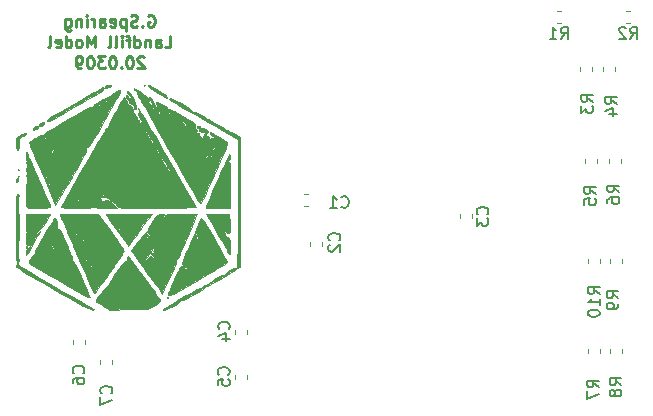
<source format=gbr>
G04 #@! TF.GenerationSoftware,KiCad,Pcbnew,5.1.5-52549c5~84~ubuntu18.04.1*
G04 #@! TF.CreationDate,2020-03-09T21:44:41-04:00*
G04 #@! TF.ProjectId,landfill_board_rev4,6c616e64-6669-46c6-9c5f-626f6172645f,rev?*
G04 #@! TF.SameCoordinates,Original*
G04 #@! TF.FileFunction,Legend,Bot*
G04 #@! TF.FilePolarity,Positive*
%FSLAX46Y46*%
G04 Gerber Fmt 4.6, Leading zero omitted, Abs format (unit mm)*
G04 Created by KiCad (PCBNEW 5.1.5-52549c5~84~ubuntu18.04.1) date 2020-03-09 21:44:41*
%MOMM*%
%LPD*%
G04 APERTURE LIST*
%ADD10C,0.250000*%
%ADD11C,0.010000*%
%ADD12C,0.120000*%
%ADD13C,0.150000*%
G04 APERTURE END LIST*
D10*
X110870595Y-43089000D02*
X110965833Y-43041380D01*
X111108690Y-43041380D01*
X111251547Y-43089000D01*
X111346785Y-43184238D01*
X111394404Y-43279476D01*
X111442023Y-43469952D01*
X111442023Y-43612809D01*
X111394404Y-43803285D01*
X111346785Y-43898523D01*
X111251547Y-43993761D01*
X111108690Y-44041380D01*
X111013452Y-44041380D01*
X110870595Y-43993761D01*
X110822976Y-43946142D01*
X110822976Y-43612809D01*
X111013452Y-43612809D01*
X110394404Y-43946142D02*
X110346785Y-43993761D01*
X110394404Y-44041380D01*
X110442023Y-43993761D01*
X110394404Y-43946142D01*
X110394404Y-44041380D01*
X109965833Y-43993761D02*
X109822976Y-44041380D01*
X109584880Y-44041380D01*
X109489642Y-43993761D01*
X109442023Y-43946142D01*
X109394404Y-43850904D01*
X109394404Y-43755666D01*
X109442023Y-43660428D01*
X109489642Y-43612809D01*
X109584880Y-43565190D01*
X109775357Y-43517571D01*
X109870595Y-43469952D01*
X109918214Y-43422333D01*
X109965833Y-43327095D01*
X109965833Y-43231857D01*
X109918214Y-43136619D01*
X109870595Y-43089000D01*
X109775357Y-43041380D01*
X109537261Y-43041380D01*
X109394404Y-43089000D01*
X108965833Y-43374714D02*
X108965833Y-44374714D01*
X108965833Y-43422333D02*
X108870595Y-43374714D01*
X108680119Y-43374714D01*
X108584880Y-43422333D01*
X108537261Y-43469952D01*
X108489642Y-43565190D01*
X108489642Y-43850904D01*
X108537261Y-43946142D01*
X108584880Y-43993761D01*
X108680119Y-44041380D01*
X108870595Y-44041380D01*
X108965833Y-43993761D01*
X107680119Y-43993761D02*
X107775357Y-44041380D01*
X107965833Y-44041380D01*
X108061071Y-43993761D01*
X108108690Y-43898523D01*
X108108690Y-43517571D01*
X108061071Y-43422333D01*
X107965833Y-43374714D01*
X107775357Y-43374714D01*
X107680119Y-43422333D01*
X107632500Y-43517571D01*
X107632500Y-43612809D01*
X108108690Y-43708047D01*
X106775357Y-44041380D02*
X106775357Y-43517571D01*
X106822976Y-43422333D01*
X106918214Y-43374714D01*
X107108690Y-43374714D01*
X107203928Y-43422333D01*
X106775357Y-43993761D02*
X106870595Y-44041380D01*
X107108690Y-44041380D01*
X107203928Y-43993761D01*
X107251547Y-43898523D01*
X107251547Y-43803285D01*
X107203928Y-43708047D01*
X107108690Y-43660428D01*
X106870595Y-43660428D01*
X106775357Y-43612809D01*
X106299166Y-44041380D02*
X106299166Y-43374714D01*
X106299166Y-43565190D02*
X106251547Y-43469952D01*
X106203928Y-43422333D01*
X106108690Y-43374714D01*
X106013452Y-43374714D01*
X105680119Y-44041380D02*
X105680119Y-43374714D01*
X105680119Y-43041380D02*
X105727738Y-43089000D01*
X105680119Y-43136619D01*
X105632500Y-43089000D01*
X105680119Y-43041380D01*
X105680119Y-43136619D01*
X105203928Y-43374714D02*
X105203928Y-44041380D01*
X105203928Y-43469952D02*
X105156309Y-43422333D01*
X105061071Y-43374714D01*
X104918214Y-43374714D01*
X104822976Y-43422333D01*
X104775357Y-43517571D01*
X104775357Y-44041380D01*
X103870595Y-43374714D02*
X103870595Y-44184238D01*
X103918214Y-44279476D01*
X103965833Y-44327095D01*
X104061071Y-44374714D01*
X104203928Y-44374714D01*
X104299166Y-44327095D01*
X103870595Y-43993761D02*
X103965833Y-44041380D01*
X104156309Y-44041380D01*
X104251547Y-43993761D01*
X104299166Y-43946142D01*
X104346785Y-43850904D01*
X104346785Y-43565190D01*
X104299166Y-43469952D01*
X104251547Y-43422333D01*
X104156309Y-43374714D01*
X103965833Y-43374714D01*
X103870595Y-43422333D01*
X112275357Y-45791380D02*
X112751547Y-45791380D01*
X112751547Y-44791380D01*
X111513452Y-45791380D02*
X111513452Y-45267571D01*
X111561071Y-45172333D01*
X111656309Y-45124714D01*
X111846785Y-45124714D01*
X111942023Y-45172333D01*
X111513452Y-45743761D02*
X111608690Y-45791380D01*
X111846785Y-45791380D01*
X111942023Y-45743761D01*
X111989642Y-45648523D01*
X111989642Y-45553285D01*
X111942023Y-45458047D01*
X111846785Y-45410428D01*
X111608690Y-45410428D01*
X111513452Y-45362809D01*
X111037261Y-45124714D02*
X111037261Y-45791380D01*
X111037261Y-45219952D02*
X110989642Y-45172333D01*
X110894404Y-45124714D01*
X110751547Y-45124714D01*
X110656309Y-45172333D01*
X110608690Y-45267571D01*
X110608690Y-45791380D01*
X109703928Y-45791380D02*
X109703928Y-44791380D01*
X109703928Y-45743761D02*
X109799166Y-45791380D01*
X109989642Y-45791380D01*
X110084880Y-45743761D01*
X110132500Y-45696142D01*
X110180119Y-45600904D01*
X110180119Y-45315190D01*
X110132500Y-45219952D01*
X110084880Y-45172333D01*
X109989642Y-45124714D01*
X109799166Y-45124714D01*
X109703928Y-45172333D01*
X109370595Y-45124714D02*
X108989642Y-45124714D01*
X109227738Y-45791380D02*
X109227738Y-44934238D01*
X109180119Y-44839000D01*
X109084880Y-44791380D01*
X108989642Y-44791380D01*
X108656309Y-45791380D02*
X108656309Y-45124714D01*
X108656309Y-44791380D02*
X108703928Y-44839000D01*
X108656309Y-44886619D01*
X108608690Y-44839000D01*
X108656309Y-44791380D01*
X108656309Y-44886619D01*
X108037261Y-45791380D02*
X108132500Y-45743761D01*
X108180119Y-45648523D01*
X108180119Y-44791380D01*
X107513452Y-45791380D02*
X107608690Y-45743761D01*
X107656309Y-45648523D01*
X107656309Y-44791380D01*
X106370595Y-45791380D02*
X106370595Y-44791380D01*
X106037261Y-45505666D01*
X105703928Y-44791380D01*
X105703928Y-45791380D01*
X105084880Y-45791380D02*
X105180119Y-45743761D01*
X105227738Y-45696142D01*
X105275357Y-45600904D01*
X105275357Y-45315190D01*
X105227738Y-45219952D01*
X105180119Y-45172333D01*
X105084880Y-45124714D01*
X104942023Y-45124714D01*
X104846785Y-45172333D01*
X104799166Y-45219952D01*
X104751547Y-45315190D01*
X104751547Y-45600904D01*
X104799166Y-45696142D01*
X104846785Y-45743761D01*
X104942023Y-45791380D01*
X105084880Y-45791380D01*
X103894404Y-45791380D02*
X103894404Y-44791380D01*
X103894404Y-45743761D02*
X103989642Y-45791380D01*
X104180119Y-45791380D01*
X104275357Y-45743761D01*
X104322976Y-45696142D01*
X104370595Y-45600904D01*
X104370595Y-45315190D01*
X104322976Y-45219952D01*
X104275357Y-45172333D01*
X104180119Y-45124714D01*
X103989642Y-45124714D01*
X103894404Y-45172333D01*
X103037261Y-45743761D02*
X103132500Y-45791380D01*
X103322976Y-45791380D01*
X103418214Y-45743761D01*
X103465833Y-45648523D01*
X103465833Y-45267571D01*
X103418214Y-45172333D01*
X103322976Y-45124714D01*
X103132500Y-45124714D01*
X103037261Y-45172333D01*
X102989642Y-45267571D01*
X102989642Y-45362809D01*
X103465833Y-45458047D01*
X102418214Y-45791380D02*
X102513452Y-45743761D01*
X102561071Y-45648523D01*
X102561071Y-44791380D01*
X110537261Y-46636619D02*
X110489642Y-46589000D01*
X110394404Y-46541380D01*
X110156309Y-46541380D01*
X110061071Y-46589000D01*
X110013452Y-46636619D01*
X109965833Y-46731857D01*
X109965833Y-46827095D01*
X110013452Y-46969952D01*
X110584880Y-47541380D01*
X109965833Y-47541380D01*
X109346785Y-46541380D02*
X109251547Y-46541380D01*
X109156309Y-46589000D01*
X109108690Y-46636619D01*
X109061071Y-46731857D01*
X109013452Y-46922333D01*
X109013452Y-47160428D01*
X109061071Y-47350904D01*
X109108690Y-47446142D01*
X109156309Y-47493761D01*
X109251547Y-47541380D01*
X109346785Y-47541380D01*
X109442023Y-47493761D01*
X109489642Y-47446142D01*
X109537261Y-47350904D01*
X109584880Y-47160428D01*
X109584880Y-46922333D01*
X109537261Y-46731857D01*
X109489642Y-46636619D01*
X109442023Y-46589000D01*
X109346785Y-46541380D01*
X108584880Y-47446142D02*
X108537261Y-47493761D01*
X108584880Y-47541380D01*
X108632500Y-47493761D01*
X108584880Y-47446142D01*
X108584880Y-47541380D01*
X107918214Y-46541380D02*
X107822976Y-46541380D01*
X107727738Y-46589000D01*
X107680119Y-46636619D01*
X107632500Y-46731857D01*
X107584880Y-46922333D01*
X107584880Y-47160428D01*
X107632500Y-47350904D01*
X107680119Y-47446142D01*
X107727738Y-47493761D01*
X107822976Y-47541380D01*
X107918214Y-47541380D01*
X108013452Y-47493761D01*
X108061071Y-47446142D01*
X108108690Y-47350904D01*
X108156309Y-47160428D01*
X108156309Y-46922333D01*
X108108690Y-46731857D01*
X108061071Y-46636619D01*
X108013452Y-46589000D01*
X107918214Y-46541380D01*
X107251547Y-46541380D02*
X106632500Y-46541380D01*
X106965833Y-46922333D01*
X106822976Y-46922333D01*
X106727738Y-46969952D01*
X106680119Y-47017571D01*
X106632500Y-47112809D01*
X106632500Y-47350904D01*
X106680119Y-47446142D01*
X106727738Y-47493761D01*
X106822976Y-47541380D01*
X107108690Y-47541380D01*
X107203928Y-47493761D01*
X107251547Y-47446142D01*
X106013452Y-46541380D02*
X105918214Y-46541380D01*
X105822976Y-46589000D01*
X105775357Y-46636619D01*
X105727738Y-46731857D01*
X105680119Y-46922333D01*
X105680119Y-47160428D01*
X105727738Y-47350904D01*
X105775357Y-47446142D01*
X105822976Y-47493761D01*
X105918214Y-47541380D01*
X106013452Y-47541380D01*
X106108690Y-47493761D01*
X106156309Y-47446142D01*
X106203928Y-47350904D01*
X106251547Y-47160428D01*
X106251547Y-46922333D01*
X106203928Y-46731857D01*
X106156309Y-46636619D01*
X106108690Y-46589000D01*
X106013452Y-46541380D01*
X105203928Y-47541380D02*
X105013452Y-47541380D01*
X104918214Y-47493761D01*
X104870595Y-47446142D01*
X104775357Y-47303285D01*
X104727738Y-47112809D01*
X104727738Y-46731857D01*
X104775357Y-46636619D01*
X104822976Y-46589000D01*
X104918214Y-46541380D01*
X105108690Y-46541380D01*
X105203928Y-46589000D01*
X105251547Y-46636619D01*
X105299166Y-46731857D01*
X105299166Y-46969952D01*
X105251547Y-47065190D01*
X105203928Y-47112809D01*
X105108690Y-47160428D01*
X104918214Y-47160428D01*
X104822976Y-47112809D01*
X104775357Y-47065190D01*
X104727738Y-46969952D01*
D11*
G36*
X108373333Y-61002334D02*
G01*
X108415666Y-61044667D01*
X108458000Y-61002334D01*
X108415666Y-60960000D01*
X108373333Y-61002334D01*
G37*
X108373333Y-61002334D02*
X108415666Y-61044667D01*
X108458000Y-61002334D01*
X108415666Y-60960000D01*
X108373333Y-61002334D01*
G36*
X110490000Y-48979667D02*
G01*
X110532333Y-49022000D01*
X110574666Y-48979667D01*
X110532333Y-48937334D01*
X110490000Y-48979667D01*
G37*
X110490000Y-48979667D02*
X110532333Y-49022000D01*
X110574666Y-48979667D01*
X110532333Y-48937334D01*
X110490000Y-48979667D01*
G36*
X107332082Y-49001344D02*
G01*
X107204897Y-49098760D01*
X107188000Y-49150613D01*
X107210505Y-49248830D01*
X107299642Y-49257419D01*
X107487841Y-49174765D01*
X107569000Y-49131647D01*
X107715881Y-49029364D01*
X107726598Y-48963453D01*
X107713533Y-48957437D01*
X107525196Y-48945573D01*
X107332082Y-49001344D01*
G37*
X107332082Y-49001344D02*
X107204897Y-49098760D01*
X107188000Y-49150613D01*
X107210505Y-49248830D01*
X107299642Y-49257419D01*
X107487841Y-49174765D01*
X107569000Y-49131647D01*
X107715881Y-49029364D01*
X107726598Y-48963453D01*
X107713533Y-48957437D01*
X107525196Y-48945573D01*
X107332082Y-49001344D01*
G36*
X110868297Y-49077674D02*
G01*
X110993267Y-49214289D01*
X111270950Y-49405195D01*
X111577560Y-49583590D01*
X111878495Y-49752945D01*
X112142526Y-49905222D01*
X112316111Y-50009504D01*
X112324792Y-50015045D01*
X112456994Y-50087911D01*
X112493340Y-50051437D01*
X112486854Y-49979843D01*
X112410371Y-49880377D01*
X112366566Y-49844682D01*
X112259415Y-49844682D01*
X112174578Y-49826917D01*
X112158515Y-49820890D01*
X112054837Y-49753818D01*
X112054093Y-49715685D01*
X112143658Y-49725182D01*
X112205911Y-49773494D01*
X112259415Y-49844682D01*
X112366566Y-49844682D01*
X112224271Y-49728732D01*
X111965674Y-49547900D01*
X111671699Y-49360870D01*
X111379465Y-49190634D01*
X111126090Y-49060182D01*
X110948694Y-48992504D01*
X110892665Y-48992440D01*
X110868297Y-49077674D01*
G37*
X110868297Y-49077674D02*
X110993267Y-49214289D01*
X111270950Y-49405195D01*
X111577560Y-49583590D01*
X111878495Y-49752945D01*
X112142526Y-49905222D01*
X112316111Y-50009504D01*
X112324792Y-50015045D01*
X112456994Y-50087911D01*
X112493340Y-50051437D01*
X112486854Y-49979843D01*
X112410371Y-49880377D01*
X112366566Y-49844682D01*
X112259415Y-49844682D01*
X112174578Y-49826917D01*
X112158515Y-49820890D01*
X112054837Y-49753818D01*
X112054093Y-49715685D01*
X112143658Y-49725182D01*
X112205911Y-49773494D01*
X112259415Y-49844682D01*
X112366566Y-49844682D01*
X112224271Y-49728732D01*
X111965674Y-49547900D01*
X111671699Y-49360870D01*
X111379465Y-49190634D01*
X111126090Y-49060182D01*
X110948694Y-48992504D01*
X110892665Y-48992440D01*
X110868297Y-49077674D01*
G36*
X109101366Y-49496395D02*
G01*
X109116509Y-49668995D01*
X109264509Y-49850602D01*
X109416001Y-50015063D01*
X109434699Y-50097992D01*
X109320158Y-50089414D01*
X109274451Y-50073268D01*
X109154388Y-49960242D01*
X109135333Y-49885008D01*
X109109427Y-49799966D01*
X109039772Y-49845695D01*
X109001760Y-49954989D01*
X109085241Y-50118664D01*
X109123285Y-50168913D01*
X109229734Y-50345477D01*
X109252419Y-50475076D01*
X109248098Y-50484367D01*
X109248840Y-50531929D01*
X109285734Y-50515367D01*
X109403920Y-50516867D01*
X109431666Y-50546000D01*
X109533074Y-50596275D01*
X109564517Y-50584718D01*
X109619721Y-50621118D01*
X109643321Y-50776593D01*
X109643333Y-50780892D01*
X109682640Y-50976336D01*
X109771522Y-51025778D01*
X109852730Y-50989179D01*
X109863344Y-50853007D01*
X109843992Y-50728767D01*
X109772786Y-50504792D01*
X109639679Y-50203151D01*
X109473537Y-49889238D01*
X109305842Y-49614159D01*
X109196465Y-49474619D01*
X109129587Y-49453918D01*
X109101366Y-49496395D01*
G37*
X109101366Y-49496395D02*
X109116509Y-49668995D01*
X109264509Y-49850602D01*
X109416001Y-50015063D01*
X109434699Y-50097992D01*
X109320158Y-50089414D01*
X109274451Y-50073268D01*
X109154388Y-49960242D01*
X109135333Y-49885008D01*
X109109427Y-49799966D01*
X109039772Y-49845695D01*
X109001760Y-49954989D01*
X109085241Y-50118664D01*
X109123285Y-50168913D01*
X109229734Y-50345477D01*
X109252419Y-50475076D01*
X109248098Y-50484367D01*
X109248840Y-50531929D01*
X109285734Y-50515367D01*
X109403920Y-50516867D01*
X109431666Y-50546000D01*
X109533074Y-50596275D01*
X109564517Y-50584718D01*
X109619721Y-50621118D01*
X109643321Y-50776593D01*
X109643333Y-50780892D01*
X109682640Y-50976336D01*
X109771522Y-51025778D01*
X109852730Y-50989179D01*
X109863344Y-50853007D01*
X109843992Y-50728767D01*
X109772786Y-50504792D01*
X109639679Y-50203151D01*
X109473537Y-49889238D01*
X109305842Y-49614159D01*
X109196465Y-49474619D01*
X109129587Y-49453918D01*
X109101366Y-49496395D01*
G36*
X107013186Y-49150165D02*
G01*
X106912833Y-49211770D01*
X106779477Y-49293199D01*
X106518802Y-49447308D01*
X106150473Y-49662698D01*
X105694156Y-49927973D01*
X105169519Y-50231735D01*
X104596227Y-50562586D01*
X103993947Y-50909130D01*
X103382344Y-51259969D01*
X103088457Y-51428141D01*
X102769907Y-51617051D01*
X102511436Y-51783126D01*
X102345866Y-51904528D01*
X102302939Y-51950850D01*
X102322634Y-52034640D01*
X102472506Y-52015494D01*
X102753597Y-51893039D01*
X103166950Y-51666904D01*
X103273264Y-51604668D01*
X103750554Y-51323892D01*
X104279588Y-51014781D01*
X104828822Y-50695564D01*
X105366710Y-50384474D01*
X105861709Y-50099743D01*
X106282274Y-49859601D01*
X106596861Y-49682281D01*
X106658747Y-49647976D01*
X106951292Y-49458016D01*
X107091674Y-49296669D01*
X107103247Y-49245096D01*
X107088476Y-49140621D01*
X107013186Y-49150165D01*
G37*
X107013186Y-49150165D02*
X106912833Y-49211770D01*
X106779477Y-49293199D01*
X106518802Y-49447308D01*
X106150473Y-49662698D01*
X105694156Y-49927973D01*
X105169519Y-50231735D01*
X104596227Y-50562586D01*
X103993947Y-50909130D01*
X103382344Y-51259969D01*
X103088457Y-51428141D01*
X102769907Y-51617051D01*
X102511436Y-51783126D01*
X102345866Y-51904528D01*
X102302939Y-51950850D01*
X102322634Y-52034640D01*
X102472506Y-52015494D01*
X102753597Y-51893039D01*
X103166950Y-51666904D01*
X103273264Y-51604668D01*
X103750554Y-51323892D01*
X104279588Y-51014781D01*
X104828822Y-50695564D01*
X105366710Y-50384474D01*
X105861709Y-50099743D01*
X106282274Y-49859601D01*
X106596861Y-49682281D01*
X106658747Y-49647976D01*
X106951292Y-49458016D01*
X107091674Y-49296669D01*
X107103247Y-49245096D01*
X107088476Y-49140621D01*
X107013186Y-49150165D01*
G36*
X101809928Y-52162246D02*
G01*
X101661134Y-52268378D01*
X101598575Y-52364217D01*
X101635222Y-52461149D01*
X101765180Y-52447769D01*
X101947016Y-52334072D01*
X102068944Y-52201295D01*
X102086133Y-52105168D01*
X102083411Y-52102088D01*
X101974116Y-52094149D01*
X101809928Y-52162246D01*
G37*
X101809928Y-52162246D02*
X101661134Y-52268378D01*
X101598575Y-52364217D01*
X101635222Y-52461149D01*
X101765180Y-52447769D01*
X101947016Y-52334072D01*
X102068944Y-52201295D01*
X102086133Y-52105168D01*
X102083411Y-52102088D01*
X101974116Y-52094149D01*
X101809928Y-52162246D01*
G36*
X114980911Y-52484331D02*
G01*
X115026019Y-52575886D01*
X115162434Y-52607662D01*
X115229668Y-52579029D01*
X115304195Y-52509076D01*
X115223545Y-52452715D01*
X115204142Y-52445095D01*
X115048563Y-52424631D01*
X114980911Y-52484331D01*
G37*
X114980911Y-52484331D02*
X115026019Y-52575886D01*
X115162434Y-52607662D01*
X115229668Y-52579029D01*
X115304195Y-52509076D01*
X115223545Y-52452715D01*
X115204142Y-52445095D01*
X115048563Y-52424631D01*
X114980911Y-52484331D01*
G36*
X101235435Y-52510101D02*
G01*
X101138887Y-52638998D01*
X101106900Y-52763655D01*
X101163840Y-52786098D01*
X101334664Y-52711679D01*
X101376504Y-52689948D01*
X101532907Y-52575856D01*
X101539539Y-52483683D01*
X101538828Y-52482962D01*
X101396301Y-52440386D01*
X101235435Y-52510101D01*
G37*
X101235435Y-52510101D02*
X101138887Y-52638998D01*
X101106900Y-52763655D01*
X101163840Y-52786098D01*
X101334664Y-52711679D01*
X101376504Y-52689948D01*
X101532907Y-52575856D01*
X101539539Y-52483683D01*
X101538828Y-52482962D01*
X101396301Y-52440386D01*
X101235435Y-52510101D01*
G36*
X100365787Y-53046338D02*
G01*
X100380418Y-53099082D01*
X100390525Y-53156915D01*
X100341537Y-53135464D01*
X100213412Y-53137908D01*
X100013751Y-53218513D01*
X99943484Y-53258743D01*
X99771018Y-53376279D01*
X99684682Y-53491756D01*
X99658261Y-53665292D01*
X99663252Y-53901409D01*
X99693831Y-54181131D01*
X99752050Y-54388390D01*
X99794225Y-54452749D01*
X99856596Y-54475167D01*
X99891296Y-54394457D01*
X99905275Y-54184182D01*
X99906666Y-54025043D01*
X99919651Y-53706099D01*
X99963014Y-53525036D01*
X100033180Y-53455471D01*
X100115061Y-53369676D01*
X100104765Y-53318047D01*
X100104630Y-53269135D01*
X100139944Y-53284860D01*
X100307774Y-53304114D01*
X100472403Y-53212444D01*
X100532463Y-53121787D01*
X100512562Y-53017468D01*
X100449346Y-53001334D01*
X100365787Y-53046338D01*
G37*
X100365787Y-53046338D02*
X100380418Y-53099082D01*
X100390525Y-53156915D01*
X100341537Y-53135464D01*
X100213412Y-53137908D01*
X100013751Y-53218513D01*
X99943484Y-53258743D01*
X99771018Y-53376279D01*
X99684682Y-53491756D01*
X99658261Y-53665292D01*
X99663252Y-53901409D01*
X99693831Y-54181131D01*
X99752050Y-54388390D01*
X99794225Y-54452749D01*
X99856596Y-54475167D01*
X99891296Y-54394457D01*
X99905275Y-54184182D01*
X99906666Y-54025043D01*
X99919651Y-53706099D01*
X99963014Y-53525036D01*
X100033180Y-53455471D01*
X100115061Y-53369676D01*
X100104765Y-53318047D01*
X100104630Y-53269135D01*
X100139944Y-53284860D01*
X100307774Y-53304114D01*
X100472403Y-53212444D01*
X100532463Y-53121787D01*
X100512562Y-53017468D01*
X100449346Y-53001334D01*
X100365787Y-53046338D01*
G36*
X100499333Y-55499000D02*
G01*
X100541666Y-55541334D01*
X100584000Y-55499000D01*
X100541666Y-55456667D01*
X100499333Y-55499000D01*
G37*
X100499333Y-55499000D02*
X100541666Y-55541334D01*
X100584000Y-55499000D01*
X100541666Y-55456667D01*
X100499333Y-55499000D01*
G36*
X99850222Y-56077556D02*
G01*
X99840089Y-56178035D01*
X99850222Y-56190445D01*
X99900556Y-56178822D01*
X99906666Y-56134000D01*
X99875688Y-56064310D01*
X99850222Y-56077556D01*
G37*
X99850222Y-56077556D02*
X99840089Y-56178035D01*
X99850222Y-56190445D01*
X99900556Y-56178822D01*
X99906666Y-56134000D01*
X99875688Y-56064310D01*
X99850222Y-56077556D01*
G36*
X100499333Y-56599667D02*
G01*
X100541666Y-56642000D01*
X100584000Y-56599667D01*
X100541666Y-56557334D01*
X100499333Y-56599667D01*
G37*
X100499333Y-56599667D02*
X100541666Y-56642000D01*
X100584000Y-56599667D01*
X100541666Y-56557334D01*
X100499333Y-56599667D01*
G36*
X99822000Y-56684334D02*
G01*
X99864333Y-56726667D01*
X99906666Y-56684334D01*
X99864333Y-56642000D01*
X99822000Y-56684334D01*
G37*
X99822000Y-56684334D02*
X99864333Y-56726667D01*
X99906666Y-56684334D01*
X99864333Y-56642000D01*
X99822000Y-56684334D01*
G36*
X99682506Y-56921947D02*
G01*
X99652666Y-57023000D01*
X99697916Y-57165372D01*
X99792105Y-57173201D01*
X99865968Y-57060182D01*
X99893050Y-56901252D01*
X99877697Y-56838808D01*
X99779028Y-56830452D01*
X99682506Y-56921947D01*
G37*
X99682506Y-56921947D02*
X99652666Y-57023000D01*
X99697916Y-57165372D01*
X99792105Y-57173201D01*
X99865968Y-57060182D01*
X99893050Y-56901252D01*
X99877697Y-56838808D01*
X99779028Y-56830452D01*
X99682506Y-56921947D01*
G36*
X108367805Y-49429116D02*
G01*
X108178863Y-49513162D01*
X107967135Y-49634940D01*
X107788404Y-49761787D01*
X107698457Y-49861038D01*
X107696000Y-49873466D01*
X107644187Y-49934895D01*
X107628478Y-49932167D01*
X107513286Y-49956629D01*
X107301678Y-50047854D01*
X107035353Y-50182680D01*
X106756008Y-50337941D01*
X106505340Y-50490473D01*
X106325047Y-50617113D01*
X106256815Y-50694167D01*
X106186284Y-50781124D01*
X106093584Y-50800000D01*
X105975189Y-50840645D01*
X105740646Y-50953732D01*
X105412767Y-51125989D01*
X105014365Y-51344144D01*
X104568253Y-51594925D01*
X104097243Y-51865060D01*
X103624149Y-52141277D01*
X103171781Y-52410304D01*
X102762954Y-52658870D01*
X102420479Y-52873701D01*
X102167169Y-53041526D01*
X102025837Y-53149074D01*
X102004264Y-53179099D01*
X101975240Y-53229221D01*
X101943144Y-53215768D01*
X101834117Y-53230083D01*
X101623265Y-53315684D01*
X101352866Y-53454935D01*
X101306046Y-53481508D01*
X100970843Y-53687563D01*
X100788271Y-53832006D01*
X100759652Y-53913550D01*
X100842997Y-53932667D01*
X100896255Y-53983102D01*
X100885725Y-54008609D01*
X100906879Y-54101913D01*
X100988729Y-54331204D01*
X101123638Y-54677536D01*
X101303969Y-55121962D01*
X101522083Y-55645535D01*
X101770346Y-56229310D01*
X101929684Y-56598485D01*
X103020576Y-59112420D01*
X103483150Y-58321710D01*
X103953369Y-57516889D01*
X102672444Y-57516889D01*
X102660822Y-57567223D01*
X102616000Y-57573334D01*
X102546310Y-57542355D01*
X102559555Y-57516889D01*
X102660035Y-57506756D01*
X102672444Y-57516889D01*
X103953369Y-57516889D01*
X103979061Y-57472916D01*
X104071307Y-57314337D01*
X102531333Y-57314337D01*
X102469873Y-57400555D01*
X102446666Y-57404000D01*
X102364201Y-57375113D01*
X102362000Y-57366664D01*
X102421329Y-57294378D01*
X102446666Y-57277000D01*
X102524685Y-57283713D01*
X102531333Y-57314337D01*
X104071307Y-57314337D01*
X104395058Y-56757787D01*
X104438891Y-56681824D01*
X102326447Y-56681824D01*
X102319666Y-56726667D01*
X102247246Y-56807349D01*
X102235000Y-56811334D01*
X102167686Y-56752282D01*
X102150333Y-56726667D01*
X102170439Y-56654938D01*
X102235000Y-56642000D01*
X102326447Y-56681824D01*
X104438891Y-56681824D01*
X104737526Y-56164295D01*
X104923373Y-55837667D01*
X104817333Y-55837667D01*
X104775000Y-55880000D01*
X104732666Y-55837667D01*
X104775000Y-55795334D01*
X104817333Y-55837667D01*
X104923373Y-55837667D01*
X105012848Y-55680414D01*
X105019557Y-55668334D01*
X104902000Y-55668334D01*
X104859666Y-55710667D01*
X104817333Y-55668334D01*
X104859666Y-55626000D01*
X104902000Y-55668334D01*
X105019557Y-55668334D01*
X105227409Y-55294115D01*
X105253569Y-55245000D01*
X104563333Y-55245000D01*
X104521000Y-55287334D01*
X104478666Y-55245000D01*
X104521000Y-55202667D01*
X104563333Y-55245000D01*
X105253569Y-55245000D01*
X105387594Y-54993371D01*
X105465343Y-54835909D01*
X104896633Y-54835909D01*
X104877945Y-54979460D01*
X104827492Y-55118450D01*
X104773529Y-55181057D01*
X104762721Y-55176277D01*
X104765014Y-55082201D01*
X104793918Y-54991000D01*
X102531333Y-54991000D01*
X102489000Y-55033334D01*
X102446666Y-54991000D01*
X102489000Y-54948667D01*
X102531333Y-54991000D01*
X104793918Y-54991000D01*
X104810148Y-54939792D01*
X104870202Y-54824227D01*
X104896633Y-54835909D01*
X105465343Y-54835909D01*
X105493278Y-54779334D01*
X104732666Y-54779334D01*
X104701688Y-54849024D01*
X104676222Y-54835778D01*
X104670530Y-54779334D01*
X104563333Y-54779334D01*
X104532355Y-54849024D01*
X104506889Y-54835778D01*
X104504043Y-54807556D01*
X102587778Y-54807556D01*
X102576155Y-54857890D01*
X102531333Y-54864000D01*
X102461643Y-54833022D01*
X102474889Y-54807556D01*
X102575368Y-54797423D01*
X102587778Y-54807556D01*
X104504043Y-54807556D01*
X104496756Y-54735298D01*
X104506889Y-54722889D01*
X104557223Y-54734511D01*
X104563333Y-54779334D01*
X104670530Y-54779334D01*
X104666089Y-54735298D01*
X104676222Y-54722889D01*
X104726556Y-54734511D01*
X104732666Y-54779334D01*
X105493278Y-54779334D01*
X105499786Y-54766155D01*
X105570370Y-54600439D01*
X105585834Y-54549603D01*
X104211019Y-54549603D01*
X104190418Y-54596918D01*
X104105168Y-54687812D01*
X104056157Y-54669166D01*
X104055333Y-54657330D01*
X104115470Y-54585718D01*
X104153082Y-54559582D01*
X104211019Y-54549603D01*
X105585834Y-54549603D01*
X105605731Y-54484195D01*
X105605829Y-54483000D01*
X104817333Y-54483000D01*
X104775000Y-54525334D01*
X104760794Y-54511128D01*
X102900049Y-54511128D01*
X102844172Y-54660580D01*
X102765767Y-54768119D01*
X102737925Y-54779334D01*
X102681947Y-54709681D01*
X102607952Y-54546500D01*
X102548684Y-54370208D01*
X102538521Y-54313667D01*
X102277333Y-54313667D01*
X102235000Y-54356000D01*
X102192666Y-54313667D01*
X102235000Y-54271334D01*
X102277333Y-54313667D01*
X102538521Y-54313667D01*
X102532613Y-54280800D01*
X102484901Y-54214324D01*
X102432731Y-54176263D01*
X102375705Y-54118586D01*
X102467833Y-54103297D01*
X102593080Y-54170445D01*
X102616000Y-54266337D01*
X102661255Y-54432760D01*
X102713748Y-54491085D01*
X102771685Y-54501064D01*
X102751085Y-54453749D01*
X102745868Y-54369011D01*
X102830583Y-54365105D01*
X102895243Y-54409466D01*
X102900049Y-54511128D01*
X104760794Y-54511128D01*
X104732666Y-54483000D01*
X104775000Y-54440667D01*
X104817333Y-54483000D01*
X105605829Y-54483000D01*
X105612253Y-54405396D01*
X105610146Y-54398334D01*
X104394000Y-54398334D01*
X104351666Y-54440667D01*
X104309333Y-54398334D01*
X104351666Y-54356000D01*
X104394000Y-54398334D01*
X105610146Y-54398334D01*
X105596320Y-54352015D01*
X105593155Y-54346669D01*
X105528522Y-54221945D01*
X104895316Y-54221945D01*
X104879749Y-54331759D01*
X104850847Y-54333070D01*
X104830636Y-54219753D01*
X104844163Y-54170792D01*
X104875179Y-54144334D01*
X102870000Y-54144334D01*
X102827666Y-54186667D01*
X102785333Y-54144334D01*
X102827666Y-54102000D01*
X102870000Y-54144334D01*
X104875179Y-54144334D01*
X104881758Y-54138722D01*
X104895316Y-54221945D01*
X105528522Y-54221945D01*
X105505087Y-54176724D01*
X105520467Y-54125386D01*
X105635580Y-54202923D01*
X105642833Y-54209415D01*
X105691498Y-54241143D01*
X105745812Y-54237324D01*
X105816202Y-54182917D01*
X105913096Y-54062881D01*
X105971692Y-53975000D01*
X104986666Y-53975000D01*
X104944333Y-54017334D01*
X104902000Y-53975000D01*
X104944333Y-53932667D01*
X104986666Y-53975000D01*
X105971692Y-53975000D01*
X106046921Y-53862175D01*
X106228009Y-53565909D01*
X105489300Y-53565909D01*
X105470612Y-53709460D01*
X105420158Y-53848450D01*
X105366196Y-53911057D01*
X105355388Y-53906277D01*
X105357680Y-53812201D01*
X105402814Y-53669792D01*
X105462868Y-53554227D01*
X105489300Y-53565909D01*
X106228009Y-53565909D01*
X106228102Y-53565758D01*
X106335752Y-53382334D01*
X105579333Y-53382334D01*
X105537000Y-53424667D01*
X105494666Y-53382334D01*
X105537000Y-53340000D01*
X105579333Y-53382334D01*
X106335752Y-53382334D01*
X106398755Y-53274983D01*
X105203872Y-53274983D01*
X105203810Y-53374012D01*
X105145416Y-53541084D01*
X105053685Y-53705296D01*
X105010560Y-53717357D01*
X105016362Y-53678667D01*
X103208666Y-53678667D01*
X103177688Y-53748357D01*
X103152222Y-53735111D01*
X103151435Y-53727305D01*
X102900459Y-53727305D01*
X102852171Y-53797127D01*
X102740970Y-53882996D01*
X102727508Y-53872269D01*
X102348352Y-53872269D01*
X102327751Y-53919585D01*
X102242501Y-54010479D01*
X102193491Y-53991833D01*
X102192666Y-53979997D01*
X102252803Y-53908384D01*
X102290415Y-53882249D01*
X102348352Y-53872269D01*
X102727508Y-53872269D01*
X102703142Y-53852854D01*
X102723603Y-53805667D01*
X102616000Y-53805667D01*
X102573666Y-53848000D01*
X102531333Y-53805667D01*
X102573666Y-53763334D01*
X102616000Y-53805667D01*
X102723603Y-53805667D01*
X102739518Y-53768966D01*
X102801045Y-53721000D01*
X102277333Y-53721000D01*
X102235000Y-53763334D01*
X102192666Y-53721000D01*
X102235000Y-53678667D01*
X102277333Y-53721000D01*
X102801045Y-53721000D01*
X102849480Y-53683241D01*
X102878335Y-53678667D01*
X102900459Y-53727305D01*
X103151435Y-53727305D01*
X103142089Y-53634632D01*
X103152222Y-53622222D01*
X103202556Y-53633845D01*
X103208666Y-53678667D01*
X105016362Y-53678667D01*
X105029545Y-53590772D01*
X105035289Y-53573758D01*
X102917945Y-53573758D01*
X102834722Y-53587316D01*
X102724908Y-53571749D01*
X102723597Y-53542847D01*
X102836914Y-53522636D01*
X102885875Y-53536163D01*
X102917945Y-53573758D01*
X105035289Y-53573758D01*
X105053666Y-53519327D01*
X102192666Y-53519327D01*
X102140501Y-53565230D01*
X102108000Y-53551667D01*
X102026494Y-53439508D01*
X102023333Y-53414673D01*
X102075499Y-53368770D01*
X102108000Y-53382334D01*
X102189506Y-53494493D01*
X102192666Y-53519327D01*
X105053666Y-53519327D01*
X105071333Y-53467000D01*
X105113030Y-53382334D01*
X104478666Y-53382334D01*
X104436333Y-53424667D01*
X104394000Y-53382334D01*
X104436333Y-53340000D01*
X104478666Y-53382334D01*
X105113030Y-53382334D01*
X105146220Y-53314944D01*
X105170228Y-53297667D01*
X102870000Y-53297667D01*
X102827666Y-53340000D01*
X102785333Y-53297667D01*
X102827666Y-53255334D01*
X102870000Y-53297667D01*
X105170228Y-53297667D01*
X105202942Y-53274125D01*
X105203872Y-53274983D01*
X106398755Y-53274983D01*
X106467067Y-53158589D01*
X106508904Y-53086000D01*
X105664000Y-53086000D01*
X105633022Y-53155690D01*
X105607555Y-53142445D01*
X105601863Y-53086000D01*
X105325333Y-53086000D01*
X105294355Y-53155690D01*
X105268889Y-53142445D01*
X105267467Y-53128334D01*
X102362000Y-53128334D01*
X102319666Y-53170667D01*
X102277333Y-53128334D01*
X102319666Y-53086000D01*
X102362000Y-53128334D01*
X105267467Y-53128334D01*
X105258928Y-53043667D01*
X102785333Y-53043667D01*
X102743000Y-53086000D01*
X102700666Y-53043667D01*
X102743000Y-53001334D01*
X102785333Y-53043667D01*
X105258928Y-53043667D01*
X105258756Y-53041965D01*
X105268889Y-53029556D01*
X105319223Y-53041178D01*
X105325333Y-53086000D01*
X105601863Y-53086000D01*
X105597422Y-53041965D01*
X105607555Y-53029556D01*
X105657890Y-53041178D01*
X105664000Y-53086000D01*
X106508904Y-53086000D01*
X106774244Y-52625626D01*
X106934000Y-52346867D01*
X107067118Y-52112334D01*
X105494666Y-52112334D01*
X105452333Y-52154667D01*
X105410000Y-52112334D01*
X105452333Y-52070000D01*
X105494666Y-52112334D01*
X107067118Y-52112334D01*
X107235120Y-51816344D01*
X107313938Y-51674889D01*
X104873778Y-51674889D01*
X104862155Y-51725223D01*
X104817333Y-51731334D01*
X104747643Y-51700355D01*
X104760889Y-51674889D01*
X104861368Y-51664756D01*
X104873778Y-51674889D01*
X107313938Y-51674889D01*
X107505704Y-51330726D01*
X107734910Y-50910196D01*
X107860127Y-50673000D01*
X107018666Y-50673000D01*
X106976333Y-50715334D01*
X106934000Y-50673000D01*
X106976333Y-50630667D01*
X106764666Y-50630667D01*
X106735780Y-50713132D01*
X106727330Y-50715334D01*
X106655044Y-50656005D01*
X106637666Y-50630667D01*
X106644379Y-50552648D01*
X106675003Y-50546000D01*
X106761221Y-50607461D01*
X106764666Y-50630667D01*
X106976333Y-50630667D01*
X107018666Y-50673000D01*
X107860127Y-50673000D01*
X107911897Y-50574935D01*
X107989200Y-50419000D01*
X107018666Y-50419000D01*
X106976333Y-50461334D01*
X106934000Y-50419000D01*
X106976333Y-50376667D01*
X107018666Y-50419000D01*
X107989200Y-50419000D01*
X108025823Y-50345125D01*
X108048153Y-50287003D01*
X107357333Y-50287003D01*
X107295873Y-50373221D01*
X107272666Y-50376667D01*
X107190201Y-50347780D01*
X107188000Y-50339330D01*
X107247329Y-50267044D01*
X107272666Y-50249667D01*
X107350685Y-50256380D01*
X107357333Y-50287003D01*
X108048153Y-50287003D01*
X108065848Y-50240949D01*
X108065794Y-50239984D01*
X108105613Y-50149979D01*
X108140862Y-50147154D01*
X108175005Y-50122667D01*
X107738333Y-50122667D01*
X107731620Y-50200686D01*
X107700997Y-50207334D01*
X107614779Y-50145873D01*
X107611333Y-50122667D01*
X107640220Y-50040201D01*
X107648670Y-50038000D01*
X107720956Y-50097329D01*
X107738333Y-50122667D01*
X108175005Y-50122667D01*
X108222201Y-50088819D01*
X108294360Y-49926754D01*
X108300332Y-49911000D01*
X108119333Y-49911000D01*
X108077000Y-49953334D01*
X108034666Y-49911000D01*
X108077000Y-49868667D01*
X108119333Y-49911000D01*
X108300332Y-49911000D01*
X108376102Y-49711132D01*
X108456236Y-49574458D01*
X108502301Y-49457418D01*
X108478174Y-49415468D01*
X108367805Y-49429116D01*
G37*
X108367805Y-49429116D02*
X108178863Y-49513162D01*
X107967135Y-49634940D01*
X107788404Y-49761787D01*
X107698457Y-49861038D01*
X107696000Y-49873466D01*
X107644187Y-49934895D01*
X107628478Y-49932167D01*
X107513286Y-49956629D01*
X107301678Y-50047854D01*
X107035353Y-50182680D01*
X106756008Y-50337941D01*
X106505340Y-50490473D01*
X106325047Y-50617113D01*
X106256815Y-50694167D01*
X106186284Y-50781124D01*
X106093584Y-50800000D01*
X105975189Y-50840645D01*
X105740646Y-50953732D01*
X105412767Y-51125989D01*
X105014365Y-51344144D01*
X104568253Y-51594925D01*
X104097243Y-51865060D01*
X103624149Y-52141277D01*
X103171781Y-52410304D01*
X102762954Y-52658870D01*
X102420479Y-52873701D01*
X102167169Y-53041526D01*
X102025837Y-53149074D01*
X102004264Y-53179099D01*
X101975240Y-53229221D01*
X101943144Y-53215768D01*
X101834117Y-53230083D01*
X101623265Y-53315684D01*
X101352866Y-53454935D01*
X101306046Y-53481508D01*
X100970843Y-53687563D01*
X100788271Y-53832006D01*
X100759652Y-53913550D01*
X100842997Y-53932667D01*
X100896255Y-53983102D01*
X100885725Y-54008609D01*
X100906879Y-54101913D01*
X100988729Y-54331204D01*
X101123638Y-54677536D01*
X101303969Y-55121962D01*
X101522083Y-55645535D01*
X101770346Y-56229310D01*
X101929684Y-56598485D01*
X103020576Y-59112420D01*
X103483150Y-58321710D01*
X103953369Y-57516889D01*
X102672444Y-57516889D01*
X102660822Y-57567223D01*
X102616000Y-57573334D01*
X102546310Y-57542355D01*
X102559555Y-57516889D01*
X102660035Y-57506756D01*
X102672444Y-57516889D01*
X103953369Y-57516889D01*
X103979061Y-57472916D01*
X104071307Y-57314337D01*
X102531333Y-57314337D01*
X102469873Y-57400555D01*
X102446666Y-57404000D01*
X102364201Y-57375113D01*
X102362000Y-57366664D01*
X102421329Y-57294378D01*
X102446666Y-57277000D01*
X102524685Y-57283713D01*
X102531333Y-57314337D01*
X104071307Y-57314337D01*
X104395058Y-56757787D01*
X104438891Y-56681824D01*
X102326447Y-56681824D01*
X102319666Y-56726667D01*
X102247246Y-56807349D01*
X102235000Y-56811334D01*
X102167686Y-56752282D01*
X102150333Y-56726667D01*
X102170439Y-56654938D01*
X102235000Y-56642000D01*
X102326447Y-56681824D01*
X104438891Y-56681824D01*
X104737526Y-56164295D01*
X104923373Y-55837667D01*
X104817333Y-55837667D01*
X104775000Y-55880000D01*
X104732666Y-55837667D01*
X104775000Y-55795334D01*
X104817333Y-55837667D01*
X104923373Y-55837667D01*
X105012848Y-55680414D01*
X105019557Y-55668334D01*
X104902000Y-55668334D01*
X104859666Y-55710667D01*
X104817333Y-55668334D01*
X104859666Y-55626000D01*
X104902000Y-55668334D01*
X105019557Y-55668334D01*
X105227409Y-55294115D01*
X105253569Y-55245000D01*
X104563333Y-55245000D01*
X104521000Y-55287334D01*
X104478666Y-55245000D01*
X104521000Y-55202667D01*
X104563333Y-55245000D01*
X105253569Y-55245000D01*
X105387594Y-54993371D01*
X105465343Y-54835909D01*
X104896633Y-54835909D01*
X104877945Y-54979460D01*
X104827492Y-55118450D01*
X104773529Y-55181057D01*
X104762721Y-55176277D01*
X104765014Y-55082201D01*
X104793918Y-54991000D01*
X102531333Y-54991000D01*
X102489000Y-55033334D01*
X102446666Y-54991000D01*
X102489000Y-54948667D01*
X102531333Y-54991000D01*
X104793918Y-54991000D01*
X104810148Y-54939792D01*
X104870202Y-54824227D01*
X104896633Y-54835909D01*
X105465343Y-54835909D01*
X105493278Y-54779334D01*
X104732666Y-54779334D01*
X104701688Y-54849024D01*
X104676222Y-54835778D01*
X104670530Y-54779334D01*
X104563333Y-54779334D01*
X104532355Y-54849024D01*
X104506889Y-54835778D01*
X104504043Y-54807556D01*
X102587778Y-54807556D01*
X102576155Y-54857890D01*
X102531333Y-54864000D01*
X102461643Y-54833022D01*
X102474889Y-54807556D01*
X102575368Y-54797423D01*
X102587778Y-54807556D01*
X104504043Y-54807556D01*
X104496756Y-54735298D01*
X104506889Y-54722889D01*
X104557223Y-54734511D01*
X104563333Y-54779334D01*
X104670530Y-54779334D01*
X104666089Y-54735298D01*
X104676222Y-54722889D01*
X104726556Y-54734511D01*
X104732666Y-54779334D01*
X105493278Y-54779334D01*
X105499786Y-54766155D01*
X105570370Y-54600439D01*
X105585834Y-54549603D01*
X104211019Y-54549603D01*
X104190418Y-54596918D01*
X104105168Y-54687812D01*
X104056157Y-54669166D01*
X104055333Y-54657330D01*
X104115470Y-54585718D01*
X104153082Y-54559582D01*
X104211019Y-54549603D01*
X105585834Y-54549603D01*
X105605731Y-54484195D01*
X105605829Y-54483000D01*
X104817333Y-54483000D01*
X104775000Y-54525334D01*
X104760794Y-54511128D01*
X102900049Y-54511128D01*
X102844172Y-54660580D01*
X102765767Y-54768119D01*
X102737925Y-54779334D01*
X102681947Y-54709681D01*
X102607952Y-54546500D01*
X102548684Y-54370208D01*
X102538521Y-54313667D01*
X102277333Y-54313667D01*
X102235000Y-54356000D01*
X102192666Y-54313667D01*
X102235000Y-54271334D01*
X102277333Y-54313667D01*
X102538521Y-54313667D01*
X102532613Y-54280800D01*
X102484901Y-54214324D01*
X102432731Y-54176263D01*
X102375705Y-54118586D01*
X102467833Y-54103297D01*
X102593080Y-54170445D01*
X102616000Y-54266337D01*
X102661255Y-54432760D01*
X102713748Y-54491085D01*
X102771685Y-54501064D01*
X102751085Y-54453749D01*
X102745868Y-54369011D01*
X102830583Y-54365105D01*
X102895243Y-54409466D01*
X102900049Y-54511128D01*
X104760794Y-54511128D01*
X104732666Y-54483000D01*
X104775000Y-54440667D01*
X104817333Y-54483000D01*
X105605829Y-54483000D01*
X105612253Y-54405396D01*
X105610146Y-54398334D01*
X104394000Y-54398334D01*
X104351666Y-54440667D01*
X104309333Y-54398334D01*
X104351666Y-54356000D01*
X104394000Y-54398334D01*
X105610146Y-54398334D01*
X105596320Y-54352015D01*
X105593155Y-54346669D01*
X105528522Y-54221945D01*
X104895316Y-54221945D01*
X104879749Y-54331759D01*
X104850847Y-54333070D01*
X104830636Y-54219753D01*
X104844163Y-54170792D01*
X104875179Y-54144334D01*
X102870000Y-54144334D01*
X102827666Y-54186667D01*
X102785333Y-54144334D01*
X102827666Y-54102000D01*
X102870000Y-54144334D01*
X104875179Y-54144334D01*
X104881758Y-54138722D01*
X104895316Y-54221945D01*
X105528522Y-54221945D01*
X105505087Y-54176724D01*
X105520467Y-54125386D01*
X105635580Y-54202923D01*
X105642833Y-54209415D01*
X105691498Y-54241143D01*
X105745812Y-54237324D01*
X105816202Y-54182917D01*
X105913096Y-54062881D01*
X105971692Y-53975000D01*
X104986666Y-53975000D01*
X104944333Y-54017334D01*
X104902000Y-53975000D01*
X104944333Y-53932667D01*
X104986666Y-53975000D01*
X105971692Y-53975000D01*
X106046921Y-53862175D01*
X106228009Y-53565909D01*
X105489300Y-53565909D01*
X105470612Y-53709460D01*
X105420158Y-53848450D01*
X105366196Y-53911057D01*
X105355388Y-53906277D01*
X105357680Y-53812201D01*
X105402814Y-53669792D01*
X105462868Y-53554227D01*
X105489300Y-53565909D01*
X106228009Y-53565909D01*
X106228102Y-53565758D01*
X106335752Y-53382334D01*
X105579333Y-53382334D01*
X105537000Y-53424667D01*
X105494666Y-53382334D01*
X105537000Y-53340000D01*
X105579333Y-53382334D01*
X106335752Y-53382334D01*
X106398755Y-53274983D01*
X105203872Y-53274983D01*
X105203810Y-53374012D01*
X105145416Y-53541084D01*
X105053685Y-53705296D01*
X105010560Y-53717357D01*
X105016362Y-53678667D01*
X103208666Y-53678667D01*
X103177688Y-53748357D01*
X103152222Y-53735111D01*
X103151435Y-53727305D01*
X102900459Y-53727305D01*
X102852171Y-53797127D01*
X102740970Y-53882996D01*
X102727508Y-53872269D01*
X102348352Y-53872269D01*
X102327751Y-53919585D01*
X102242501Y-54010479D01*
X102193491Y-53991833D01*
X102192666Y-53979997D01*
X102252803Y-53908384D01*
X102290415Y-53882249D01*
X102348352Y-53872269D01*
X102727508Y-53872269D01*
X102703142Y-53852854D01*
X102723603Y-53805667D01*
X102616000Y-53805667D01*
X102573666Y-53848000D01*
X102531333Y-53805667D01*
X102573666Y-53763334D01*
X102616000Y-53805667D01*
X102723603Y-53805667D01*
X102739518Y-53768966D01*
X102801045Y-53721000D01*
X102277333Y-53721000D01*
X102235000Y-53763334D01*
X102192666Y-53721000D01*
X102235000Y-53678667D01*
X102277333Y-53721000D01*
X102801045Y-53721000D01*
X102849480Y-53683241D01*
X102878335Y-53678667D01*
X102900459Y-53727305D01*
X103151435Y-53727305D01*
X103142089Y-53634632D01*
X103152222Y-53622222D01*
X103202556Y-53633845D01*
X103208666Y-53678667D01*
X105016362Y-53678667D01*
X105029545Y-53590772D01*
X105035289Y-53573758D01*
X102917945Y-53573758D01*
X102834722Y-53587316D01*
X102724908Y-53571749D01*
X102723597Y-53542847D01*
X102836914Y-53522636D01*
X102885875Y-53536163D01*
X102917945Y-53573758D01*
X105035289Y-53573758D01*
X105053666Y-53519327D01*
X102192666Y-53519327D01*
X102140501Y-53565230D01*
X102108000Y-53551667D01*
X102026494Y-53439508D01*
X102023333Y-53414673D01*
X102075499Y-53368770D01*
X102108000Y-53382334D01*
X102189506Y-53494493D01*
X102192666Y-53519327D01*
X105053666Y-53519327D01*
X105071333Y-53467000D01*
X105113030Y-53382334D01*
X104478666Y-53382334D01*
X104436333Y-53424667D01*
X104394000Y-53382334D01*
X104436333Y-53340000D01*
X104478666Y-53382334D01*
X105113030Y-53382334D01*
X105146220Y-53314944D01*
X105170228Y-53297667D01*
X102870000Y-53297667D01*
X102827666Y-53340000D01*
X102785333Y-53297667D01*
X102827666Y-53255334D01*
X102870000Y-53297667D01*
X105170228Y-53297667D01*
X105202942Y-53274125D01*
X105203872Y-53274983D01*
X106398755Y-53274983D01*
X106467067Y-53158589D01*
X106508904Y-53086000D01*
X105664000Y-53086000D01*
X105633022Y-53155690D01*
X105607555Y-53142445D01*
X105601863Y-53086000D01*
X105325333Y-53086000D01*
X105294355Y-53155690D01*
X105268889Y-53142445D01*
X105267467Y-53128334D01*
X102362000Y-53128334D01*
X102319666Y-53170667D01*
X102277333Y-53128334D01*
X102319666Y-53086000D01*
X102362000Y-53128334D01*
X105267467Y-53128334D01*
X105258928Y-53043667D01*
X102785333Y-53043667D01*
X102743000Y-53086000D01*
X102700666Y-53043667D01*
X102743000Y-53001334D01*
X102785333Y-53043667D01*
X105258928Y-53043667D01*
X105258756Y-53041965D01*
X105268889Y-53029556D01*
X105319223Y-53041178D01*
X105325333Y-53086000D01*
X105601863Y-53086000D01*
X105597422Y-53041965D01*
X105607555Y-53029556D01*
X105657890Y-53041178D01*
X105664000Y-53086000D01*
X106508904Y-53086000D01*
X106774244Y-52625626D01*
X106934000Y-52346867D01*
X107067118Y-52112334D01*
X105494666Y-52112334D01*
X105452333Y-52154667D01*
X105410000Y-52112334D01*
X105452333Y-52070000D01*
X105494666Y-52112334D01*
X107067118Y-52112334D01*
X107235120Y-51816344D01*
X107313938Y-51674889D01*
X104873778Y-51674889D01*
X104862155Y-51725223D01*
X104817333Y-51731334D01*
X104747643Y-51700355D01*
X104760889Y-51674889D01*
X104861368Y-51664756D01*
X104873778Y-51674889D01*
X107313938Y-51674889D01*
X107505704Y-51330726D01*
X107734910Y-50910196D01*
X107860127Y-50673000D01*
X107018666Y-50673000D01*
X106976333Y-50715334D01*
X106934000Y-50673000D01*
X106976333Y-50630667D01*
X106764666Y-50630667D01*
X106735780Y-50713132D01*
X106727330Y-50715334D01*
X106655044Y-50656005D01*
X106637666Y-50630667D01*
X106644379Y-50552648D01*
X106675003Y-50546000D01*
X106761221Y-50607461D01*
X106764666Y-50630667D01*
X106976333Y-50630667D01*
X107018666Y-50673000D01*
X107860127Y-50673000D01*
X107911897Y-50574935D01*
X107989200Y-50419000D01*
X107018666Y-50419000D01*
X106976333Y-50461334D01*
X106934000Y-50419000D01*
X106976333Y-50376667D01*
X107018666Y-50419000D01*
X107989200Y-50419000D01*
X108025823Y-50345125D01*
X108048153Y-50287003D01*
X107357333Y-50287003D01*
X107295873Y-50373221D01*
X107272666Y-50376667D01*
X107190201Y-50347780D01*
X107188000Y-50339330D01*
X107247329Y-50267044D01*
X107272666Y-50249667D01*
X107350685Y-50256380D01*
X107357333Y-50287003D01*
X108048153Y-50287003D01*
X108065848Y-50240949D01*
X108065794Y-50239984D01*
X108105613Y-50149979D01*
X108140862Y-50147154D01*
X108175005Y-50122667D01*
X107738333Y-50122667D01*
X107731620Y-50200686D01*
X107700997Y-50207334D01*
X107614779Y-50145873D01*
X107611333Y-50122667D01*
X107640220Y-50040201D01*
X107648670Y-50038000D01*
X107720956Y-50097329D01*
X107738333Y-50122667D01*
X108175005Y-50122667D01*
X108222201Y-50088819D01*
X108294360Y-49926754D01*
X108300332Y-49911000D01*
X108119333Y-49911000D01*
X108077000Y-49953334D01*
X108034666Y-49911000D01*
X108077000Y-49868667D01*
X108119333Y-49911000D01*
X108300332Y-49911000D01*
X108376102Y-49711132D01*
X108456236Y-49574458D01*
X108502301Y-49457418D01*
X108478174Y-49415468D01*
X108367805Y-49429116D01*
G36*
X109643333Y-49275408D02*
G01*
X109707862Y-49377057D01*
X109777919Y-49427571D01*
X109883917Y-49518862D01*
X109896152Y-49562410D01*
X109913288Y-49689030D01*
X109984202Y-49871018D01*
X110075795Y-50038517D01*
X110154968Y-50121669D01*
X110161605Y-50122667D01*
X110232570Y-50188532D01*
X110236000Y-50216696D01*
X110276988Y-50303667D01*
X110393941Y-50521376D01*
X110577843Y-50854095D01*
X110819676Y-51286097D01*
X111110424Y-51801654D01*
X111441071Y-52385040D01*
X111802599Y-53020526D01*
X112185993Y-53692386D01*
X112582234Y-54384893D01*
X112982307Y-55082318D01*
X113377195Y-55768936D01*
X113757882Y-56429018D01*
X114115349Y-57046838D01*
X114440582Y-57606667D01*
X114724563Y-58092779D01*
X114958275Y-58489447D01*
X115132702Y-58780943D01*
X115238827Y-58951540D01*
X115264780Y-58988098D01*
X115309757Y-58977213D01*
X115387954Y-58871762D01*
X115504484Y-58661339D01*
X115664463Y-58335533D01*
X115873004Y-57883937D01*
X116135222Y-57296141D01*
X116450430Y-56575098D01*
X116716508Y-55960776D01*
X116775647Y-55823556D01*
X113933111Y-55823556D01*
X113921489Y-55873890D01*
X113876666Y-55880000D01*
X113806976Y-55849022D01*
X113820222Y-55823556D01*
X113920702Y-55813423D01*
X113933111Y-55823556D01*
X116775647Y-55823556D01*
X116961267Y-55392867D01*
X117056832Y-55169870D01*
X116302896Y-55169870D01*
X116289666Y-55202667D01*
X116213584Y-55283437D01*
X116200003Y-55287334D01*
X116163637Y-55221828D01*
X116162666Y-55202667D01*
X116227754Y-55121254D01*
X116252330Y-55118000D01*
X116302896Y-55169870D01*
X117056832Y-55169870D01*
X117169771Y-54906334D01*
X116416666Y-54906334D01*
X116374333Y-54948667D01*
X116247333Y-54948667D01*
X116182904Y-55030873D01*
X116162666Y-55033334D01*
X116122709Y-55002017D01*
X115961774Y-55002017D01*
X115885749Y-55088511D01*
X115766303Y-55118000D01*
X115680600Y-55095038D01*
X115731218Y-55000859D01*
X115738559Y-54991932D01*
X115858416Y-54908514D01*
X115919641Y-54913116D01*
X115961774Y-55002017D01*
X116122709Y-55002017D01*
X116080460Y-54968904D01*
X116078000Y-54948667D01*
X116142429Y-54866460D01*
X116162666Y-54864000D01*
X116244873Y-54928429D01*
X116247333Y-54948667D01*
X116374333Y-54948667D01*
X116332000Y-54906334D01*
X116374333Y-54864000D01*
X116416666Y-54906334D01*
X117169771Y-54906334D01*
X117176394Y-54890880D01*
X117223840Y-54779334D01*
X115570000Y-54779334D01*
X115539022Y-54849024D01*
X115513555Y-54835778D01*
X115505822Y-54759091D01*
X115025278Y-54759091D01*
X114942055Y-54772649D01*
X114832241Y-54757083D01*
X114831331Y-54737000D01*
X113876666Y-54737000D01*
X113834333Y-54779334D01*
X113792000Y-54737000D01*
X113834333Y-54694667D01*
X113876666Y-54737000D01*
X114831331Y-54737000D01*
X114830930Y-54728181D01*
X114944247Y-54707969D01*
X114993208Y-54721497D01*
X115025278Y-54759091D01*
X115505822Y-54759091D01*
X115503422Y-54735298D01*
X115513555Y-54722889D01*
X115563890Y-54734511D01*
X115570000Y-54779334D01*
X117223840Y-54779334D01*
X117348798Y-54485558D01*
X115981780Y-54485558D01*
X115965135Y-54563588D01*
X115906215Y-54613307D01*
X115769851Y-54686814D01*
X115761419Y-54651310D01*
X115825698Y-54565621D01*
X115933384Y-54481231D01*
X115981780Y-54485558D01*
X117348798Y-54485558D01*
X117353577Y-54474323D01*
X117427494Y-54298389D01*
X116544259Y-54298389D01*
X116490071Y-54382418D01*
X116357657Y-54473949D01*
X116297684Y-54429865D01*
X116346396Y-54279973D01*
X116352780Y-54269522D01*
X116461084Y-54167444D01*
X116530284Y-54181751D01*
X116544259Y-54298389D01*
X117427494Y-54298389D01*
X117474434Y-54186667D01*
X117009333Y-54186667D01*
X116978355Y-54256357D01*
X116952889Y-54243111D01*
X116942756Y-54142632D01*
X116952889Y-54130222D01*
X117003223Y-54141845D01*
X117009333Y-54186667D01*
X117474434Y-54186667D01*
X117484502Y-54162704D01*
X117560856Y-53975533D01*
X117576838Y-53931768D01*
X117522435Y-53812863D01*
X117513516Y-53805667D01*
X115316000Y-53805667D01*
X115273666Y-53848000D01*
X115231333Y-53805667D01*
X115273666Y-53763334D01*
X115316000Y-53805667D01*
X117513516Y-53805667D01*
X117408568Y-53721000D01*
X116755333Y-53721000D01*
X116713000Y-53763334D01*
X116670666Y-53721000D01*
X116678648Y-53713018D01*
X113766884Y-53713018D01*
X113707333Y-53763334D01*
X113572237Y-53839483D01*
X113554238Y-53810803D01*
X113580333Y-53763334D01*
X113703982Y-53682835D01*
X113733497Y-53679963D01*
X113766884Y-53713018D01*
X116678648Y-53713018D01*
X116713000Y-53678667D01*
X116755333Y-53721000D01*
X117408568Y-53721000D01*
X117309066Y-53640727D01*
X117035074Y-53470982D01*
X116732970Y-53295168D01*
X116467225Y-53138327D01*
X116289563Y-53031021D01*
X116274992Y-53021897D01*
X116144468Y-52950859D01*
X116117698Y-52993924D01*
X116138548Y-53087581D01*
X116246832Y-53261557D01*
X116350636Y-53330324D01*
X116450966Y-53379858D01*
X116417280Y-53430886D01*
X116289073Y-53494198D01*
X116124869Y-53553237D01*
X116048434Y-53512235D01*
X116017033Y-53421483D01*
X115937738Y-53297511D01*
X115861008Y-53287995D01*
X115792715Y-53260412D01*
X115784905Y-53144230D01*
X115829681Y-53005761D01*
X115904958Y-52918959D01*
X115900283Y-52847387D01*
X115777010Y-52741292D01*
X115752526Y-52726261D01*
X115527514Y-52642630D01*
X115317634Y-52641136D01*
X115176369Y-52715310D01*
X115146666Y-52799542D01*
X115200811Y-52905370D01*
X115303737Y-52894012D01*
X115337401Y-52853167D01*
X115354640Y-52855354D01*
X115346630Y-52896762D01*
X115388992Y-52970842D01*
X115529840Y-52965869D01*
X115701154Y-52966076D01*
X115725096Y-53044230D01*
X115612333Y-53170667D01*
X115504742Y-53314815D01*
X115485333Y-53392700D01*
X115447076Y-53440836D01*
X115326290Y-53350134D01*
X115312912Y-53336912D01*
X115311233Y-53334488D01*
X114533241Y-53334488D01*
X114521660Y-53340000D01*
X114444395Y-53280397D01*
X114427000Y-53255334D01*
X114405425Y-53176179D01*
X114417006Y-53170667D01*
X114494272Y-53230270D01*
X114511666Y-53255334D01*
X114533241Y-53334488D01*
X115311233Y-53334488D01*
X115206882Y-53183897D01*
X115200112Y-53086000D01*
X113538000Y-53086000D01*
X113507022Y-53155690D01*
X113481555Y-53142445D01*
X113471422Y-53041965D01*
X113481555Y-53029556D01*
X113531890Y-53041178D01*
X113538000Y-53086000D01*
X115200112Y-53086000D01*
X115198993Y-53069830D01*
X115205950Y-53014031D01*
X115172221Y-53027873D01*
X115047216Y-53022849D01*
X114931594Y-52959000D01*
X114554000Y-52959000D01*
X114511666Y-53001334D01*
X114469333Y-52959000D01*
X114511666Y-52916667D01*
X114554000Y-52959000D01*
X114931594Y-52959000D01*
X114926306Y-52956080D01*
X114815860Y-52866322D01*
X114839725Y-52858779D01*
X114925386Y-52887617D01*
X115041534Y-52901761D01*
X115041803Y-52824325D01*
X115010226Y-52789667D01*
X113622666Y-52789667D01*
X113580333Y-52832000D01*
X113538000Y-52789667D01*
X113580333Y-52747334D01*
X113622666Y-52789667D01*
X115010226Y-52789667D01*
X114954325Y-52728312D01*
X114909687Y-52724021D01*
X114854825Y-52666125D01*
X114853224Y-52517798D01*
X114130350Y-52517798D01*
X114090523Y-52536784D01*
X113994992Y-52456243D01*
X113880857Y-52318285D01*
X113785220Y-52165019D01*
X113754466Y-52091167D01*
X113739262Y-52009603D01*
X113609019Y-52009603D01*
X113588418Y-52056918D01*
X113503168Y-52147812D01*
X113454157Y-52129166D01*
X113453333Y-52117330D01*
X113513470Y-52045718D01*
X113551082Y-52019582D01*
X113609019Y-52009603D01*
X113739262Y-52009603D01*
X113727312Y-51945505D01*
X113745205Y-51900667D01*
X113816334Y-51966038D01*
X113926980Y-52122058D01*
X114039612Y-52308589D01*
X114116698Y-52465492D01*
X114130350Y-52517798D01*
X114853224Y-52517798D01*
X114852921Y-52489820D01*
X114851860Y-52317509D01*
X114778141Y-52197000D01*
X114638666Y-52197000D01*
X114596333Y-52239334D01*
X114554000Y-52197000D01*
X114596333Y-52154667D01*
X114638666Y-52197000D01*
X114778141Y-52197000D01*
X114771711Y-52186489D01*
X114660810Y-52104351D01*
X114444217Y-52104351D01*
X114384666Y-52154667D01*
X114249570Y-52230817D01*
X114231571Y-52202136D01*
X114257666Y-52154667D01*
X114381315Y-52074168D01*
X114410830Y-52071297D01*
X114444217Y-52104351D01*
X114660810Y-52104351D01*
X114577161Y-52042398D01*
X114551833Y-52026299D01*
X114347111Y-51901642D01*
X114209287Y-51826240D01*
X114181678Y-51816000D01*
X114097288Y-51775746D01*
X113902269Y-51667921D01*
X113631283Y-51511931D01*
X113482563Y-51424559D01*
X113206130Y-51265667D01*
X112860666Y-51265667D01*
X112818333Y-51308000D01*
X112691333Y-51308000D01*
X112662446Y-51390466D01*
X112653997Y-51392667D01*
X112581711Y-51333338D01*
X112578941Y-51329298D01*
X111890643Y-51329298D01*
X111870223Y-51432879D01*
X111805977Y-51449111D01*
X111691196Y-51392590D01*
X111675333Y-51341219D01*
X111707015Y-51265667D01*
X111421333Y-51265667D01*
X111379000Y-51308000D01*
X111336666Y-51265667D01*
X111379000Y-51223334D01*
X111421333Y-51265667D01*
X111707015Y-51265667D01*
X111733266Y-51203067D01*
X111760000Y-51181000D01*
X111839198Y-51158208D01*
X111844666Y-51169079D01*
X111871027Y-51274293D01*
X111890643Y-51329298D01*
X112578941Y-51329298D01*
X112564333Y-51308000D01*
X112571046Y-51229981D01*
X112601670Y-51223334D01*
X112687888Y-51284794D01*
X112691333Y-51308000D01*
X112818333Y-51308000D01*
X112776000Y-51265667D01*
X112818333Y-51223334D01*
X112860666Y-51265667D01*
X113206130Y-51265667D01*
X113105647Y-51207910D01*
X112968169Y-51138667D01*
X112014000Y-51138667D01*
X111983022Y-51208357D01*
X111957555Y-51195111D01*
X111947422Y-51094632D01*
X111957555Y-51082222D01*
X112007890Y-51093845D01*
X112014000Y-51138667D01*
X112968169Y-51138667D01*
X112843637Y-51075945D01*
X112670340Y-51019728D01*
X112559562Y-51030323D01*
X112493489Y-51087159D01*
X112452644Y-51099223D01*
X112463639Y-50993395D01*
X112469155Y-50927000D01*
X111760000Y-50927000D01*
X111717666Y-50969334D01*
X111675333Y-50927000D01*
X111590666Y-50927000D01*
X111548333Y-50969334D01*
X111506000Y-50927000D01*
X111548333Y-50884667D01*
X111336666Y-50884667D01*
X111307780Y-50967132D01*
X111299330Y-50969334D01*
X111227044Y-50910005D01*
X111209666Y-50884667D01*
X111216379Y-50806648D01*
X111247003Y-50800000D01*
X111333221Y-50861461D01*
X111336666Y-50884667D01*
X111548333Y-50884667D01*
X111590666Y-50927000D01*
X111675333Y-50927000D01*
X111717666Y-50884667D01*
X111760000Y-50927000D01*
X112469155Y-50927000D01*
X112475234Y-50853833D01*
X112449816Y-50819814D01*
X112354935Y-50784844D01*
X112164853Y-50679839D01*
X111972468Y-50560516D01*
X111701424Y-50406256D01*
X111549975Y-50371386D01*
X111518325Y-50455870D01*
X111588154Y-50625973D01*
X111638636Y-50760632D01*
X111579643Y-50799598D01*
X111572479Y-50799683D01*
X111479058Y-50727744D01*
X111432907Y-50653968D01*
X111206488Y-50653968D01*
X111132809Y-50667241D01*
X111089600Y-50657012D01*
X110947502Y-50548256D01*
X110894372Y-50428213D01*
X110906066Y-50275476D01*
X111014799Y-50229347D01*
X111121711Y-50252519D01*
X111122914Y-50295374D01*
X111119775Y-50424399D01*
X111161949Y-50535940D01*
X111206488Y-50653968D01*
X111432907Y-50653968D01*
X111365000Y-50545415D01*
X111309984Y-50425625D01*
X111195320Y-50202070D01*
X111073229Y-50043480D01*
X110971126Y-49975156D01*
X110916423Y-50022404D01*
X110913333Y-50059496D01*
X110874650Y-50077442D01*
X110789988Y-49984245D01*
X110673477Y-49868030D01*
X110477945Y-49718629D01*
X110241603Y-49559665D01*
X110002662Y-49414757D01*
X109799333Y-49307528D01*
X109669827Y-49261599D01*
X109643333Y-49275408D01*
G37*
X109643333Y-49275408D02*
X109707862Y-49377057D01*
X109777919Y-49427571D01*
X109883917Y-49518862D01*
X109896152Y-49562410D01*
X109913288Y-49689030D01*
X109984202Y-49871018D01*
X110075795Y-50038517D01*
X110154968Y-50121669D01*
X110161605Y-50122667D01*
X110232570Y-50188532D01*
X110236000Y-50216696D01*
X110276988Y-50303667D01*
X110393941Y-50521376D01*
X110577843Y-50854095D01*
X110819676Y-51286097D01*
X111110424Y-51801654D01*
X111441071Y-52385040D01*
X111802599Y-53020526D01*
X112185993Y-53692386D01*
X112582234Y-54384893D01*
X112982307Y-55082318D01*
X113377195Y-55768936D01*
X113757882Y-56429018D01*
X114115349Y-57046838D01*
X114440582Y-57606667D01*
X114724563Y-58092779D01*
X114958275Y-58489447D01*
X115132702Y-58780943D01*
X115238827Y-58951540D01*
X115264780Y-58988098D01*
X115309757Y-58977213D01*
X115387954Y-58871762D01*
X115504484Y-58661339D01*
X115664463Y-58335533D01*
X115873004Y-57883937D01*
X116135222Y-57296141D01*
X116450430Y-56575098D01*
X116716508Y-55960776D01*
X116775647Y-55823556D01*
X113933111Y-55823556D01*
X113921489Y-55873890D01*
X113876666Y-55880000D01*
X113806976Y-55849022D01*
X113820222Y-55823556D01*
X113920702Y-55813423D01*
X113933111Y-55823556D01*
X116775647Y-55823556D01*
X116961267Y-55392867D01*
X117056832Y-55169870D01*
X116302896Y-55169870D01*
X116289666Y-55202667D01*
X116213584Y-55283437D01*
X116200003Y-55287334D01*
X116163637Y-55221828D01*
X116162666Y-55202667D01*
X116227754Y-55121254D01*
X116252330Y-55118000D01*
X116302896Y-55169870D01*
X117056832Y-55169870D01*
X117169771Y-54906334D01*
X116416666Y-54906334D01*
X116374333Y-54948667D01*
X116247333Y-54948667D01*
X116182904Y-55030873D01*
X116162666Y-55033334D01*
X116122709Y-55002017D01*
X115961774Y-55002017D01*
X115885749Y-55088511D01*
X115766303Y-55118000D01*
X115680600Y-55095038D01*
X115731218Y-55000859D01*
X115738559Y-54991932D01*
X115858416Y-54908514D01*
X115919641Y-54913116D01*
X115961774Y-55002017D01*
X116122709Y-55002017D01*
X116080460Y-54968904D01*
X116078000Y-54948667D01*
X116142429Y-54866460D01*
X116162666Y-54864000D01*
X116244873Y-54928429D01*
X116247333Y-54948667D01*
X116374333Y-54948667D01*
X116332000Y-54906334D01*
X116374333Y-54864000D01*
X116416666Y-54906334D01*
X117169771Y-54906334D01*
X117176394Y-54890880D01*
X117223840Y-54779334D01*
X115570000Y-54779334D01*
X115539022Y-54849024D01*
X115513555Y-54835778D01*
X115505822Y-54759091D01*
X115025278Y-54759091D01*
X114942055Y-54772649D01*
X114832241Y-54757083D01*
X114831331Y-54737000D01*
X113876666Y-54737000D01*
X113834333Y-54779334D01*
X113792000Y-54737000D01*
X113834333Y-54694667D01*
X113876666Y-54737000D01*
X114831331Y-54737000D01*
X114830930Y-54728181D01*
X114944247Y-54707969D01*
X114993208Y-54721497D01*
X115025278Y-54759091D01*
X115505822Y-54759091D01*
X115503422Y-54735298D01*
X115513555Y-54722889D01*
X115563890Y-54734511D01*
X115570000Y-54779334D01*
X117223840Y-54779334D01*
X117348798Y-54485558D01*
X115981780Y-54485558D01*
X115965135Y-54563588D01*
X115906215Y-54613307D01*
X115769851Y-54686814D01*
X115761419Y-54651310D01*
X115825698Y-54565621D01*
X115933384Y-54481231D01*
X115981780Y-54485558D01*
X117348798Y-54485558D01*
X117353577Y-54474323D01*
X117427494Y-54298389D01*
X116544259Y-54298389D01*
X116490071Y-54382418D01*
X116357657Y-54473949D01*
X116297684Y-54429865D01*
X116346396Y-54279973D01*
X116352780Y-54269522D01*
X116461084Y-54167444D01*
X116530284Y-54181751D01*
X116544259Y-54298389D01*
X117427494Y-54298389D01*
X117474434Y-54186667D01*
X117009333Y-54186667D01*
X116978355Y-54256357D01*
X116952889Y-54243111D01*
X116942756Y-54142632D01*
X116952889Y-54130222D01*
X117003223Y-54141845D01*
X117009333Y-54186667D01*
X117474434Y-54186667D01*
X117484502Y-54162704D01*
X117560856Y-53975533D01*
X117576838Y-53931768D01*
X117522435Y-53812863D01*
X117513516Y-53805667D01*
X115316000Y-53805667D01*
X115273666Y-53848000D01*
X115231333Y-53805667D01*
X115273666Y-53763334D01*
X115316000Y-53805667D01*
X117513516Y-53805667D01*
X117408568Y-53721000D01*
X116755333Y-53721000D01*
X116713000Y-53763334D01*
X116670666Y-53721000D01*
X116678648Y-53713018D01*
X113766884Y-53713018D01*
X113707333Y-53763334D01*
X113572237Y-53839483D01*
X113554238Y-53810803D01*
X113580333Y-53763334D01*
X113703982Y-53682835D01*
X113733497Y-53679963D01*
X113766884Y-53713018D01*
X116678648Y-53713018D01*
X116713000Y-53678667D01*
X116755333Y-53721000D01*
X117408568Y-53721000D01*
X117309066Y-53640727D01*
X117035074Y-53470982D01*
X116732970Y-53295168D01*
X116467225Y-53138327D01*
X116289563Y-53031021D01*
X116274992Y-53021897D01*
X116144468Y-52950859D01*
X116117698Y-52993924D01*
X116138548Y-53087581D01*
X116246832Y-53261557D01*
X116350636Y-53330324D01*
X116450966Y-53379858D01*
X116417280Y-53430886D01*
X116289073Y-53494198D01*
X116124869Y-53553237D01*
X116048434Y-53512235D01*
X116017033Y-53421483D01*
X115937738Y-53297511D01*
X115861008Y-53287995D01*
X115792715Y-53260412D01*
X115784905Y-53144230D01*
X115829681Y-53005761D01*
X115904958Y-52918959D01*
X115900283Y-52847387D01*
X115777010Y-52741292D01*
X115752526Y-52726261D01*
X115527514Y-52642630D01*
X115317634Y-52641136D01*
X115176369Y-52715310D01*
X115146666Y-52799542D01*
X115200811Y-52905370D01*
X115303737Y-52894012D01*
X115337401Y-52853167D01*
X115354640Y-52855354D01*
X115346630Y-52896762D01*
X115388992Y-52970842D01*
X115529840Y-52965869D01*
X115701154Y-52966076D01*
X115725096Y-53044230D01*
X115612333Y-53170667D01*
X115504742Y-53314815D01*
X115485333Y-53392700D01*
X115447076Y-53440836D01*
X115326290Y-53350134D01*
X115312912Y-53336912D01*
X115311233Y-53334488D01*
X114533241Y-53334488D01*
X114521660Y-53340000D01*
X114444395Y-53280397D01*
X114427000Y-53255334D01*
X114405425Y-53176179D01*
X114417006Y-53170667D01*
X114494272Y-53230270D01*
X114511666Y-53255334D01*
X114533241Y-53334488D01*
X115311233Y-53334488D01*
X115206882Y-53183897D01*
X115200112Y-53086000D01*
X113538000Y-53086000D01*
X113507022Y-53155690D01*
X113481555Y-53142445D01*
X113471422Y-53041965D01*
X113481555Y-53029556D01*
X113531890Y-53041178D01*
X113538000Y-53086000D01*
X115200112Y-53086000D01*
X115198993Y-53069830D01*
X115205950Y-53014031D01*
X115172221Y-53027873D01*
X115047216Y-53022849D01*
X114931594Y-52959000D01*
X114554000Y-52959000D01*
X114511666Y-53001334D01*
X114469333Y-52959000D01*
X114511666Y-52916667D01*
X114554000Y-52959000D01*
X114931594Y-52959000D01*
X114926306Y-52956080D01*
X114815860Y-52866322D01*
X114839725Y-52858779D01*
X114925386Y-52887617D01*
X115041534Y-52901761D01*
X115041803Y-52824325D01*
X115010226Y-52789667D01*
X113622666Y-52789667D01*
X113580333Y-52832000D01*
X113538000Y-52789667D01*
X113580333Y-52747334D01*
X113622666Y-52789667D01*
X115010226Y-52789667D01*
X114954325Y-52728312D01*
X114909687Y-52724021D01*
X114854825Y-52666125D01*
X114853224Y-52517798D01*
X114130350Y-52517798D01*
X114090523Y-52536784D01*
X113994992Y-52456243D01*
X113880857Y-52318285D01*
X113785220Y-52165019D01*
X113754466Y-52091167D01*
X113739262Y-52009603D01*
X113609019Y-52009603D01*
X113588418Y-52056918D01*
X113503168Y-52147812D01*
X113454157Y-52129166D01*
X113453333Y-52117330D01*
X113513470Y-52045718D01*
X113551082Y-52019582D01*
X113609019Y-52009603D01*
X113739262Y-52009603D01*
X113727312Y-51945505D01*
X113745205Y-51900667D01*
X113816334Y-51966038D01*
X113926980Y-52122058D01*
X114039612Y-52308589D01*
X114116698Y-52465492D01*
X114130350Y-52517798D01*
X114853224Y-52517798D01*
X114852921Y-52489820D01*
X114851860Y-52317509D01*
X114778141Y-52197000D01*
X114638666Y-52197000D01*
X114596333Y-52239334D01*
X114554000Y-52197000D01*
X114596333Y-52154667D01*
X114638666Y-52197000D01*
X114778141Y-52197000D01*
X114771711Y-52186489D01*
X114660810Y-52104351D01*
X114444217Y-52104351D01*
X114384666Y-52154667D01*
X114249570Y-52230817D01*
X114231571Y-52202136D01*
X114257666Y-52154667D01*
X114381315Y-52074168D01*
X114410830Y-52071297D01*
X114444217Y-52104351D01*
X114660810Y-52104351D01*
X114577161Y-52042398D01*
X114551833Y-52026299D01*
X114347111Y-51901642D01*
X114209287Y-51826240D01*
X114181678Y-51816000D01*
X114097288Y-51775746D01*
X113902269Y-51667921D01*
X113631283Y-51511931D01*
X113482563Y-51424559D01*
X113206130Y-51265667D01*
X112860666Y-51265667D01*
X112818333Y-51308000D01*
X112691333Y-51308000D01*
X112662446Y-51390466D01*
X112653997Y-51392667D01*
X112581711Y-51333338D01*
X112578941Y-51329298D01*
X111890643Y-51329298D01*
X111870223Y-51432879D01*
X111805977Y-51449111D01*
X111691196Y-51392590D01*
X111675333Y-51341219D01*
X111707015Y-51265667D01*
X111421333Y-51265667D01*
X111379000Y-51308000D01*
X111336666Y-51265667D01*
X111379000Y-51223334D01*
X111421333Y-51265667D01*
X111707015Y-51265667D01*
X111733266Y-51203067D01*
X111760000Y-51181000D01*
X111839198Y-51158208D01*
X111844666Y-51169079D01*
X111871027Y-51274293D01*
X111890643Y-51329298D01*
X112578941Y-51329298D01*
X112564333Y-51308000D01*
X112571046Y-51229981D01*
X112601670Y-51223334D01*
X112687888Y-51284794D01*
X112691333Y-51308000D01*
X112818333Y-51308000D01*
X112776000Y-51265667D01*
X112818333Y-51223334D01*
X112860666Y-51265667D01*
X113206130Y-51265667D01*
X113105647Y-51207910D01*
X112968169Y-51138667D01*
X112014000Y-51138667D01*
X111983022Y-51208357D01*
X111957555Y-51195111D01*
X111947422Y-51094632D01*
X111957555Y-51082222D01*
X112007890Y-51093845D01*
X112014000Y-51138667D01*
X112968169Y-51138667D01*
X112843637Y-51075945D01*
X112670340Y-51019728D01*
X112559562Y-51030323D01*
X112493489Y-51087159D01*
X112452644Y-51099223D01*
X112463639Y-50993395D01*
X112469155Y-50927000D01*
X111760000Y-50927000D01*
X111717666Y-50969334D01*
X111675333Y-50927000D01*
X111590666Y-50927000D01*
X111548333Y-50969334D01*
X111506000Y-50927000D01*
X111548333Y-50884667D01*
X111336666Y-50884667D01*
X111307780Y-50967132D01*
X111299330Y-50969334D01*
X111227044Y-50910005D01*
X111209666Y-50884667D01*
X111216379Y-50806648D01*
X111247003Y-50800000D01*
X111333221Y-50861461D01*
X111336666Y-50884667D01*
X111548333Y-50884667D01*
X111590666Y-50927000D01*
X111675333Y-50927000D01*
X111717666Y-50884667D01*
X111760000Y-50927000D01*
X112469155Y-50927000D01*
X112475234Y-50853833D01*
X112449816Y-50819814D01*
X112354935Y-50784844D01*
X112164853Y-50679839D01*
X111972468Y-50560516D01*
X111701424Y-50406256D01*
X111549975Y-50371386D01*
X111518325Y-50455870D01*
X111588154Y-50625973D01*
X111638636Y-50760632D01*
X111579643Y-50799598D01*
X111572479Y-50799683D01*
X111479058Y-50727744D01*
X111432907Y-50653968D01*
X111206488Y-50653968D01*
X111132809Y-50667241D01*
X111089600Y-50657012D01*
X110947502Y-50548256D01*
X110894372Y-50428213D01*
X110906066Y-50275476D01*
X111014799Y-50229347D01*
X111121711Y-50252519D01*
X111122914Y-50295374D01*
X111119775Y-50424399D01*
X111161949Y-50535940D01*
X111206488Y-50653968D01*
X111432907Y-50653968D01*
X111365000Y-50545415D01*
X111309984Y-50425625D01*
X111195320Y-50202070D01*
X111073229Y-50043480D01*
X110971126Y-49975156D01*
X110916423Y-50022404D01*
X110913333Y-50059496D01*
X110874650Y-50077442D01*
X110789988Y-49984245D01*
X110673477Y-49868030D01*
X110477945Y-49718629D01*
X110241603Y-49559665D01*
X110002662Y-49414757D01*
X109799333Y-49307528D01*
X109669827Y-49261599D01*
X109643333Y-49275408D01*
G36*
X100532113Y-54679021D02*
G01*
X100525719Y-54829393D01*
X100534776Y-55032587D01*
X100556604Y-55230990D01*
X100588522Y-55366989D01*
X100590743Y-55372000D01*
X100615588Y-55512830D01*
X100618631Y-55730356D01*
X100603229Y-55953795D01*
X100572742Y-56112365D01*
X100554092Y-56144399D01*
X100532691Y-56249443D01*
X100575641Y-56372381D01*
X100622281Y-56545708D01*
X100620849Y-56822469D01*
X100581509Y-57166315D01*
X100541157Y-57555777D01*
X100514263Y-58024254D01*
X100505673Y-58481648D01*
X100506516Y-58560219D01*
X100510524Y-58888637D01*
X100526874Y-59118504D01*
X100581228Y-59266439D01*
X100699251Y-59349063D01*
X100906607Y-59382996D01*
X101228958Y-59384858D01*
X101691969Y-59371271D01*
X101756055Y-59369451D01*
X102173115Y-59352079D01*
X102438873Y-59325727D01*
X102571243Y-59287673D01*
X102591661Y-59242451D01*
X102530275Y-59094902D01*
X102412677Y-58820510D01*
X102251139Y-58447300D01*
X102057935Y-58003294D01*
X101925619Y-57700334D01*
X101346000Y-57700334D01*
X101303666Y-57742667D01*
X101261333Y-57700334D01*
X101303666Y-57658000D01*
X101346000Y-57700334D01*
X101925619Y-57700334D01*
X101845338Y-57516518D01*
X101666222Y-57107667D01*
X101261333Y-57107667D01*
X101219000Y-57150000D01*
X101176666Y-57107667D01*
X101219000Y-57065334D01*
X101261333Y-57107667D01*
X101666222Y-57107667D01*
X101625622Y-57014994D01*
X101585733Y-56924222D01*
X100894444Y-56924222D01*
X100882822Y-56974557D01*
X100838000Y-56980667D01*
X100768310Y-56949689D01*
X100781555Y-56924222D01*
X100882035Y-56914089D01*
X100894444Y-56924222D01*
X101585733Y-56924222D01*
X101517520Y-56769000D01*
X101176666Y-56769000D01*
X101134333Y-56811334D01*
X101092000Y-56769000D01*
X101134333Y-56726667D01*
X101176666Y-56769000D01*
X101517520Y-56769000D01*
X101480313Y-56684334D01*
X100838000Y-56684334D01*
X100795666Y-56726667D01*
X100753333Y-56684334D01*
X100795666Y-56642000D01*
X100838000Y-56684334D01*
X101480313Y-56684334D01*
X101443105Y-56599667D01*
X101261333Y-56599667D01*
X101219000Y-56642000D01*
X101176666Y-56599667D01*
X101219000Y-56557334D01*
X101261333Y-56599667D01*
X101443105Y-56599667D01*
X101411060Y-56526747D01*
X101235401Y-56128488D01*
X100901908Y-56128488D01*
X100890327Y-56134000D01*
X100813061Y-56074397D01*
X100795666Y-56049334D01*
X100774092Y-55970179D01*
X100785673Y-55964667D01*
X100862938Y-56024270D01*
X100880333Y-56049334D01*
X100901908Y-56128488D01*
X101235401Y-56128488D01*
X101213925Y-56079799D01*
X101144107Y-55922334D01*
X101007333Y-55922334D01*
X100965000Y-55964667D01*
X100922666Y-55922334D01*
X100965000Y-55880000D01*
X101007333Y-55922334D01*
X101144107Y-55922334D01*
X101106567Y-55837667D01*
X100753333Y-55837667D01*
X100711000Y-55880000D01*
X100668666Y-55837667D01*
X100711000Y-55795334D01*
X100753333Y-55837667D01*
X101106567Y-55837667D01*
X101046490Y-55702175D01*
X101031342Y-55668334D01*
X100838000Y-55668334D01*
X100795666Y-55710667D01*
X100753333Y-55668334D01*
X100795666Y-55626000D01*
X100838000Y-55668334D01*
X101031342Y-55668334D01*
X100921029Y-55421898D01*
X100917569Y-55414334D01*
X100838000Y-55414334D01*
X100795666Y-55456667D01*
X100753333Y-55414334D01*
X100795666Y-55372000D01*
X100838000Y-55414334D01*
X100917569Y-55414334D01*
X100859474Y-55287334D01*
X100840096Y-55245000D01*
X100753333Y-55245000D01*
X100711000Y-55287334D01*
X100668666Y-55245000D01*
X100711000Y-55202667D01*
X100753333Y-55245000D01*
X100840096Y-55245000D01*
X100742519Y-55031839D01*
X100724983Y-54991000D01*
X100668666Y-54991000D01*
X100626333Y-55033334D01*
X100584000Y-54991000D01*
X100626333Y-54948667D01*
X100668666Y-54991000D01*
X100724983Y-54991000D01*
X100660386Y-54840565D01*
X100633647Y-54765222D01*
X100574644Y-54658715D01*
X100556640Y-54639084D01*
X100532113Y-54679021D01*
G37*
X100532113Y-54679021D02*
X100525719Y-54829393D01*
X100534776Y-55032587D01*
X100556604Y-55230990D01*
X100588522Y-55366989D01*
X100590743Y-55372000D01*
X100615588Y-55512830D01*
X100618631Y-55730356D01*
X100603229Y-55953795D01*
X100572742Y-56112365D01*
X100554092Y-56144399D01*
X100532691Y-56249443D01*
X100575641Y-56372381D01*
X100622281Y-56545708D01*
X100620849Y-56822469D01*
X100581509Y-57166315D01*
X100541157Y-57555777D01*
X100514263Y-58024254D01*
X100505673Y-58481648D01*
X100506516Y-58560219D01*
X100510524Y-58888637D01*
X100526874Y-59118504D01*
X100581228Y-59266439D01*
X100699251Y-59349063D01*
X100906607Y-59382996D01*
X101228958Y-59384858D01*
X101691969Y-59371271D01*
X101756055Y-59369451D01*
X102173115Y-59352079D01*
X102438873Y-59325727D01*
X102571243Y-59287673D01*
X102591661Y-59242451D01*
X102530275Y-59094902D01*
X102412677Y-58820510D01*
X102251139Y-58447300D01*
X102057935Y-58003294D01*
X101925619Y-57700334D01*
X101346000Y-57700334D01*
X101303666Y-57742667D01*
X101261333Y-57700334D01*
X101303666Y-57658000D01*
X101346000Y-57700334D01*
X101925619Y-57700334D01*
X101845338Y-57516518D01*
X101666222Y-57107667D01*
X101261333Y-57107667D01*
X101219000Y-57150000D01*
X101176666Y-57107667D01*
X101219000Y-57065334D01*
X101261333Y-57107667D01*
X101666222Y-57107667D01*
X101625622Y-57014994D01*
X101585733Y-56924222D01*
X100894444Y-56924222D01*
X100882822Y-56974557D01*
X100838000Y-56980667D01*
X100768310Y-56949689D01*
X100781555Y-56924222D01*
X100882035Y-56914089D01*
X100894444Y-56924222D01*
X101585733Y-56924222D01*
X101517520Y-56769000D01*
X101176666Y-56769000D01*
X101134333Y-56811334D01*
X101092000Y-56769000D01*
X101134333Y-56726667D01*
X101176666Y-56769000D01*
X101517520Y-56769000D01*
X101480313Y-56684334D01*
X100838000Y-56684334D01*
X100795666Y-56726667D01*
X100753333Y-56684334D01*
X100795666Y-56642000D01*
X100838000Y-56684334D01*
X101480313Y-56684334D01*
X101443105Y-56599667D01*
X101261333Y-56599667D01*
X101219000Y-56642000D01*
X101176666Y-56599667D01*
X101219000Y-56557334D01*
X101261333Y-56599667D01*
X101443105Y-56599667D01*
X101411060Y-56526747D01*
X101235401Y-56128488D01*
X100901908Y-56128488D01*
X100890327Y-56134000D01*
X100813061Y-56074397D01*
X100795666Y-56049334D01*
X100774092Y-55970179D01*
X100785673Y-55964667D01*
X100862938Y-56024270D01*
X100880333Y-56049334D01*
X100901908Y-56128488D01*
X101235401Y-56128488D01*
X101213925Y-56079799D01*
X101144107Y-55922334D01*
X101007333Y-55922334D01*
X100965000Y-55964667D01*
X100922666Y-55922334D01*
X100965000Y-55880000D01*
X101007333Y-55922334D01*
X101144107Y-55922334D01*
X101106567Y-55837667D01*
X100753333Y-55837667D01*
X100711000Y-55880000D01*
X100668666Y-55837667D01*
X100711000Y-55795334D01*
X100753333Y-55837667D01*
X101106567Y-55837667D01*
X101046490Y-55702175D01*
X101031342Y-55668334D01*
X100838000Y-55668334D01*
X100795666Y-55710667D01*
X100753333Y-55668334D01*
X100795666Y-55626000D01*
X100838000Y-55668334D01*
X101031342Y-55668334D01*
X100921029Y-55421898D01*
X100917569Y-55414334D01*
X100838000Y-55414334D01*
X100795666Y-55456667D01*
X100753333Y-55414334D01*
X100795666Y-55372000D01*
X100838000Y-55414334D01*
X100917569Y-55414334D01*
X100859474Y-55287334D01*
X100840096Y-55245000D01*
X100753333Y-55245000D01*
X100711000Y-55287334D01*
X100668666Y-55245000D01*
X100711000Y-55202667D01*
X100753333Y-55245000D01*
X100840096Y-55245000D01*
X100742519Y-55031839D01*
X100724983Y-54991000D01*
X100668666Y-54991000D01*
X100626333Y-55033334D01*
X100584000Y-54991000D01*
X100626333Y-54948667D01*
X100668666Y-54991000D01*
X100724983Y-54991000D01*
X100660386Y-54840565D01*
X100633647Y-54765222D01*
X100574644Y-54658715D01*
X100556640Y-54639084D01*
X100532113Y-54679021D01*
G36*
X108739770Y-50115367D02*
G01*
X108591749Y-50361908D01*
X108407918Y-50683339D01*
X108205278Y-51048278D01*
X108000832Y-51425343D01*
X107811583Y-51783152D01*
X107654534Y-52090322D01*
X107546685Y-52315472D01*
X107505041Y-52427219D01*
X107505032Y-52429834D01*
X107467673Y-52554923D01*
X107415571Y-52578212D01*
X107343494Y-52648507D01*
X107204661Y-52843647D01*
X107014146Y-53140229D01*
X106787023Y-53514847D01*
X106556754Y-53911712D01*
X106299237Y-54363124D01*
X106057694Y-54783963D01*
X105849787Y-55143649D01*
X105693179Y-55411605D01*
X105615488Y-55541334D01*
X105424353Y-55857080D01*
X105194281Y-56247053D01*
X104938166Y-56688327D01*
X104668903Y-57157979D01*
X104399385Y-57633084D01*
X104142508Y-58090718D01*
X103911165Y-58507956D01*
X103718252Y-58861874D01*
X103576662Y-59129547D01*
X103499290Y-59288052D01*
X103489251Y-59321474D01*
X103583503Y-59336301D01*
X103817115Y-59350790D01*
X104160120Y-59363696D01*
X104582547Y-59373774D01*
X104842851Y-59377721D01*
X105283409Y-59378902D01*
X105648571Y-59371824D01*
X105912359Y-59357660D01*
X106048800Y-59337584D01*
X106058242Y-59322822D01*
X106048695Y-59286074D01*
X106172000Y-59302442D01*
X106341716Y-59324916D01*
X106635744Y-59346359D01*
X107009068Y-59364002D01*
X107323625Y-59373286D01*
X108263583Y-59393667D01*
X108000958Y-59132178D01*
X107693922Y-58862235D01*
X107448675Y-58732095D01*
X107246068Y-58732820D01*
X107193880Y-58755520D01*
X107003405Y-58789234D01*
X106869774Y-58695849D01*
X106836827Y-58553660D01*
X105212239Y-58553660D01*
X105113984Y-58637285D01*
X104923808Y-58765947D01*
X104736676Y-58882746D01*
X104662516Y-58914970D01*
X104673320Y-58871843D01*
X104690705Y-58842731D01*
X104796831Y-58749427D01*
X104986580Y-58634111D01*
X105013202Y-58620297D01*
X105180532Y-58544922D01*
X105212239Y-58553660D01*
X106836827Y-58553660D01*
X106828148Y-58516208D01*
X106866063Y-58374759D01*
X106971953Y-58212098D01*
X105827495Y-58212098D01*
X105741147Y-58287941D01*
X105600500Y-58371573D01*
X105419667Y-58467623D01*
X105342817Y-58497093D01*
X105325547Y-58474980D01*
X105325333Y-58464508D01*
X105392277Y-58402793D01*
X105555807Y-58305338D01*
X105579333Y-58293000D01*
X105772081Y-58208305D01*
X105827495Y-58212098D01*
X106971953Y-58212098D01*
X106982111Y-58196495D01*
X107090941Y-58187269D01*
X107145666Y-58250667D01*
X107126473Y-58323150D01*
X107065997Y-58335334D01*
X106950068Y-58373496D01*
X106934000Y-58408259D01*
X107003715Y-58451321D01*
X107124500Y-58445050D01*
X107326846Y-58478529D01*
X107594068Y-58650248D01*
X107667633Y-58711225D01*
X107901645Y-58888942D01*
X108034421Y-58933559D01*
X108063115Y-58907268D01*
X108101108Y-58867354D01*
X108112649Y-58936045D01*
X108176804Y-59092506D01*
X108285591Y-59221550D01*
X108335541Y-59264807D01*
X108391300Y-59300347D01*
X108468590Y-59328785D01*
X108583134Y-59350736D01*
X108750656Y-59366813D01*
X108986877Y-59377631D01*
X109307522Y-59383805D01*
X109728314Y-59385948D01*
X110264974Y-59384675D01*
X110933227Y-59380601D01*
X111748795Y-59374339D01*
X112119833Y-59371359D01*
X112785787Y-59364882D01*
X113394305Y-59356810D01*
X113925580Y-59347574D01*
X114359805Y-59337608D01*
X114677173Y-59327342D01*
X114857877Y-59317209D01*
X114892666Y-59310904D01*
X114851579Y-59229543D01*
X114755024Y-59055000D01*
X112014000Y-59055000D01*
X111971666Y-59097334D01*
X111929333Y-59055000D01*
X111971666Y-59012667D01*
X112014000Y-59055000D01*
X114755024Y-59055000D01*
X114734470Y-59017845D01*
X114550572Y-58691783D01*
X114309117Y-58267328D01*
X114170515Y-58024889D01*
X106143778Y-58024889D01*
X106132155Y-58075223D01*
X106087333Y-58081334D01*
X106017643Y-58050355D01*
X106030889Y-58024889D01*
X106131368Y-58014756D01*
X106143778Y-58024889D01*
X114170515Y-58024889D01*
X114130178Y-57954334D01*
X109558666Y-57954334D01*
X109516333Y-57996667D01*
X109474000Y-57954334D01*
X109516333Y-57912000D01*
X109558666Y-57954334D01*
X114130178Y-57954334D01*
X114033370Y-57785000D01*
X109389333Y-57785000D01*
X109347000Y-57827334D01*
X109304666Y-57785000D01*
X106510666Y-57785000D01*
X106468333Y-57827334D01*
X106426000Y-57785000D01*
X106468333Y-57742667D01*
X106510666Y-57785000D01*
X109304666Y-57785000D01*
X109347000Y-57742667D01*
X109389333Y-57785000D01*
X114033370Y-57785000D01*
X114019334Y-57760450D01*
X113936283Y-57615667D01*
X106849333Y-57615667D01*
X106807000Y-57658000D01*
X106764666Y-57615667D01*
X106807000Y-57573334D01*
X106849333Y-57615667D01*
X113936283Y-57615667D01*
X113887715Y-57531000D01*
X107018666Y-57531000D01*
X106976333Y-57573334D01*
X106934000Y-57531000D01*
X106976333Y-57488667D01*
X107018666Y-57531000D01*
X113887715Y-57531000D01*
X113731059Y-57257904D01*
X107423784Y-57257904D01*
X107409197Y-57284183D01*
X107319984Y-57356996D01*
X107168945Y-57468026D01*
X107109205Y-57477765D01*
X107103333Y-57449312D01*
X107169830Y-57387273D01*
X107293833Y-57317642D01*
X107423784Y-57257904D01*
X113731059Y-57257904D01*
X113690456Y-57187123D01*
X113669108Y-57150000D01*
X107865333Y-57150000D01*
X107834355Y-57219690D01*
X107808889Y-57206445D01*
X107807466Y-57192334D01*
X107611333Y-57192334D01*
X107569000Y-57234667D01*
X107526666Y-57192334D01*
X107569000Y-57150000D01*
X107611333Y-57192334D01*
X107807466Y-57192334D01*
X107798756Y-57105965D01*
X107808889Y-57093556D01*
X107859223Y-57105178D01*
X107865333Y-57150000D01*
X113669108Y-57150000D01*
X113498692Y-56853667D01*
X113030000Y-56853667D01*
X112987666Y-56896000D01*
X112945333Y-56853667D01*
X108373333Y-56853667D01*
X108331000Y-56896000D01*
X108288666Y-56853667D01*
X108331000Y-56811334D01*
X108373333Y-56853667D01*
X112945333Y-56853667D01*
X112987666Y-56811334D01*
X113030000Y-56853667D01*
X113498692Y-56853667D01*
X113404606Y-56690063D01*
X112910690Y-56690063D01*
X112875443Y-56693466D01*
X112868166Y-56684334D01*
X108204000Y-56684334D01*
X108161666Y-56726667D01*
X108119333Y-56684334D01*
X108161666Y-56642000D01*
X108204000Y-56684334D01*
X112868166Y-56684334D01*
X112800281Y-56599147D01*
X112700432Y-56432891D01*
X108531113Y-56432891D01*
X108514469Y-56510921D01*
X108455548Y-56560641D01*
X108319184Y-56634148D01*
X108310752Y-56598644D01*
X108375031Y-56512954D01*
X108482717Y-56428565D01*
X108531113Y-56432891D01*
X112700432Y-56432891D01*
X112683604Y-56404872D01*
X112610362Y-56268186D01*
X112502634Y-56091667D01*
X109050666Y-56091667D01*
X109008333Y-56134000D01*
X107696000Y-56134000D01*
X107665022Y-56203690D01*
X107639555Y-56190445D01*
X107629422Y-56089965D01*
X107639555Y-56077556D01*
X107689890Y-56089178D01*
X107696000Y-56134000D01*
X109008333Y-56134000D01*
X108966000Y-56091667D01*
X109008333Y-56049334D01*
X109050666Y-56091667D01*
X112502634Y-56091667D01*
X112483887Y-56060950D01*
X112373744Y-55945886D01*
X112327534Y-55937866D01*
X112281895Y-55935501D01*
X112298030Y-55899908D01*
X112297732Y-55880000D01*
X107611333Y-55880000D01*
X107580355Y-55949690D01*
X107554889Y-55936445D01*
X107544756Y-55835965D01*
X107554889Y-55823556D01*
X107605223Y-55835178D01*
X107611333Y-55880000D01*
X112297732Y-55880000D01*
X112296079Y-55769790D01*
X112247611Y-55693052D01*
X112066356Y-55443570D01*
X111953990Y-55186980D01*
X111937641Y-55075667D01*
X106510666Y-55075667D01*
X106468333Y-55118000D01*
X106426000Y-55075667D01*
X106468333Y-55033334D01*
X106510666Y-55075667D01*
X111937641Y-55075667D01*
X111934700Y-55055649D01*
X111950139Y-54974009D01*
X111995444Y-55045430D01*
X112015036Y-55092503D01*
X112133459Y-55295573D01*
X112263670Y-55452337D01*
X112389939Y-55605825D01*
X112437333Y-55712349D01*
X112479030Y-55832309D01*
X112583752Y-56030926D01*
X112634019Y-56114516D01*
X112787431Y-56378614D01*
X112883663Y-56580075D01*
X112910690Y-56690063D01*
X113404606Y-56690063D01*
X113331715Y-56563316D01*
X112952341Y-55905002D01*
X112561567Y-55228151D01*
X112389381Y-54930434D01*
X111831050Y-54930434D01*
X111788292Y-54894153D01*
X111765151Y-54864000D01*
X111678747Y-54737000D01*
X110236000Y-54737000D01*
X110193666Y-54779334D01*
X110151333Y-54737000D01*
X107272666Y-54737000D01*
X107230333Y-54779334D01*
X107188000Y-54737000D01*
X107230333Y-54694667D01*
X107272666Y-54737000D01*
X110151333Y-54737000D01*
X110193666Y-54694667D01*
X110236000Y-54737000D01*
X111678747Y-54737000D01*
X111635990Y-54674156D01*
X111589382Y-54597297D01*
X111573362Y-54525334D01*
X110998000Y-54525334D01*
X110967022Y-54595024D01*
X110941555Y-54581778D01*
X110940132Y-54567667D01*
X110574666Y-54567667D01*
X110532333Y-54610000D01*
X110490000Y-54567667D01*
X110532333Y-54525334D01*
X110574666Y-54567667D01*
X110940132Y-54567667D01*
X110931422Y-54481298D01*
X110941555Y-54468889D01*
X110991890Y-54480511D01*
X110998000Y-54525334D01*
X111573362Y-54525334D01*
X111559486Y-54463009D01*
X111616408Y-54416416D01*
X111710307Y-54447027D01*
X111729618Y-54513786D01*
X111763736Y-54709611D01*
X111798081Y-54821667D01*
X111831050Y-54930434D01*
X112389381Y-54930434D01*
X112168623Y-54548735D01*
X112031285Y-54311697D01*
X111536697Y-54311697D01*
X111516645Y-54358335D01*
X111439617Y-54299409D01*
X111328519Y-54149422D01*
X111241803Y-53996167D01*
X111136667Y-53806585D01*
X107319741Y-53806585D01*
X107302467Y-53854278D01*
X107274879Y-53805667D01*
X107216168Y-53592121D01*
X107193951Y-53389389D01*
X107198399Y-53211523D01*
X107220732Y-53191083D01*
X107255632Y-53317760D01*
X107297782Y-53581245D01*
X107299479Y-53594000D01*
X107319741Y-53806585D01*
X111136667Y-53806585D01*
X111091297Y-53724774D01*
X110893336Y-53398988D01*
X110744945Y-53170667D01*
X110659218Y-53029556D01*
X107583111Y-53029556D01*
X107571489Y-53079890D01*
X107526666Y-53086000D01*
X107456976Y-53055022D01*
X107470222Y-53029556D01*
X107570702Y-53019423D01*
X107583111Y-53029556D01*
X110659218Y-53029556D01*
X110590156Y-52915878D01*
X110491977Y-52704466D01*
X110471512Y-52587382D01*
X110466783Y-52512738D01*
X110403235Y-52536963D01*
X110334321Y-52557414D01*
X110355768Y-52505034D01*
X110453334Y-52444708D01*
X110536910Y-52501155D01*
X110540762Y-52628898D01*
X110544824Y-52732517D01*
X110580052Y-52747334D01*
X110679862Y-52815095D01*
X110727604Y-52895500D01*
X110843109Y-53125399D01*
X110989249Y-53362135D01*
X111133695Y-53558977D01*
X111244116Y-53669194D01*
X111269421Y-53678667D01*
X111318881Y-53740593D01*
X111306049Y-53805667D01*
X111294169Y-53915545D01*
X111318157Y-53933327D01*
X111394297Y-54001760D01*
X111476867Y-54144994D01*
X111536697Y-54311697D01*
X112031285Y-54311697D01*
X111782741Y-53882726D01*
X111413153Y-53246094D01*
X111069090Y-52654811D01*
X110801894Y-52197000D01*
X110490000Y-52197000D01*
X110447666Y-52239334D01*
X110405333Y-52197000D01*
X110447666Y-52154667D01*
X110490000Y-52197000D01*
X110801894Y-52197000D01*
X110759783Y-52124849D01*
X110494464Y-51672178D01*
X110282364Y-51312771D01*
X110132715Y-51062598D01*
X110054748Y-50937631D01*
X110046774Y-50927000D01*
X110017689Y-50927123D01*
X110065611Y-51044437D01*
X110068444Y-51049953D01*
X110129658Y-51216334D01*
X110082117Y-51288690D01*
X110078808Y-51289842D01*
X109996036Y-51376705D01*
X109992555Y-51496873D01*
X110069368Y-51561792D01*
X110075725Y-51562000D01*
X110136999Y-51621680D01*
X110128667Y-51668279D01*
X110141948Y-51794922D01*
X110231346Y-51903472D01*
X110338493Y-51932680D01*
X110365447Y-51916744D01*
X110383443Y-51931735D01*
X110343576Y-52027667D01*
X110291326Y-52219040D01*
X110298555Y-52324000D01*
X110286711Y-52358582D01*
X110203772Y-52268721D01*
X110197543Y-52260352D01*
X110111251Y-52094495D01*
X110108492Y-51986155D01*
X110094691Y-51938208D01*
X110028731Y-51953028D01*
X109929665Y-51947803D01*
X109897622Y-51808045D01*
X109897333Y-51782725D01*
X109869438Y-51619328D01*
X109812666Y-51562000D01*
X109737552Y-51493424D01*
X109728000Y-51435000D01*
X109678554Y-51322388D01*
X109636278Y-51308000D01*
X109575053Y-51247662D01*
X109582328Y-51202167D01*
X109577292Y-51063979D01*
X109512494Y-50888031D01*
X109419424Y-50735159D01*
X109329573Y-50666202D01*
X109307506Y-50671245D01*
X109231244Y-50629542D01*
X109117432Y-50472499D01*
X109042403Y-50335945D01*
X108931273Y-50123119D01*
X108854538Y-49994280D01*
X108834978Y-49975098D01*
X108739770Y-50115367D01*
G37*
X108739770Y-50115367D02*
X108591749Y-50361908D01*
X108407918Y-50683339D01*
X108205278Y-51048278D01*
X108000832Y-51425343D01*
X107811583Y-51783152D01*
X107654534Y-52090322D01*
X107546685Y-52315472D01*
X107505041Y-52427219D01*
X107505032Y-52429834D01*
X107467673Y-52554923D01*
X107415571Y-52578212D01*
X107343494Y-52648507D01*
X107204661Y-52843647D01*
X107014146Y-53140229D01*
X106787023Y-53514847D01*
X106556754Y-53911712D01*
X106299237Y-54363124D01*
X106057694Y-54783963D01*
X105849787Y-55143649D01*
X105693179Y-55411605D01*
X105615488Y-55541334D01*
X105424353Y-55857080D01*
X105194281Y-56247053D01*
X104938166Y-56688327D01*
X104668903Y-57157979D01*
X104399385Y-57633084D01*
X104142508Y-58090718D01*
X103911165Y-58507956D01*
X103718252Y-58861874D01*
X103576662Y-59129547D01*
X103499290Y-59288052D01*
X103489251Y-59321474D01*
X103583503Y-59336301D01*
X103817115Y-59350790D01*
X104160120Y-59363696D01*
X104582547Y-59373774D01*
X104842851Y-59377721D01*
X105283409Y-59378902D01*
X105648571Y-59371824D01*
X105912359Y-59357660D01*
X106048800Y-59337584D01*
X106058242Y-59322822D01*
X106048695Y-59286074D01*
X106172000Y-59302442D01*
X106341716Y-59324916D01*
X106635744Y-59346359D01*
X107009068Y-59364002D01*
X107323625Y-59373286D01*
X108263583Y-59393667D01*
X108000958Y-59132178D01*
X107693922Y-58862235D01*
X107448675Y-58732095D01*
X107246068Y-58732820D01*
X107193880Y-58755520D01*
X107003405Y-58789234D01*
X106869774Y-58695849D01*
X106836827Y-58553660D01*
X105212239Y-58553660D01*
X105113984Y-58637285D01*
X104923808Y-58765947D01*
X104736676Y-58882746D01*
X104662516Y-58914970D01*
X104673320Y-58871843D01*
X104690705Y-58842731D01*
X104796831Y-58749427D01*
X104986580Y-58634111D01*
X105013202Y-58620297D01*
X105180532Y-58544922D01*
X105212239Y-58553660D01*
X106836827Y-58553660D01*
X106828148Y-58516208D01*
X106866063Y-58374759D01*
X106971953Y-58212098D01*
X105827495Y-58212098D01*
X105741147Y-58287941D01*
X105600500Y-58371573D01*
X105419667Y-58467623D01*
X105342817Y-58497093D01*
X105325547Y-58474980D01*
X105325333Y-58464508D01*
X105392277Y-58402793D01*
X105555807Y-58305338D01*
X105579333Y-58293000D01*
X105772081Y-58208305D01*
X105827495Y-58212098D01*
X106971953Y-58212098D01*
X106982111Y-58196495D01*
X107090941Y-58187269D01*
X107145666Y-58250667D01*
X107126473Y-58323150D01*
X107065997Y-58335334D01*
X106950068Y-58373496D01*
X106934000Y-58408259D01*
X107003715Y-58451321D01*
X107124500Y-58445050D01*
X107326846Y-58478529D01*
X107594068Y-58650248D01*
X107667633Y-58711225D01*
X107901645Y-58888942D01*
X108034421Y-58933559D01*
X108063115Y-58907268D01*
X108101108Y-58867354D01*
X108112649Y-58936045D01*
X108176804Y-59092506D01*
X108285591Y-59221550D01*
X108335541Y-59264807D01*
X108391300Y-59300347D01*
X108468590Y-59328785D01*
X108583134Y-59350736D01*
X108750656Y-59366813D01*
X108986877Y-59377631D01*
X109307522Y-59383805D01*
X109728314Y-59385948D01*
X110264974Y-59384675D01*
X110933227Y-59380601D01*
X111748795Y-59374339D01*
X112119833Y-59371359D01*
X112785787Y-59364882D01*
X113394305Y-59356810D01*
X113925580Y-59347574D01*
X114359805Y-59337608D01*
X114677173Y-59327342D01*
X114857877Y-59317209D01*
X114892666Y-59310904D01*
X114851579Y-59229543D01*
X114755024Y-59055000D01*
X112014000Y-59055000D01*
X111971666Y-59097334D01*
X111929333Y-59055000D01*
X111971666Y-59012667D01*
X112014000Y-59055000D01*
X114755024Y-59055000D01*
X114734470Y-59017845D01*
X114550572Y-58691783D01*
X114309117Y-58267328D01*
X114170515Y-58024889D01*
X106143778Y-58024889D01*
X106132155Y-58075223D01*
X106087333Y-58081334D01*
X106017643Y-58050355D01*
X106030889Y-58024889D01*
X106131368Y-58014756D01*
X106143778Y-58024889D01*
X114170515Y-58024889D01*
X114130178Y-57954334D01*
X109558666Y-57954334D01*
X109516333Y-57996667D01*
X109474000Y-57954334D01*
X109516333Y-57912000D01*
X109558666Y-57954334D01*
X114130178Y-57954334D01*
X114033370Y-57785000D01*
X109389333Y-57785000D01*
X109347000Y-57827334D01*
X109304666Y-57785000D01*
X106510666Y-57785000D01*
X106468333Y-57827334D01*
X106426000Y-57785000D01*
X106468333Y-57742667D01*
X106510666Y-57785000D01*
X109304666Y-57785000D01*
X109347000Y-57742667D01*
X109389333Y-57785000D01*
X114033370Y-57785000D01*
X114019334Y-57760450D01*
X113936283Y-57615667D01*
X106849333Y-57615667D01*
X106807000Y-57658000D01*
X106764666Y-57615667D01*
X106807000Y-57573334D01*
X106849333Y-57615667D01*
X113936283Y-57615667D01*
X113887715Y-57531000D01*
X107018666Y-57531000D01*
X106976333Y-57573334D01*
X106934000Y-57531000D01*
X106976333Y-57488667D01*
X107018666Y-57531000D01*
X113887715Y-57531000D01*
X113731059Y-57257904D01*
X107423784Y-57257904D01*
X107409197Y-57284183D01*
X107319984Y-57356996D01*
X107168945Y-57468026D01*
X107109205Y-57477765D01*
X107103333Y-57449312D01*
X107169830Y-57387273D01*
X107293833Y-57317642D01*
X107423784Y-57257904D01*
X113731059Y-57257904D01*
X113690456Y-57187123D01*
X113669108Y-57150000D01*
X107865333Y-57150000D01*
X107834355Y-57219690D01*
X107808889Y-57206445D01*
X107807466Y-57192334D01*
X107611333Y-57192334D01*
X107569000Y-57234667D01*
X107526666Y-57192334D01*
X107569000Y-57150000D01*
X107611333Y-57192334D01*
X107807466Y-57192334D01*
X107798756Y-57105965D01*
X107808889Y-57093556D01*
X107859223Y-57105178D01*
X107865333Y-57150000D01*
X113669108Y-57150000D01*
X113498692Y-56853667D01*
X113030000Y-56853667D01*
X112987666Y-56896000D01*
X112945333Y-56853667D01*
X108373333Y-56853667D01*
X108331000Y-56896000D01*
X108288666Y-56853667D01*
X108331000Y-56811334D01*
X108373333Y-56853667D01*
X112945333Y-56853667D01*
X112987666Y-56811334D01*
X113030000Y-56853667D01*
X113498692Y-56853667D01*
X113404606Y-56690063D01*
X112910690Y-56690063D01*
X112875443Y-56693466D01*
X112868166Y-56684334D01*
X108204000Y-56684334D01*
X108161666Y-56726667D01*
X108119333Y-56684334D01*
X108161666Y-56642000D01*
X108204000Y-56684334D01*
X112868166Y-56684334D01*
X112800281Y-56599147D01*
X112700432Y-56432891D01*
X108531113Y-56432891D01*
X108514469Y-56510921D01*
X108455548Y-56560641D01*
X108319184Y-56634148D01*
X108310752Y-56598644D01*
X108375031Y-56512954D01*
X108482717Y-56428565D01*
X108531113Y-56432891D01*
X112700432Y-56432891D01*
X112683604Y-56404872D01*
X112610362Y-56268186D01*
X112502634Y-56091667D01*
X109050666Y-56091667D01*
X109008333Y-56134000D01*
X107696000Y-56134000D01*
X107665022Y-56203690D01*
X107639555Y-56190445D01*
X107629422Y-56089965D01*
X107639555Y-56077556D01*
X107689890Y-56089178D01*
X107696000Y-56134000D01*
X109008333Y-56134000D01*
X108966000Y-56091667D01*
X109008333Y-56049334D01*
X109050666Y-56091667D01*
X112502634Y-56091667D01*
X112483887Y-56060950D01*
X112373744Y-55945886D01*
X112327534Y-55937866D01*
X112281895Y-55935501D01*
X112298030Y-55899908D01*
X112297732Y-55880000D01*
X107611333Y-55880000D01*
X107580355Y-55949690D01*
X107554889Y-55936445D01*
X107544756Y-55835965D01*
X107554889Y-55823556D01*
X107605223Y-55835178D01*
X107611333Y-55880000D01*
X112297732Y-55880000D01*
X112296079Y-55769790D01*
X112247611Y-55693052D01*
X112066356Y-55443570D01*
X111953990Y-55186980D01*
X111937641Y-55075667D01*
X106510666Y-55075667D01*
X106468333Y-55118000D01*
X106426000Y-55075667D01*
X106468333Y-55033334D01*
X106510666Y-55075667D01*
X111937641Y-55075667D01*
X111934700Y-55055649D01*
X111950139Y-54974009D01*
X111995444Y-55045430D01*
X112015036Y-55092503D01*
X112133459Y-55295573D01*
X112263670Y-55452337D01*
X112389939Y-55605825D01*
X112437333Y-55712349D01*
X112479030Y-55832309D01*
X112583752Y-56030926D01*
X112634019Y-56114516D01*
X112787431Y-56378614D01*
X112883663Y-56580075D01*
X112910690Y-56690063D01*
X113404606Y-56690063D01*
X113331715Y-56563316D01*
X112952341Y-55905002D01*
X112561567Y-55228151D01*
X112389381Y-54930434D01*
X111831050Y-54930434D01*
X111788292Y-54894153D01*
X111765151Y-54864000D01*
X111678747Y-54737000D01*
X110236000Y-54737000D01*
X110193666Y-54779334D01*
X110151333Y-54737000D01*
X107272666Y-54737000D01*
X107230333Y-54779334D01*
X107188000Y-54737000D01*
X107230333Y-54694667D01*
X107272666Y-54737000D01*
X110151333Y-54737000D01*
X110193666Y-54694667D01*
X110236000Y-54737000D01*
X111678747Y-54737000D01*
X111635990Y-54674156D01*
X111589382Y-54597297D01*
X111573362Y-54525334D01*
X110998000Y-54525334D01*
X110967022Y-54595024D01*
X110941555Y-54581778D01*
X110940132Y-54567667D01*
X110574666Y-54567667D01*
X110532333Y-54610000D01*
X110490000Y-54567667D01*
X110532333Y-54525334D01*
X110574666Y-54567667D01*
X110940132Y-54567667D01*
X110931422Y-54481298D01*
X110941555Y-54468889D01*
X110991890Y-54480511D01*
X110998000Y-54525334D01*
X111573362Y-54525334D01*
X111559486Y-54463009D01*
X111616408Y-54416416D01*
X111710307Y-54447027D01*
X111729618Y-54513786D01*
X111763736Y-54709611D01*
X111798081Y-54821667D01*
X111831050Y-54930434D01*
X112389381Y-54930434D01*
X112168623Y-54548735D01*
X112031285Y-54311697D01*
X111536697Y-54311697D01*
X111516645Y-54358335D01*
X111439617Y-54299409D01*
X111328519Y-54149422D01*
X111241803Y-53996167D01*
X111136667Y-53806585D01*
X107319741Y-53806585D01*
X107302467Y-53854278D01*
X107274879Y-53805667D01*
X107216168Y-53592121D01*
X107193951Y-53389389D01*
X107198399Y-53211523D01*
X107220732Y-53191083D01*
X107255632Y-53317760D01*
X107297782Y-53581245D01*
X107299479Y-53594000D01*
X107319741Y-53806585D01*
X111136667Y-53806585D01*
X111091297Y-53724774D01*
X110893336Y-53398988D01*
X110744945Y-53170667D01*
X110659218Y-53029556D01*
X107583111Y-53029556D01*
X107571489Y-53079890D01*
X107526666Y-53086000D01*
X107456976Y-53055022D01*
X107470222Y-53029556D01*
X107570702Y-53019423D01*
X107583111Y-53029556D01*
X110659218Y-53029556D01*
X110590156Y-52915878D01*
X110491977Y-52704466D01*
X110471512Y-52587382D01*
X110466783Y-52512738D01*
X110403235Y-52536963D01*
X110334321Y-52557414D01*
X110355768Y-52505034D01*
X110453334Y-52444708D01*
X110536910Y-52501155D01*
X110540762Y-52628898D01*
X110544824Y-52732517D01*
X110580052Y-52747334D01*
X110679862Y-52815095D01*
X110727604Y-52895500D01*
X110843109Y-53125399D01*
X110989249Y-53362135D01*
X111133695Y-53558977D01*
X111244116Y-53669194D01*
X111269421Y-53678667D01*
X111318881Y-53740593D01*
X111306049Y-53805667D01*
X111294169Y-53915545D01*
X111318157Y-53933327D01*
X111394297Y-54001760D01*
X111476867Y-54144994D01*
X111536697Y-54311697D01*
X112031285Y-54311697D01*
X111782741Y-53882726D01*
X111413153Y-53246094D01*
X111069090Y-52654811D01*
X110801894Y-52197000D01*
X110490000Y-52197000D01*
X110447666Y-52239334D01*
X110405333Y-52197000D01*
X110447666Y-52154667D01*
X110490000Y-52197000D01*
X110801894Y-52197000D01*
X110759783Y-52124849D01*
X110494464Y-51672178D01*
X110282364Y-51312771D01*
X110132715Y-51062598D01*
X110054748Y-50937631D01*
X110046774Y-50927000D01*
X110017689Y-50927123D01*
X110065611Y-51044437D01*
X110068444Y-51049953D01*
X110129658Y-51216334D01*
X110082117Y-51288690D01*
X110078808Y-51289842D01*
X109996036Y-51376705D01*
X109992555Y-51496873D01*
X110069368Y-51561792D01*
X110075725Y-51562000D01*
X110136999Y-51621680D01*
X110128667Y-51668279D01*
X110141948Y-51794922D01*
X110231346Y-51903472D01*
X110338493Y-51932680D01*
X110365447Y-51916744D01*
X110383443Y-51931735D01*
X110343576Y-52027667D01*
X110291326Y-52219040D01*
X110298555Y-52324000D01*
X110286711Y-52358582D01*
X110203772Y-52268721D01*
X110197543Y-52260352D01*
X110111251Y-52094495D01*
X110108492Y-51986155D01*
X110094691Y-51938208D01*
X110028731Y-51953028D01*
X109929665Y-51947803D01*
X109897622Y-51808045D01*
X109897333Y-51782725D01*
X109869438Y-51619328D01*
X109812666Y-51562000D01*
X109737552Y-51493424D01*
X109728000Y-51435000D01*
X109678554Y-51322388D01*
X109636278Y-51308000D01*
X109575053Y-51247662D01*
X109582328Y-51202167D01*
X109577292Y-51063979D01*
X109512494Y-50888031D01*
X109419424Y-50735159D01*
X109329573Y-50666202D01*
X109307506Y-50671245D01*
X109231244Y-50629542D01*
X109117432Y-50472499D01*
X109042403Y-50335945D01*
X108931273Y-50123119D01*
X108854538Y-49994280D01*
X108834978Y-49975098D01*
X108739770Y-50115367D01*
G36*
X117735701Y-54786743D02*
G01*
X117695733Y-54868672D01*
X117599082Y-55082315D01*
X117456046Y-55404038D01*
X117276922Y-55810205D01*
X117072007Y-56277184D01*
X116851599Y-56781338D01*
X116625995Y-57299035D01*
X116405492Y-57806640D01*
X116200389Y-58280518D01*
X116020981Y-58697035D01*
X115877567Y-59032557D01*
X115780444Y-59263450D01*
X115739909Y-59366079D01*
X115739333Y-59368771D01*
X115818537Y-59378395D01*
X116034304Y-59386289D01*
X116353866Y-59391648D01*
X116744456Y-59393666D01*
X116752448Y-59393667D01*
X117765564Y-59393667D01*
X117769703Y-59055000D01*
X117009333Y-59055000D01*
X116967000Y-59097334D01*
X116924666Y-59055000D01*
X116967000Y-59012667D01*
X117009333Y-59055000D01*
X117769703Y-59055000D01*
X117772808Y-58801000D01*
X116416666Y-58801000D01*
X116374333Y-58843334D01*
X116332000Y-58801000D01*
X116374333Y-58758667D01*
X116416666Y-58801000D01*
X117772808Y-58801000D01*
X117777983Y-58377667D01*
X117517333Y-58377667D01*
X117475000Y-58420000D01*
X117432666Y-58377667D01*
X117475000Y-58335334D01*
X117517333Y-58377667D01*
X117777983Y-58377667D01*
X117789615Y-57426103D01*
X117796557Y-56799570D01*
X117799232Y-56322758D01*
X117796374Y-55976083D01*
X117787642Y-55762537D01*
X117657563Y-55762537D01*
X117644333Y-55795334D01*
X117568251Y-55876104D01*
X117554670Y-55880000D01*
X117518304Y-55814494D01*
X117517333Y-55795334D01*
X117582421Y-55713920D01*
X117606997Y-55710667D01*
X117657563Y-55762537D01*
X117787642Y-55762537D01*
X117786718Y-55739958D01*
X117768997Y-55594798D01*
X117741946Y-55521019D01*
X117704299Y-55499034D01*
X117665500Y-55505642D01*
X117543256Y-55505042D01*
X117517333Y-55462372D01*
X117585818Y-55382230D01*
X117644333Y-55372000D01*
X117736257Y-55310830D01*
X117770582Y-55112746D01*
X117771333Y-55061556D01*
X117762950Y-54870461D01*
X117742160Y-54785430D01*
X117735701Y-54786743D01*
G37*
X117735701Y-54786743D02*
X117695733Y-54868672D01*
X117599082Y-55082315D01*
X117456046Y-55404038D01*
X117276922Y-55810205D01*
X117072007Y-56277184D01*
X116851599Y-56781338D01*
X116625995Y-57299035D01*
X116405492Y-57806640D01*
X116200389Y-58280518D01*
X116020981Y-58697035D01*
X115877567Y-59032557D01*
X115780444Y-59263450D01*
X115739909Y-59366079D01*
X115739333Y-59368771D01*
X115818537Y-59378395D01*
X116034304Y-59386289D01*
X116353866Y-59391648D01*
X116744456Y-59393666D01*
X116752448Y-59393667D01*
X117765564Y-59393667D01*
X117769703Y-59055000D01*
X117009333Y-59055000D01*
X116967000Y-59097334D01*
X116924666Y-59055000D01*
X116967000Y-59012667D01*
X117009333Y-59055000D01*
X117769703Y-59055000D01*
X117772808Y-58801000D01*
X116416666Y-58801000D01*
X116374333Y-58843334D01*
X116332000Y-58801000D01*
X116374333Y-58758667D01*
X116416666Y-58801000D01*
X117772808Y-58801000D01*
X117777983Y-58377667D01*
X117517333Y-58377667D01*
X117475000Y-58420000D01*
X117432666Y-58377667D01*
X117475000Y-58335334D01*
X117517333Y-58377667D01*
X117777983Y-58377667D01*
X117789615Y-57426103D01*
X117796557Y-56799570D01*
X117799232Y-56322758D01*
X117796374Y-55976083D01*
X117787642Y-55762537D01*
X117657563Y-55762537D01*
X117644333Y-55795334D01*
X117568251Y-55876104D01*
X117554670Y-55880000D01*
X117518304Y-55814494D01*
X117517333Y-55795334D01*
X117582421Y-55713920D01*
X117606997Y-55710667D01*
X117657563Y-55762537D01*
X117787642Y-55762537D01*
X117786718Y-55739958D01*
X117768997Y-55594798D01*
X117741946Y-55521019D01*
X117704299Y-55499034D01*
X117665500Y-55505642D01*
X117543256Y-55505042D01*
X117517333Y-55462372D01*
X117585818Y-55382230D01*
X117644333Y-55372000D01*
X117736257Y-55310830D01*
X117770582Y-55112746D01*
X117771333Y-55061556D01*
X117762950Y-54870461D01*
X117742160Y-54785430D01*
X117735701Y-54786743D01*
G36*
X108665731Y-59861357D02*
G01*
X108173202Y-59867034D01*
X107765578Y-59875770D01*
X107466496Y-59886973D01*
X107299595Y-59900052D01*
X107272666Y-59908142D01*
X107319275Y-59989209D01*
X107446747Y-60179859D01*
X107636550Y-60454215D01*
X107870151Y-60786398D01*
X108129020Y-61150533D01*
X108394623Y-61520741D01*
X108648430Y-61871146D01*
X108871907Y-62175869D01*
X109046523Y-62409034D01*
X109153746Y-62544763D01*
X109177998Y-62568667D01*
X109244497Y-62507611D01*
X109370006Y-62355093D01*
X109416845Y-62293500D01*
X109538081Y-62128232D01*
X109734603Y-61857044D01*
X109983366Y-61511874D01*
X110055378Y-61411556D01*
X109191778Y-61411556D01*
X109180155Y-61461890D01*
X109135333Y-61468000D01*
X109065643Y-61437022D01*
X109078889Y-61411556D01*
X109179368Y-61401423D01*
X109191778Y-61411556D01*
X110055378Y-61411556D01*
X110252734Y-61136627D01*
X108507065Y-61136627D01*
X108506775Y-61164803D01*
X108482672Y-61356007D01*
X108434866Y-61386831D01*
X108382180Y-61260804D01*
X108359487Y-61137204D01*
X108370257Y-60970241D01*
X108422108Y-60902223D01*
X108483712Y-60953580D01*
X108507065Y-61136627D01*
X110252734Y-61136627D01*
X110261325Y-61124660D01*
X110394349Y-60938834D01*
X110772800Y-60409667D01*
X109558666Y-60409667D01*
X109516333Y-60452000D01*
X109474000Y-60409667D01*
X108288666Y-60409667D01*
X108246333Y-60452000D01*
X108204000Y-60409667D01*
X108246333Y-60367334D01*
X108288666Y-60409667D01*
X109474000Y-60409667D01*
X109516333Y-60367334D01*
X109558666Y-60409667D01*
X110772800Y-60409667D01*
X111166389Y-59859334D01*
X109219528Y-59859334D01*
X108665731Y-59861357D01*
G37*
X108665731Y-59861357D02*
X108173202Y-59867034D01*
X107765578Y-59875770D01*
X107466496Y-59886973D01*
X107299595Y-59900052D01*
X107272666Y-59908142D01*
X107319275Y-59989209D01*
X107446747Y-60179859D01*
X107636550Y-60454215D01*
X107870151Y-60786398D01*
X108129020Y-61150533D01*
X108394623Y-61520741D01*
X108648430Y-61871146D01*
X108871907Y-62175869D01*
X109046523Y-62409034D01*
X109153746Y-62544763D01*
X109177998Y-62568667D01*
X109244497Y-62507611D01*
X109370006Y-62355093D01*
X109416845Y-62293500D01*
X109538081Y-62128232D01*
X109734603Y-61857044D01*
X109983366Y-61511874D01*
X110055378Y-61411556D01*
X109191778Y-61411556D01*
X109180155Y-61461890D01*
X109135333Y-61468000D01*
X109065643Y-61437022D01*
X109078889Y-61411556D01*
X109179368Y-61401423D01*
X109191778Y-61411556D01*
X110055378Y-61411556D01*
X110252734Y-61136627D01*
X108507065Y-61136627D01*
X108506775Y-61164803D01*
X108482672Y-61356007D01*
X108434866Y-61386831D01*
X108382180Y-61260804D01*
X108359487Y-61137204D01*
X108370257Y-60970241D01*
X108422108Y-60902223D01*
X108483712Y-60953580D01*
X108507065Y-61136627D01*
X110252734Y-61136627D01*
X110261325Y-61124660D01*
X110394349Y-60938834D01*
X110772800Y-60409667D01*
X109558666Y-60409667D01*
X109516333Y-60452000D01*
X109474000Y-60409667D01*
X108288666Y-60409667D01*
X108246333Y-60452000D01*
X108204000Y-60409667D01*
X108246333Y-60367334D01*
X108288666Y-60409667D01*
X109474000Y-60409667D01*
X109516333Y-60367334D01*
X109558666Y-60409667D01*
X110772800Y-60409667D01*
X111166389Y-59859334D01*
X109219528Y-59859334D01*
X108665731Y-59861357D01*
G36*
X100511751Y-62630249D02*
G01*
X100499333Y-62690670D01*
X100527236Y-62812999D01*
X100600548Y-62776328D01*
X100622717Y-62743850D01*
X100612100Y-62635111D01*
X100585381Y-62611854D01*
X100511751Y-62630249D01*
G37*
X100511751Y-62630249D02*
X100499333Y-62690670D01*
X100527236Y-62812999D01*
X100600548Y-62776328D01*
X100622717Y-62743850D01*
X100612100Y-62635111D01*
X100585381Y-62611854D01*
X100511751Y-62630249D01*
G36*
X100514489Y-60621334D02*
G01*
X100533699Y-60992055D01*
X100566545Y-61252767D01*
X100609345Y-61377562D01*
X100622944Y-61384630D01*
X100657994Y-61414608D01*
X100617943Y-61448130D01*
X100566961Y-61560987D01*
X100533012Y-61786928D01*
X100524536Y-61990542D01*
X100534625Y-62276197D01*
X100573135Y-62433570D01*
X100651634Y-62502873D01*
X100673953Y-62509915D01*
X100860089Y-62495513D01*
X100935425Y-62453040D01*
X100959603Y-62447370D01*
X100888594Y-62546452D01*
X100836732Y-62610266D01*
X100682999Y-62787434D01*
X100569780Y-62904223D01*
X100555425Y-62916175D01*
X100511431Y-63031535D01*
X100514093Y-63170908D01*
X100543668Y-63373000D01*
X100681852Y-63161334D01*
X100789821Y-62985379D01*
X100948056Y-62715080D01*
X101125053Y-62404375D01*
X101151620Y-62357000D01*
X101247876Y-62187667D01*
X100753333Y-62187667D01*
X100711000Y-62230000D01*
X100668666Y-62187667D01*
X100711000Y-62145334D01*
X100753333Y-62187667D01*
X101247876Y-62187667D01*
X101331355Y-62040812D01*
X101499857Y-61753012D01*
X101624193Y-61549725D01*
X101636006Y-61531500D01*
X101732887Y-61359218D01*
X101723677Y-61308209D01*
X101618442Y-61376532D01*
X101427246Y-61562249D01*
X101416314Y-61573834D01*
X101272672Y-61710097D01*
X101197137Y-61748519D01*
X101194650Y-61722000D01*
X101280618Y-61599417D01*
X101285249Y-61595000D01*
X100668666Y-61595000D01*
X100626333Y-61637334D01*
X100584000Y-61595000D01*
X100626333Y-61552667D01*
X100668666Y-61595000D01*
X101285249Y-61595000D01*
X101457302Y-61430901D01*
X101569623Y-61341000D01*
X101731758Y-61182292D01*
X101930677Y-60936265D01*
X102138171Y-60645052D01*
X102326034Y-60350782D01*
X102466059Y-60095589D01*
X102530037Y-59921601D01*
X102531333Y-59904561D01*
X102452117Y-59887121D01*
X102236253Y-59872804D01*
X101916419Y-59863059D01*
X101525293Y-59859337D01*
X101512711Y-59859334D01*
X100494089Y-59859334D01*
X100514489Y-60621334D01*
G37*
X100514489Y-60621334D02*
X100533699Y-60992055D01*
X100566545Y-61252767D01*
X100609345Y-61377562D01*
X100622944Y-61384630D01*
X100657994Y-61414608D01*
X100617943Y-61448130D01*
X100566961Y-61560987D01*
X100533012Y-61786928D01*
X100524536Y-61990542D01*
X100534625Y-62276197D01*
X100573135Y-62433570D01*
X100651634Y-62502873D01*
X100673953Y-62509915D01*
X100860089Y-62495513D01*
X100935425Y-62453040D01*
X100959603Y-62447370D01*
X100888594Y-62546452D01*
X100836732Y-62610266D01*
X100682999Y-62787434D01*
X100569780Y-62904223D01*
X100555425Y-62916175D01*
X100511431Y-63031535D01*
X100514093Y-63170908D01*
X100543668Y-63373000D01*
X100681852Y-63161334D01*
X100789821Y-62985379D01*
X100948056Y-62715080D01*
X101125053Y-62404375D01*
X101151620Y-62357000D01*
X101247876Y-62187667D01*
X100753333Y-62187667D01*
X100711000Y-62230000D01*
X100668666Y-62187667D01*
X100711000Y-62145334D01*
X100753333Y-62187667D01*
X101247876Y-62187667D01*
X101331355Y-62040812D01*
X101499857Y-61753012D01*
X101624193Y-61549725D01*
X101636006Y-61531500D01*
X101732887Y-61359218D01*
X101723677Y-61308209D01*
X101618442Y-61376532D01*
X101427246Y-61562249D01*
X101416314Y-61573834D01*
X101272672Y-61710097D01*
X101197137Y-61748519D01*
X101194650Y-61722000D01*
X101280618Y-61599417D01*
X101285249Y-61595000D01*
X100668666Y-61595000D01*
X100626333Y-61637334D01*
X100584000Y-61595000D01*
X100626333Y-61552667D01*
X100668666Y-61595000D01*
X101285249Y-61595000D01*
X101457302Y-61430901D01*
X101569623Y-61341000D01*
X101731758Y-61182292D01*
X101930677Y-60936265D01*
X102138171Y-60645052D01*
X102326034Y-60350782D01*
X102466059Y-60095589D01*
X102530037Y-59921601D01*
X102531333Y-59904561D01*
X102452117Y-59887121D01*
X102236253Y-59872804D01*
X101916419Y-59863059D01*
X101525293Y-59859337D01*
X101512711Y-59859334D01*
X100494089Y-59859334D01*
X100514489Y-60621334D01*
G36*
X116024363Y-60346167D02*
G01*
X116321627Y-60865795D01*
X116609323Y-61359467D01*
X116873621Y-61804257D01*
X117100694Y-62177238D01*
X117276714Y-62455483D01*
X117387852Y-62616066D01*
X117406813Y-62638214D01*
X117502270Y-62790362D01*
X117517333Y-62861668D01*
X117567134Y-63006445D01*
X117665500Y-63156261D01*
X117748045Y-63249909D01*
X117790788Y-63252036D01*
X117804649Y-63137550D01*
X117800550Y-62881356D01*
X117799606Y-62848141D01*
X117790507Y-62535288D01*
X117782255Y-62259886D01*
X117778440Y-62137757D01*
X117701264Y-61924293D01*
X117551363Y-61818289D01*
X117395963Y-61703229D01*
X117377274Y-61598502D01*
X117364078Y-61473755D01*
X117322077Y-61442728D01*
X117269950Y-61367558D01*
X117289103Y-61333877D01*
X117381720Y-61330084D01*
X117434182Y-61385785D01*
X117566947Y-61497488D01*
X117707684Y-61487569D01*
X117771333Y-61411206D01*
X117787628Y-61283760D01*
X117794219Y-61033531D01*
X117790773Y-60748334D01*
X117348000Y-60748334D01*
X117305666Y-60790667D01*
X117263333Y-60748334D01*
X117305666Y-60706000D01*
X117348000Y-60748334D01*
X117790773Y-60748334D01*
X117790271Y-60706836D01*
X117786279Y-60583928D01*
X117758892Y-59859334D01*
X115748528Y-59859334D01*
X116024363Y-60346167D01*
G37*
X116024363Y-60346167D02*
X116321627Y-60865795D01*
X116609323Y-61359467D01*
X116873621Y-61804257D01*
X117100694Y-62177238D01*
X117276714Y-62455483D01*
X117387852Y-62616066D01*
X117406813Y-62638214D01*
X117502270Y-62790362D01*
X117517333Y-62861668D01*
X117567134Y-63006445D01*
X117665500Y-63156261D01*
X117748045Y-63249909D01*
X117790788Y-63252036D01*
X117804649Y-63137550D01*
X117800550Y-62881356D01*
X117799606Y-62848141D01*
X117790507Y-62535288D01*
X117782255Y-62259886D01*
X117778440Y-62137757D01*
X117701264Y-61924293D01*
X117551363Y-61818289D01*
X117395963Y-61703229D01*
X117377274Y-61598502D01*
X117364078Y-61473755D01*
X117322077Y-61442728D01*
X117269950Y-61367558D01*
X117289103Y-61333877D01*
X117381720Y-61330084D01*
X117434182Y-61385785D01*
X117566947Y-61497488D01*
X117707684Y-61487569D01*
X117771333Y-61411206D01*
X117787628Y-61283760D01*
X117794219Y-61033531D01*
X117790773Y-60748334D01*
X117348000Y-60748334D01*
X117305666Y-60790667D01*
X117263333Y-60748334D01*
X117305666Y-60706000D01*
X117348000Y-60748334D01*
X117790773Y-60748334D01*
X117790271Y-60706836D01*
X117786279Y-60583928D01*
X117758892Y-59859334D01*
X115748528Y-59859334D01*
X116024363Y-60346167D01*
G36*
X99780947Y-58219558D02*
G01*
X99746082Y-58252770D01*
X99718154Y-58333790D01*
X99696429Y-58479103D01*
X99680176Y-58705191D01*
X99668663Y-59028540D01*
X99661158Y-59465633D01*
X99656930Y-60032955D01*
X99655245Y-60746990D01*
X99655120Y-61053234D01*
X99657589Y-61928131D01*
X99665114Y-62635879D01*
X99677762Y-63178589D01*
X99695601Y-63558369D01*
X99718697Y-63777332D01*
X99743503Y-63838667D01*
X99792976Y-63890606D01*
X99779666Y-63923334D01*
X99786379Y-64001352D01*
X99817003Y-64008000D01*
X99883822Y-63935425D01*
X99906666Y-63791337D01*
X99880476Y-63640389D01*
X99800833Y-63638256D01*
X99737749Y-63663076D01*
X99793383Y-63580074D01*
X99793978Y-63579337D01*
X99824684Y-63458466D01*
X99828952Y-63415334D01*
X99822000Y-63415334D01*
X99791022Y-63485024D01*
X99765555Y-63471778D01*
X99755422Y-63371298D01*
X99765555Y-63358889D01*
X99815890Y-63370511D01*
X99822000Y-63415334D01*
X99828952Y-63415334D01*
X99850710Y-63195502D01*
X99871955Y-62817351D01*
X99888312Y-62350919D01*
X99899680Y-61823114D01*
X99905954Y-61260841D01*
X99907030Y-60691007D01*
X99902804Y-60140518D01*
X99893174Y-59636282D01*
X99878034Y-59205205D01*
X99857281Y-58874192D01*
X99830812Y-58670151D01*
X99813106Y-58620951D01*
X99760587Y-58524281D01*
X99811633Y-58504667D01*
X99889209Y-58433977D01*
X99906666Y-58337991D01*
X99865240Y-58216523D01*
X99780947Y-58219558D01*
G37*
X99780947Y-58219558D02*
X99746082Y-58252770D01*
X99718154Y-58333790D01*
X99696429Y-58479103D01*
X99680176Y-58705191D01*
X99668663Y-59028540D01*
X99661158Y-59465633D01*
X99656930Y-60032955D01*
X99655245Y-60746990D01*
X99655120Y-61053234D01*
X99657589Y-61928131D01*
X99665114Y-62635879D01*
X99677762Y-63178589D01*
X99695601Y-63558369D01*
X99718697Y-63777332D01*
X99743503Y-63838667D01*
X99792976Y-63890606D01*
X99779666Y-63923334D01*
X99786379Y-64001352D01*
X99817003Y-64008000D01*
X99883822Y-63935425D01*
X99906666Y-63791337D01*
X99880476Y-63640389D01*
X99800833Y-63638256D01*
X99737749Y-63663076D01*
X99793383Y-63580074D01*
X99793978Y-63579337D01*
X99824684Y-63458466D01*
X99828952Y-63415334D01*
X99822000Y-63415334D01*
X99791022Y-63485024D01*
X99765555Y-63471778D01*
X99755422Y-63371298D01*
X99765555Y-63358889D01*
X99815890Y-63370511D01*
X99822000Y-63415334D01*
X99828952Y-63415334D01*
X99850710Y-63195502D01*
X99871955Y-62817351D01*
X99888312Y-62350919D01*
X99899680Y-61823114D01*
X99905954Y-61260841D01*
X99907030Y-60691007D01*
X99902804Y-60140518D01*
X99893174Y-59636282D01*
X99878034Y-59205205D01*
X99857281Y-58874192D01*
X99830812Y-58670151D01*
X99813106Y-58620951D01*
X99760587Y-58524281D01*
X99811633Y-58504667D01*
X99889209Y-58433977D01*
X99906666Y-58337991D01*
X99865240Y-58216523D01*
X99780947Y-58219558D01*
G36*
X104514727Y-59861286D02*
G01*
X104071485Y-59866727D01*
X103717329Y-59875031D01*
X103477987Y-59885574D01*
X103379189Y-59897730D01*
X103378000Y-59899253D01*
X103410620Y-59991091D01*
X103495705Y-60191151D01*
X103602245Y-60428419D01*
X103722767Y-60696672D01*
X103812589Y-60906453D01*
X103848918Y-61002334D01*
X103888621Y-61103190D01*
X103985753Y-61333399D01*
X104129329Y-61667414D01*
X104308364Y-62079688D01*
X104511874Y-62544676D01*
X104522414Y-62568667D01*
X104778558Y-63153327D01*
X105059899Y-63798393D01*
X105340249Y-64443639D01*
X105593420Y-65028841D01*
X105716488Y-65314692D01*
X105900548Y-65741181D01*
X106061250Y-66109607D01*
X106186851Y-66393360D01*
X106265607Y-66565828D01*
X106286325Y-66605881D01*
X106342985Y-66555179D01*
X106466767Y-66396523D01*
X106631671Y-66163390D01*
X106643601Y-66145856D01*
X106815207Y-65896853D01*
X106950670Y-65707325D01*
X107021333Y-65617340D01*
X107022073Y-65616667D01*
X106680000Y-65616667D01*
X106649022Y-65686357D01*
X106623555Y-65673111D01*
X106613422Y-65572632D01*
X106623555Y-65560222D01*
X106673890Y-65571845D01*
X106680000Y-65616667D01*
X107022073Y-65616667D01*
X107095858Y-65532000D01*
X106426000Y-65532000D01*
X106395022Y-65601690D01*
X106369555Y-65588445D01*
X106359422Y-65487965D01*
X106369555Y-65475556D01*
X106419890Y-65487178D01*
X106426000Y-65532000D01*
X107095858Y-65532000D01*
X107124550Y-65499077D01*
X107293973Y-65275385D01*
X107511464Y-64973373D01*
X107713008Y-64685334D01*
X107018666Y-64685334D01*
X106987688Y-64755024D01*
X106962222Y-64741778D01*
X106952089Y-64641298D01*
X106962222Y-64628889D01*
X107012556Y-64640511D01*
X107018666Y-64685334D01*
X107713008Y-64685334D01*
X107758147Y-64620824D01*
X107942459Y-64351664D01*
X106087333Y-64351664D01*
X106060125Y-64428592D01*
X105997690Y-64361481D01*
X105970361Y-64299936D01*
X105964444Y-64212537D01*
X106003636Y-64220266D01*
X106084324Y-64328667D01*
X106087333Y-64351664D01*
X107942459Y-64351664D01*
X108015141Y-64245523D01*
X108089295Y-64135000D01*
X107442000Y-64135000D01*
X107399666Y-64177334D01*
X107357333Y-64135000D01*
X107399666Y-64092667D01*
X107442000Y-64135000D01*
X108089295Y-64135000D01*
X108172921Y-64010359D01*
X105812749Y-64010359D01*
X105783977Y-64104030D01*
X105719050Y-64168137D01*
X105682013Y-64104372D01*
X105681379Y-63972196D01*
X105697514Y-63946264D01*
X105778940Y-63926536D01*
X105812749Y-64010359D01*
X108172921Y-64010359D01*
X108259714Y-63881000D01*
X106172000Y-63881000D01*
X106129666Y-63923334D01*
X106087333Y-63881000D01*
X106129666Y-63838667D01*
X106172000Y-63881000D01*
X108259714Y-63881000D01*
X108263571Y-63875252D01*
X108398417Y-63669334D01*
X106510666Y-63669334D01*
X106479688Y-63739024D01*
X106454222Y-63725778D01*
X106450978Y-63693603D01*
X105989019Y-63693603D01*
X105968418Y-63740918D01*
X105883168Y-63831812D01*
X105834157Y-63813166D01*
X105833333Y-63801330D01*
X105893470Y-63729718D01*
X105931082Y-63703582D01*
X105989019Y-63693603D01*
X106450978Y-63693603D01*
X106444089Y-63625298D01*
X106454222Y-63612889D01*
X106504556Y-63624511D01*
X106510666Y-63669334D01*
X108398417Y-63669334D01*
X108467118Y-63564425D01*
X107320612Y-63564425D01*
X107237389Y-63577983D01*
X107127575Y-63562416D01*
X107126264Y-63533514D01*
X107239581Y-63513303D01*
X107288541Y-63526830D01*
X107320612Y-63564425D01*
X108467118Y-63564425D01*
X108484557Y-63537795D01*
X108535107Y-63457667D01*
X106172000Y-63457667D01*
X106129666Y-63500000D01*
X106087333Y-63457667D01*
X106129666Y-63415334D01*
X106172000Y-63457667D01*
X108535107Y-63457667D01*
X108565292Y-63409821D01*
X106743908Y-63409821D01*
X106732327Y-63415334D01*
X106655061Y-63355730D01*
X106637666Y-63330667D01*
X106616092Y-63251513D01*
X106627673Y-63246000D01*
X106704938Y-63305604D01*
X106722333Y-63330667D01*
X106743908Y-63409821D01*
X108565292Y-63409821D01*
X108641935Y-63288334D01*
X107357333Y-63288334D01*
X107315000Y-63330667D01*
X107272666Y-63288334D01*
X107315000Y-63246000D01*
X107357333Y-63288334D01*
X108641935Y-63288334D01*
X108659221Y-63260935D01*
X108690318Y-63207391D01*
X106397778Y-63207391D01*
X106379308Y-63322429D01*
X106318009Y-63275708D01*
X106302616Y-63251850D01*
X106306878Y-63145112D01*
X106325841Y-63128575D01*
X106388866Y-63153651D01*
X106397778Y-63207391D01*
X108690318Y-63207391D01*
X108768686Y-63072455D01*
X108796666Y-63004944D01*
X108773217Y-62949667D01*
X106510666Y-62949667D01*
X106468333Y-62992000D01*
X106426000Y-62949667D01*
X106468333Y-62907334D01*
X106510666Y-62949667D01*
X108773217Y-62949667D01*
X108749187Y-62893021D01*
X108642245Y-62710731D01*
X106117830Y-62710731D01*
X106049801Y-62841506D01*
X105948691Y-63045033D01*
X105918000Y-63193900D01*
X105882473Y-63341545D01*
X105793341Y-63548303D01*
X105676778Y-63767415D01*
X105558959Y-63952122D01*
X105466056Y-64055665D01*
X105433400Y-64059623D01*
X105441446Y-63964612D01*
X105525703Y-63801692D01*
X105633190Y-63603170D01*
X105760760Y-63319906D01*
X105839588Y-63121717D01*
X105946148Y-62871584D01*
X106043370Y-62701643D01*
X106098217Y-62653334D01*
X106117830Y-62710731D01*
X108642245Y-62710731D01*
X108616380Y-62666643D01*
X108526644Y-62526334D01*
X107018666Y-62526334D01*
X106976333Y-62568667D01*
X106934000Y-62526334D01*
X106849333Y-62526334D01*
X106807000Y-62568667D01*
X106764666Y-62526334D01*
X106807000Y-62484000D01*
X106849333Y-62526334D01*
X106934000Y-62526334D01*
X106976333Y-62484000D01*
X107018666Y-62526334D01*
X108526644Y-62526334D01*
X108472494Y-62441667D01*
X106087333Y-62441667D01*
X106045000Y-62484000D01*
X106002666Y-62441667D01*
X106045000Y-62399334D01*
X106087333Y-62441667D01*
X108472494Y-62441667D01*
X108418344Y-62357000D01*
X106934000Y-62357000D01*
X106891666Y-62399334D01*
X106886154Y-62393821D01*
X105897241Y-62393821D01*
X105885660Y-62399334D01*
X105808395Y-62339730D01*
X105791000Y-62314667D01*
X105769425Y-62235513D01*
X105781006Y-62230000D01*
X105858272Y-62289604D01*
X105875666Y-62314667D01*
X105897241Y-62393821D01*
X106886154Y-62393821D01*
X106849333Y-62357000D01*
X106891666Y-62314667D01*
X106934000Y-62357000D01*
X108418344Y-62357000D01*
X108412695Y-62348169D01*
X108328672Y-62222767D01*
X105488489Y-62222767D01*
X105468605Y-62284151D01*
X105364926Y-62220868D01*
X105351540Y-62207826D01*
X105264691Y-62076029D01*
X105271476Y-62001635D01*
X105360919Y-62006056D01*
X105413307Y-62063119D01*
X105488489Y-62222767D01*
X108328672Y-62222767D01*
X108248424Y-62103000D01*
X107272666Y-62103000D01*
X107230333Y-62145334D01*
X107188000Y-62103000D01*
X107103333Y-62103000D01*
X107061000Y-62145334D01*
X107018666Y-62103000D01*
X107061000Y-62060667D01*
X107103333Y-62103000D01*
X107188000Y-62103000D01*
X107230333Y-62060667D01*
X107272666Y-62103000D01*
X108248424Y-62103000D01*
X108152581Y-61959959D01*
X108075628Y-61849000D01*
X105325333Y-61849000D01*
X105283000Y-61891334D01*
X105267911Y-61876245D01*
X105138290Y-61876245D01*
X105108340Y-61884649D01*
X104998050Y-61832525D01*
X104831926Y-61694179D01*
X104775000Y-61637334D01*
X104606301Y-61478523D01*
X104480094Y-61389957D01*
X104456778Y-61383334D01*
X104341896Y-61329541D01*
X104254905Y-61256334D01*
X104163913Y-61147771D01*
X104185301Y-61125767D01*
X104293478Y-61178710D01*
X104462851Y-61294987D01*
X104621602Y-61422714D01*
X104823753Y-61575662D01*
X104977550Y-61655670D01*
X105031416Y-61655547D01*
X105060775Y-61654003D01*
X105042047Y-61693602D01*
X105051772Y-61807025D01*
X105091972Y-61835085D01*
X105138290Y-61876245D01*
X105267911Y-61876245D01*
X105240666Y-61849000D01*
X105283000Y-61806667D01*
X105325333Y-61849000D01*
X108075628Y-61849000D01*
X107899469Y-61595000D01*
X107696000Y-61595000D01*
X107653666Y-61637334D01*
X107611333Y-61595000D01*
X107653666Y-61552667D01*
X107696000Y-61595000D01*
X107899469Y-61595000D01*
X107850487Y-61524374D01*
X107730660Y-61355251D01*
X106664654Y-59859334D01*
X105021327Y-59859334D01*
X104514727Y-59861286D01*
G37*
X104514727Y-59861286D02*
X104071485Y-59866727D01*
X103717329Y-59875031D01*
X103477987Y-59885574D01*
X103379189Y-59897730D01*
X103378000Y-59899253D01*
X103410620Y-59991091D01*
X103495705Y-60191151D01*
X103602245Y-60428419D01*
X103722767Y-60696672D01*
X103812589Y-60906453D01*
X103848918Y-61002334D01*
X103888621Y-61103190D01*
X103985753Y-61333399D01*
X104129329Y-61667414D01*
X104308364Y-62079688D01*
X104511874Y-62544676D01*
X104522414Y-62568667D01*
X104778558Y-63153327D01*
X105059899Y-63798393D01*
X105340249Y-64443639D01*
X105593420Y-65028841D01*
X105716488Y-65314692D01*
X105900548Y-65741181D01*
X106061250Y-66109607D01*
X106186851Y-66393360D01*
X106265607Y-66565828D01*
X106286325Y-66605881D01*
X106342985Y-66555179D01*
X106466767Y-66396523D01*
X106631671Y-66163390D01*
X106643601Y-66145856D01*
X106815207Y-65896853D01*
X106950670Y-65707325D01*
X107021333Y-65617340D01*
X107022073Y-65616667D01*
X106680000Y-65616667D01*
X106649022Y-65686357D01*
X106623555Y-65673111D01*
X106613422Y-65572632D01*
X106623555Y-65560222D01*
X106673890Y-65571845D01*
X106680000Y-65616667D01*
X107022073Y-65616667D01*
X107095858Y-65532000D01*
X106426000Y-65532000D01*
X106395022Y-65601690D01*
X106369555Y-65588445D01*
X106359422Y-65487965D01*
X106369555Y-65475556D01*
X106419890Y-65487178D01*
X106426000Y-65532000D01*
X107095858Y-65532000D01*
X107124550Y-65499077D01*
X107293973Y-65275385D01*
X107511464Y-64973373D01*
X107713008Y-64685334D01*
X107018666Y-64685334D01*
X106987688Y-64755024D01*
X106962222Y-64741778D01*
X106952089Y-64641298D01*
X106962222Y-64628889D01*
X107012556Y-64640511D01*
X107018666Y-64685334D01*
X107713008Y-64685334D01*
X107758147Y-64620824D01*
X107942459Y-64351664D01*
X106087333Y-64351664D01*
X106060125Y-64428592D01*
X105997690Y-64361481D01*
X105970361Y-64299936D01*
X105964444Y-64212537D01*
X106003636Y-64220266D01*
X106084324Y-64328667D01*
X106087333Y-64351664D01*
X107942459Y-64351664D01*
X108015141Y-64245523D01*
X108089295Y-64135000D01*
X107442000Y-64135000D01*
X107399666Y-64177334D01*
X107357333Y-64135000D01*
X107399666Y-64092667D01*
X107442000Y-64135000D01*
X108089295Y-64135000D01*
X108172921Y-64010359D01*
X105812749Y-64010359D01*
X105783977Y-64104030D01*
X105719050Y-64168137D01*
X105682013Y-64104372D01*
X105681379Y-63972196D01*
X105697514Y-63946264D01*
X105778940Y-63926536D01*
X105812749Y-64010359D01*
X108172921Y-64010359D01*
X108259714Y-63881000D01*
X106172000Y-63881000D01*
X106129666Y-63923334D01*
X106087333Y-63881000D01*
X106129666Y-63838667D01*
X106172000Y-63881000D01*
X108259714Y-63881000D01*
X108263571Y-63875252D01*
X108398417Y-63669334D01*
X106510666Y-63669334D01*
X106479688Y-63739024D01*
X106454222Y-63725778D01*
X106450978Y-63693603D01*
X105989019Y-63693603D01*
X105968418Y-63740918D01*
X105883168Y-63831812D01*
X105834157Y-63813166D01*
X105833333Y-63801330D01*
X105893470Y-63729718D01*
X105931082Y-63703582D01*
X105989019Y-63693603D01*
X106450978Y-63693603D01*
X106444089Y-63625298D01*
X106454222Y-63612889D01*
X106504556Y-63624511D01*
X106510666Y-63669334D01*
X108398417Y-63669334D01*
X108467118Y-63564425D01*
X107320612Y-63564425D01*
X107237389Y-63577983D01*
X107127575Y-63562416D01*
X107126264Y-63533514D01*
X107239581Y-63513303D01*
X107288541Y-63526830D01*
X107320612Y-63564425D01*
X108467118Y-63564425D01*
X108484557Y-63537795D01*
X108535107Y-63457667D01*
X106172000Y-63457667D01*
X106129666Y-63500000D01*
X106087333Y-63457667D01*
X106129666Y-63415334D01*
X106172000Y-63457667D01*
X108535107Y-63457667D01*
X108565292Y-63409821D01*
X106743908Y-63409821D01*
X106732327Y-63415334D01*
X106655061Y-63355730D01*
X106637666Y-63330667D01*
X106616092Y-63251513D01*
X106627673Y-63246000D01*
X106704938Y-63305604D01*
X106722333Y-63330667D01*
X106743908Y-63409821D01*
X108565292Y-63409821D01*
X108641935Y-63288334D01*
X107357333Y-63288334D01*
X107315000Y-63330667D01*
X107272666Y-63288334D01*
X107315000Y-63246000D01*
X107357333Y-63288334D01*
X108641935Y-63288334D01*
X108659221Y-63260935D01*
X108690318Y-63207391D01*
X106397778Y-63207391D01*
X106379308Y-63322429D01*
X106318009Y-63275708D01*
X106302616Y-63251850D01*
X106306878Y-63145112D01*
X106325841Y-63128575D01*
X106388866Y-63153651D01*
X106397778Y-63207391D01*
X108690318Y-63207391D01*
X108768686Y-63072455D01*
X108796666Y-63004944D01*
X108773217Y-62949667D01*
X106510666Y-62949667D01*
X106468333Y-62992000D01*
X106426000Y-62949667D01*
X106468333Y-62907334D01*
X106510666Y-62949667D01*
X108773217Y-62949667D01*
X108749187Y-62893021D01*
X108642245Y-62710731D01*
X106117830Y-62710731D01*
X106049801Y-62841506D01*
X105948691Y-63045033D01*
X105918000Y-63193900D01*
X105882473Y-63341545D01*
X105793341Y-63548303D01*
X105676778Y-63767415D01*
X105558959Y-63952122D01*
X105466056Y-64055665D01*
X105433400Y-64059623D01*
X105441446Y-63964612D01*
X105525703Y-63801692D01*
X105633190Y-63603170D01*
X105760760Y-63319906D01*
X105839588Y-63121717D01*
X105946148Y-62871584D01*
X106043370Y-62701643D01*
X106098217Y-62653334D01*
X106117830Y-62710731D01*
X108642245Y-62710731D01*
X108616380Y-62666643D01*
X108526644Y-62526334D01*
X107018666Y-62526334D01*
X106976333Y-62568667D01*
X106934000Y-62526334D01*
X106849333Y-62526334D01*
X106807000Y-62568667D01*
X106764666Y-62526334D01*
X106807000Y-62484000D01*
X106849333Y-62526334D01*
X106934000Y-62526334D01*
X106976333Y-62484000D01*
X107018666Y-62526334D01*
X108526644Y-62526334D01*
X108472494Y-62441667D01*
X106087333Y-62441667D01*
X106045000Y-62484000D01*
X106002666Y-62441667D01*
X106045000Y-62399334D01*
X106087333Y-62441667D01*
X108472494Y-62441667D01*
X108418344Y-62357000D01*
X106934000Y-62357000D01*
X106891666Y-62399334D01*
X106886154Y-62393821D01*
X105897241Y-62393821D01*
X105885660Y-62399334D01*
X105808395Y-62339730D01*
X105791000Y-62314667D01*
X105769425Y-62235513D01*
X105781006Y-62230000D01*
X105858272Y-62289604D01*
X105875666Y-62314667D01*
X105897241Y-62393821D01*
X106886154Y-62393821D01*
X106849333Y-62357000D01*
X106891666Y-62314667D01*
X106934000Y-62357000D01*
X108418344Y-62357000D01*
X108412695Y-62348169D01*
X108328672Y-62222767D01*
X105488489Y-62222767D01*
X105468605Y-62284151D01*
X105364926Y-62220868D01*
X105351540Y-62207826D01*
X105264691Y-62076029D01*
X105271476Y-62001635D01*
X105360919Y-62006056D01*
X105413307Y-62063119D01*
X105488489Y-62222767D01*
X108328672Y-62222767D01*
X108248424Y-62103000D01*
X107272666Y-62103000D01*
X107230333Y-62145334D01*
X107188000Y-62103000D01*
X107103333Y-62103000D01*
X107061000Y-62145334D01*
X107018666Y-62103000D01*
X107061000Y-62060667D01*
X107103333Y-62103000D01*
X107188000Y-62103000D01*
X107230333Y-62060667D01*
X107272666Y-62103000D01*
X108248424Y-62103000D01*
X108152581Y-61959959D01*
X108075628Y-61849000D01*
X105325333Y-61849000D01*
X105283000Y-61891334D01*
X105267911Y-61876245D01*
X105138290Y-61876245D01*
X105108340Y-61884649D01*
X104998050Y-61832525D01*
X104831926Y-61694179D01*
X104775000Y-61637334D01*
X104606301Y-61478523D01*
X104480094Y-61389957D01*
X104456778Y-61383334D01*
X104341896Y-61329541D01*
X104254905Y-61256334D01*
X104163913Y-61147771D01*
X104185301Y-61125767D01*
X104293478Y-61178710D01*
X104462851Y-61294987D01*
X104621602Y-61422714D01*
X104823753Y-61575662D01*
X104977550Y-61655670D01*
X105031416Y-61655547D01*
X105060775Y-61654003D01*
X105042047Y-61693602D01*
X105051772Y-61807025D01*
X105091972Y-61835085D01*
X105138290Y-61876245D01*
X105267911Y-61876245D01*
X105240666Y-61849000D01*
X105283000Y-61806667D01*
X105325333Y-61849000D01*
X108075628Y-61849000D01*
X107899469Y-61595000D01*
X107696000Y-61595000D01*
X107653666Y-61637334D01*
X107611333Y-61595000D01*
X107653666Y-61552667D01*
X107696000Y-61595000D01*
X107899469Y-61595000D01*
X107850487Y-61524374D01*
X107730660Y-61355251D01*
X106664654Y-59859334D01*
X105021327Y-59859334D01*
X104514727Y-59861286D01*
G36*
X113190113Y-59860639D02*
G01*
X112836947Y-59866852D01*
X112598628Y-59881423D01*
X112447917Y-59907799D01*
X112357572Y-59949427D01*
X112300355Y-60009757D01*
X112282500Y-60036912D01*
X112182696Y-60153659D01*
X112123068Y-60165958D01*
X112129047Y-60071224D01*
X112181635Y-59988380D01*
X112231157Y-59901931D01*
X112163457Y-59867026D01*
X112003200Y-59862812D01*
X111847588Y-59880118D01*
X111713305Y-59946609D01*
X111565015Y-60090654D01*
X111367379Y-60340620D01*
X111307179Y-60421552D01*
X111102813Y-60716214D01*
X110935178Y-60991179D01*
X110835378Y-61194703D01*
X110826675Y-61220945D01*
X110801517Y-61355441D01*
X110830619Y-61472774D01*
X110937002Y-61610392D01*
X111143686Y-61805742D01*
X111237163Y-61888674D01*
X111453126Y-62088490D01*
X111594224Y-62237879D01*
X111636094Y-62310427D01*
X111629016Y-62313469D01*
X111525152Y-62257761D01*
X111351137Y-62112963D01*
X111209666Y-61976000D01*
X111028526Y-61805599D01*
X110872745Y-61683455D01*
X110769213Y-61625227D01*
X110744821Y-61646573D01*
X110809809Y-61743167D01*
X110839124Y-61872294D01*
X110764146Y-61970965D01*
X110681292Y-62032272D01*
X110657079Y-61983848D01*
X110679737Y-61798491D01*
X110682396Y-61782017D01*
X110701062Y-61571166D01*
X110683130Y-61444840D01*
X110674369Y-61434959D01*
X110604963Y-61484919D01*
X110459863Y-61647771D01*
X110260598Y-61897762D01*
X110038909Y-62195030D01*
X109461931Y-62991244D01*
X109654037Y-63266789D01*
X109766383Y-63425507D01*
X109957368Y-63692729D01*
X110206399Y-64039747D01*
X110492882Y-64437856D01*
X110732426Y-64770000D01*
X111037379Y-65192531D01*
X111324610Y-65590715D01*
X111572519Y-65934592D01*
X111759505Y-66194203D01*
X111848331Y-66317763D01*
X112077953Y-66637860D01*
X112422039Y-65852097D01*
X112654852Y-65320334D01*
X111590666Y-65320334D01*
X111548333Y-65362667D01*
X111506000Y-65320334D01*
X111548333Y-65278000D01*
X111590666Y-65320334D01*
X112654852Y-65320334D01*
X112685056Y-65251346D01*
X112887045Y-64786563D01*
X113034409Y-64438386D01*
X113133552Y-64187455D01*
X113190876Y-64014408D01*
X113212785Y-63899884D01*
X113205681Y-63824523D01*
X113175968Y-63768963D01*
X113130049Y-63713844D01*
X113129442Y-63713126D01*
X113036245Y-63598784D01*
X113055810Y-63599561D01*
X113137879Y-63661691D01*
X113268626Y-63740002D01*
X113322151Y-63744071D01*
X113365106Y-63658777D01*
X113462864Y-63443890D01*
X113550687Y-63246000D01*
X111590666Y-63246000D01*
X111559688Y-63315690D01*
X111534222Y-63302445D01*
X111524089Y-63201965D01*
X111534222Y-63189556D01*
X111584556Y-63201178D01*
X111590666Y-63246000D01*
X113550687Y-63246000D01*
X113604164Y-63125503D01*
X113681279Y-62949667D01*
X113196928Y-62949667D01*
X113171432Y-62863060D01*
X111378476Y-62863060D01*
X111344372Y-62933495D01*
X111304008Y-63060113D01*
X111343520Y-63127258D01*
X111375799Y-63198925D01*
X111270505Y-63190614D01*
X111255580Y-63186802D01*
X111130140Y-63177714D01*
X111128415Y-63266289D01*
X111132800Y-63278130D01*
X111215525Y-63396354D01*
X111261058Y-63415334D01*
X111332024Y-63481965D01*
X111336666Y-63516934D01*
X111311676Y-63575838D01*
X111235066Y-63516934D01*
X111069069Y-63421791D01*
X110919955Y-63492320D01*
X110830213Y-63624111D01*
X110726154Y-63759723D01*
X110641506Y-63785316D01*
X110631288Y-63704092D01*
X110687410Y-63640039D01*
X110815406Y-63502520D01*
X110958298Y-63299283D01*
X111039325Y-63161334D01*
X110659333Y-63161334D01*
X110628355Y-63231024D01*
X110602889Y-63217778D01*
X110592928Y-63119000D01*
X110151333Y-63119000D01*
X110109000Y-63161334D01*
X110066666Y-63119000D01*
X110109000Y-63076667D01*
X110151333Y-63119000D01*
X110592928Y-63119000D01*
X110592756Y-63117298D01*
X110602889Y-63104889D01*
X110653223Y-63116511D01*
X110659333Y-63161334D01*
X111039325Y-63161334D01*
X111087322Y-63079621D01*
X111173713Y-62892829D01*
X111176315Y-62874668D01*
X110616811Y-62874668D01*
X110606416Y-62924458D01*
X110532333Y-62988526D01*
X110494771Y-62892246D01*
X110491296Y-62801500D01*
X110505520Y-62679256D01*
X110555770Y-62711831D01*
X110570376Y-62733958D01*
X110616811Y-62874668D01*
X111176315Y-62874668D01*
X111188704Y-62788200D01*
X111186271Y-62785160D01*
X111202173Y-62763597D01*
X111281438Y-62787101D01*
X111378476Y-62863060D01*
X113171432Y-62863060D01*
X113084764Y-62568667D01*
X113073687Y-62526334D01*
X110659333Y-62526334D01*
X110617000Y-62568667D01*
X110574666Y-62526334D01*
X110617000Y-62484000D01*
X110659333Y-62526334D01*
X113073687Y-62526334D01*
X113024163Y-62337086D01*
X112997990Y-62182907D01*
X113001300Y-62152389D01*
X113059833Y-62149997D01*
X113110957Y-62302961D01*
X113151920Y-62571845D01*
X113196928Y-62949667D01*
X113681279Y-62949667D01*
X113777744Y-62729712D01*
X113972342Y-62282610D01*
X114086684Y-62018334D01*
X112860666Y-62018334D01*
X112818333Y-62060667D01*
X112776000Y-62018334D01*
X112818333Y-61976000D01*
X112860666Y-62018334D01*
X114086684Y-62018334D01*
X114123316Y-61933667D01*
X112691333Y-61933667D01*
X112649000Y-61976000D01*
X112606666Y-61933667D01*
X112649000Y-61891334D01*
X112691333Y-61933667D01*
X114123316Y-61933667D01*
X114176696Y-61810292D01*
X114232900Y-61679667D01*
X113707333Y-61679667D01*
X113665000Y-61722000D01*
X113622666Y-61679667D01*
X113665000Y-61637334D01*
X113707333Y-61679667D01*
X114232900Y-61679667D01*
X114305760Y-61510334D01*
X113622666Y-61510334D01*
X113580333Y-61552667D01*
X113538000Y-61510334D01*
X113580333Y-61468000D01*
X113622666Y-61510334D01*
X114305760Y-61510334D01*
X114342190Y-61425667D01*
X111844666Y-61425667D01*
X111802333Y-61468000D01*
X111760000Y-61425667D01*
X111774111Y-61411556D01*
X111562444Y-61411556D01*
X111550822Y-61461890D01*
X111506000Y-61468000D01*
X111436310Y-61437022D01*
X111449555Y-61411556D01*
X111550035Y-61401423D01*
X111562444Y-61411556D01*
X111774111Y-61411556D01*
X111802333Y-61383334D01*
X111844666Y-61425667D01*
X114342190Y-61425667D01*
X114379545Y-61338852D01*
X114569627Y-60894384D01*
X114735680Y-60502983D01*
X114866442Y-60190744D01*
X114950652Y-59983759D01*
X114977333Y-59908894D01*
X114897506Y-59891784D01*
X114677367Y-59877231D01*
X114345933Y-59866348D01*
X113932220Y-59860247D01*
X113685366Y-59859334D01*
X113190113Y-59860639D01*
G37*
X113190113Y-59860639D02*
X112836947Y-59866852D01*
X112598628Y-59881423D01*
X112447917Y-59907799D01*
X112357572Y-59949427D01*
X112300355Y-60009757D01*
X112282500Y-60036912D01*
X112182696Y-60153659D01*
X112123068Y-60165958D01*
X112129047Y-60071224D01*
X112181635Y-59988380D01*
X112231157Y-59901931D01*
X112163457Y-59867026D01*
X112003200Y-59862812D01*
X111847588Y-59880118D01*
X111713305Y-59946609D01*
X111565015Y-60090654D01*
X111367379Y-60340620D01*
X111307179Y-60421552D01*
X111102813Y-60716214D01*
X110935178Y-60991179D01*
X110835378Y-61194703D01*
X110826675Y-61220945D01*
X110801517Y-61355441D01*
X110830619Y-61472774D01*
X110937002Y-61610392D01*
X111143686Y-61805742D01*
X111237163Y-61888674D01*
X111453126Y-62088490D01*
X111594224Y-62237879D01*
X111636094Y-62310427D01*
X111629016Y-62313469D01*
X111525152Y-62257761D01*
X111351137Y-62112963D01*
X111209666Y-61976000D01*
X111028526Y-61805599D01*
X110872745Y-61683455D01*
X110769213Y-61625227D01*
X110744821Y-61646573D01*
X110809809Y-61743167D01*
X110839124Y-61872294D01*
X110764146Y-61970965D01*
X110681292Y-62032272D01*
X110657079Y-61983848D01*
X110679737Y-61798491D01*
X110682396Y-61782017D01*
X110701062Y-61571166D01*
X110683130Y-61444840D01*
X110674369Y-61434959D01*
X110604963Y-61484919D01*
X110459863Y-61647771D01*
X110260598Y-61897762D01*
X110038909Y-62195030D01*
X109461931Y-62991244D01*
X109654037Y-63266789D01*
X109766383Y-63425507D01*
X109957368Y-63692729D01*
X110206399Y-64039747D01*
X110492882Y-64437856D01*
X110732426Y-64770000D01*
X111037379Y-65192531D01*
X111324610Y-65590715D01*
X111572519Y-65934592D01*
X111759505Y-66194203D01*
X111848331Y-66317763D01*
X112077953Y-66637860D01*
X112422039Y-65852097D01*
X112654852Y-65320334D01*
X111590666Y-65320334D01*
X111548333Y-65362667D01*
X111506000Y-65320334D01*
X111548333Y-65278000D01*
X111590666Y-65320334D01*
X112654852Y-65320334D01*
X112685056Y-65251346D01*
X112887045Y-64786563D01*
X113034409Y-64438386D01*
X113133552Y-64187455D01*
X113190876Y-64014408D01*
X113212785Y-63899884D01*
X113205681Y-63824523D01*
X113175968Y-63768963D01*
X113130049Y-63713844D01*
X113129442Y-63713126D01*
X113036245Y-63598784D01*
X113055810Y-63599561D01*
X113137879Y-63661691D01*
X113268626Y-63740002D01*
X113322151Y-63744071D01*
X113365106Y-63658777D01*
X113462864Y-63443890D01*
X113550687Y-63246000D01*
X111590666Y-63246000D01*
X111559688Y-63315690D01*
X111534222Y-63302445D01*
X111524089Y-63201965D01*
X111534222Y-63189556D01*
X111584556Y-63201178D01*
X111590666Y-63246000D01*
X113550687Y-63246000D01*
X113604164Y-63125503D01*
X113681279Y-62949667D01*
X113196928Y-62949667D01*
X113171432Y-62863060D01*
X111378476Y-62863060D01*
X111344372Y-62933495D01*
X111304008Y-63060113D01*
X111343520Y-63127258D01*
X111375799Y-63198925D01*
X111270505Y-63190614D01*
X111255580Y-63186802D01*
X111130140Y-63177714D01*
X111128415Y-63266289D01*
X111132800Y-63278130D01*
X111215525Y-63396354D01*
X111261058Y-63415334D01*
X111332024Y-63481965D01*
X111336666Y-63516934D01*
X111311676Y-63575838D01*
X111235066Y-63516934D01*
X111069069Y-63421791D01*
X110919955Y-63492320D01*
X110830213Y-63624111D01*
X110726154Y-63759723D01*
X110641506Y-63785316D01*
X110631288Y-63704092D01*
X110687410Y-63640039D01*
X110815406Y-63502520D01*
X110958298Y-63299283D01*
X111039325Y-63161334D01*
X110659333Y-63161334D01*
X110628355Y-63231024D01*
X110602889Y-63217778D01*
X110592928Y-63119000D01*
X110151333Y-63119000D01*
X110109000Y-63161334D01*
X110066666Y-63119000D01*
X110109000Y-63076667D01*
X110151333Y-63119000D01*
X110592928Y-63119000D01*
X110592756Y-63117298D01*
X110602889Y-63104889D01*
X110653223Y-63116511D01*
X110659333Y-63161334D01*
X111039325Y-63161334D01*
X111087322Y-63079621D01*
X111173713Y-62892829D01*
X111176315Y-62874668D01*
X110616811Y-62874668D01*
X110606416Y-62924458D01*
X110532333Y-62988526D01*
X110494771Y-62892246D01*
X110491296Y-62801500D01*
X110505520Y-62679256D01*
X110555770Y-62711831D01*
X110570376Y-62733958D01*
X110616811Y-62874668D01*
X111176315Y-62874668D01*
X111188704Y-62788200D01*
X111186271Y-62785160D01*
X111202173Y-62763597D01*
X111281438Y-62787101D01*
X111378476Y-62863060D01*
X113171432Y-62863060D01*
X113084764Y-62568667D01*
X113073687Y-62526334D01*
X110659333Y-62526334D01*
X110617000Y-62568667D01*
X110574666Y-62526334D01*
X110617000Y-62484000D01*
X110659333Y-62526334D01*
X113073687Y-62526334D01*
X113024163Y-62337086D01*
X112997990Y-62182907D01*
X113001300Y-62152389D01*
X113059833Y-62149997D01*
X113110957Y-62302961D01*
X113151920Y-62571845D01*
X113196928Y-62949667D01*
X113681279Y-62949667D01*
X113777744Y-62729712D01*
X113972342Y-62282610D01*
X114086684Y-62018334D01*
X112860666Y-62018334D01*
X112818333Y-62060667D01*
X112776000Y-62018334D01*
X112818333Y-61976000D01*
X112860666Y-62018334D01*
X114086684Y-62018334D01*
X114123316Y-61933667D01*
X112691333Y-61933667D01*
X112649000Y-61976000D01*
X112606666Y-61933667D01*
X112649000Y-61891334D01*
X112691333Y-61933667D01*
X114123316Y-61933667D01*
X114176696Y-61810292D01*
X114232900Y-61679667D01*
X113707333Y-61679667D01*
X113665000Y-61722000D01*
X113622666Y-61679667D01*
X113665000Y-61637334D01*
X113707333Y-61679667D01*
X114232900Y-61679667D01*
X114305760Y-61510334D01*
X113622666Y-61510334D01*
X113580333Y-61552667D01*
X113538000Y-61510334D01*
X113580333Y-61468000D01*
X113622666Y-61510334D01*
X114305760Y-61510334D01*
X114342190Y-61425667D01*
X111844666Y-61425667D01*
X111802333Y-61468000D01*
X111760000Y-61425667D01*
X111774111Y-61411556D01*
X111562444Y-61411556D01*
X111550822Y-61461890D01*
X111506000Y-61468000D01*
X111436310Y-61437022D01*
X111449555Y-61411556D01*
X111550035Y-61401423D01*
X111562444Y-61411556D01*
X111774111Y-61411556D01*
X111802333Y-61383334D01*
X111844666Y-61425667D01*
X114342190Y-61425667D01*
X114379545Y-61338852D01*
X114569627Y-60894384D01*
X114735680Y-60502983D01*
X114866442Y-60190744D01*
X114950652Y-59983759D01*
X114977333Y-59908894D01*
X114897506Y-59891784D01*
X114677367Y-59877231D01*
X114345933Y-59866348D01*
X113932220Y-59860247D01*
X113685366Y-59859334D01*
X113190113Y-59860639D01*
G36*
X115329564Y-60255808D02*
G01*
X115330622Y-60261500D01*
X115304031Y-60362768D01*
X115220451Y-60576429D01*
X115096017Y-60862145D01*
X115051226Y-60960000D01*
X114910541Y-61269174D01*
X114723900Y-61686922D01*
X114512144Y-62166218D01*
X114296118Y-62660034D01*
X114217238Y-62841722D01*
X114016300Y-63307908D01*
X113876237Y-63644461D01*
X113790159Y-63876929D01*
X113751175Y-64030861D01*
X113752395Y-64131807D01*
X113786930Y-64205315D01*
X113834233Y-64261890D01*
X113963876Y-64372726D01*
X114050730Y-64348551D01*
X114067379Y-64327501D01*
X114122042Y-64268013D01*
X114111284Y-64339486D01*
X114148702Y-64463745D01*
X114280038Y-64646552D01*
X114380005Y-64753104D01*
X114520345Y-64898689D01*
X114549201Y-64948456D01*
X114485512Y-64914589D01*
X114348214Y-64809272D01*
X114156243Y-64644688D01*
X114024959Y-64524676D01*
X113807042Y-64349289D01*
X113662306Y-64293916D01*
X113628805Y-64308441D01*
X113578675Y-64399253D01*
X113475803Y-64611350D01*
X113335043Y-64911910D01*
X113171253Y-65268113D01*
X112999287Y-65647139D01*
X112834003Y-66016169D01*
X112690255Y-66342382D01*
X112582901Y-66592957D01*
X112526795Y-66735076D01*
X112522000Y-66753617D01*
X112566215Y-66784216D01*
X112704284Y-66750307D01*
X112944341Y-66647795D01*
X113294521Y-66472583D01*
X113762959Y-66220577D01*
X114295507Y-65922537D01*
X113762896Y-65922537D01*
X113749666Y-65955334D01*
X113673584Y-66036104D01*
X113660003Y-66040000D01*
X113623637Y-65974494D01*
X113622666Y-65955334D01*
X113687754Y-65873920D01*
X113712330Y-65870667D01*
X113762896Y-65922537D01*
X114295507Y-65922537D01*
X114357791Y-65887680D01*
X115087150Y-65469798D01*
X115189000Y-65410911D01*
X115762387Y-65077019D01*
X116211020Y-64812334D01*
X115739333Y-64812334D01*
X115697000Y-64854667D01*
X115654666Y-64812334D01*
X115697000Y-64770000D01*
X115739333Y-64812334D01*
X116211020Y-64812334D01*
X116285669Y-64768293D01*
X116636226Y-64558334D01*
X115146666Y-64558334D01*
X115104333Y-64600667D01*
X115062000Y-64558334D01*
X115104333Y-64516000D01*
X115146666Y-64558334D01*
X116636226Y-64558334D01*
X116741546Y-64495255D01*
X116871496Y-64415841D01*
X116280092Y-64415841D01*
X116255016Y-64478866D01*
X116201275Y-64487778D01*
X116090692Y-64474786D01*
X116078000Y-64464552D01*
X116141062Y-64398469D01*
X116249496Y-64392417D01*
X116280092Y-64415841D01*
X116871496Y-64415841D01*
X117112720Y-64268427D01*
X117381892Y-64098330D01*
X117451835Y-64050334D01*
X115824000Y-64050334D01*
X115781666Y-64092667D01*
X115739333Y-64050334D01*
X115781666Y-64008000D01*
X115824000Y-64050334D01*
X117451835Y-64050334D01*
X117531762Y-63995488D01*
X117557223Y-63970444D01*
X117515852Y-63873430D01*
X117403044Y-63657302D01*
X117232605Y-63345959D01*
X117018341Y-62963302D01*
X116774060Y-62533230D01*
X116513568Y-62079645D01*
X116434685Y-61943660D01*
X115062000Y-61943660D01*
X115045288Y-62189985D01*
X114994320Y-62274510D01*
X114968002Y-62266566D01*
X114913489Y-62145341D01*
X114920195Y-61923856D01*
X114920653Y-61921006D01*
X114933125Y-61738276D01*
X114898473Y-61677913D01*
X114888621Y-61682167D01*
X114845602Y-61663742D01*
X114860175Y-61599884D01*
X114931880Y-61498804D01*
X114998425Y-61543710D01*
X115046226Y-61711467D01*
X115062000Y-61943660D01*
X116434685Y-61943660D01*
X116250671Y-61626446D01*
X115999176Y-61197534D01*
X115772889Y-60816809D01*
X115585617Y-60508170D01*
X115451166Y-60295519D01*
X115383343Y-60202754D01*
X115379500Y-60200628D01*
X115329564Y-60255808D01*
G37*
X115329564Y-60255808D02*
X115330622Y-60261500D01*
X115304031Y-60362768D01*
X115220451Y-60576429D01*
X115096017Y-60862145D01*
X115051226Y-60960000D01*
X114910541Y-61269174D01*
X114723900Y-61686922D01*
X114512144Y-62166218D01*
X114296118Y-62660034D01*
X114217238Y-62841722D01*
X114016300Y-63307908D01*
X113876237Y-63644461D01*
X113790159Y-63876929D01*
X113751175Y-64030861D01*
X113752395Y-64131807D01*
X113786930Y-64205315D01*
X113834233Y-64261890D01*
X113963876Y-64372726D01*
X114050730Y-64348551D01*
X114067379Y-64327501D01*
X114122042Y-64268013D01*
X114111284Y-64339486D01*
X114148702Y-64463745D01*
X114280038Y-64646552D01*
X114380005Y-64753104D01*
X114520345Y-64898689D01*
X114549201Y-64948456D01*
X114485512Y-64914589D01*
X114348214Y-64809272D01*
X114156243Y-64644688D01*
X114024959Y-64524676D01*
X113807042Y-64349289D01*
X113662306Y-64293916D01*
X113628805Y-64308441D01*
X113578675Y-64399253D01*
X113475803Y-64611350D01*
X113335043Y-64911910D01*
X113171253Y-65268113D01*
X112999287Y-65647139D01*
X112834003Y-66016169D01*
X112690255Y-66342382D01*
X112582901Y-66592957D01*
X112526795Y-66735076D01*
X112522000Y-66753617D01*
X112566215Y-66784216D01*
X112704284Y-66750307D01*
X112944341Y-66647795D01*
X113294521Y-66472583D01*
X113762959Y-66220577D01*
X114295507Y-65922537D01*
X113762896Y-65922537D01*
X113749666Y-65955334D01*
X113673584Y-66036104D01*
X113660003Y-66040000D01*
X113623637Y-65974494D01*
X113622666Y-65955334D01*
X113687754Y-65873920D01*
X113712330Y-65870667D01*
X113762896Y-65922537D01*
X114295507Y-65922537D01*
X114357791Y-65887680D01*
X115087150Y-65469798D01*
X115189000Y-65410911D01*
X115762387Y-65077019D01*
X116211020Y-64812334D01*
X115739333Y-64812334D01*
X115697000Y-64854667D01*
X115654666Y-64812334D01*
X115697000Y-64770000D01*
X115739333Y-64812334D01*
X116211020Y-64812334D01*
X116285669Y-64768293D01*
X116636226Y-64558334D01*
X115146666Y-64558334D01*
X115104333Y-64600667D01*
X115062000Y-64558334D01*
X115104333Y-64516000D01*
X115146666Y-64558334D01*
X116636226Y-64558334D01*
X116741546Y-64495255D01*
X116871496Y-64415841D01*
X116280092Y-64415841D01*
X116255016Y-64478866D01*
X116201275Y-64487778D01*
X116090692Y-64474786D01*
X116078000Y-64464552D01*
X116141062Y-64398469D01*
X116249496Y-64392417D01*
X116280092Y-64415841D01*
X116871496Y-64415841D01*
X117112720Y-64268427D01*
X117381892Y-64098330D01*
X117451835Y-64050334D01*
X115824000Y-64050334D01*
X115781666Y-64092667D01*
X115739333Y-64050334D01*
X115781666Y-64008000D01*
X115824000Y-64050334D01*
X117451835Y-64050334D01*
X117531762Y-63995488D01*
X117557223Y-63970444D01*
X117515852Y-63873430D01*
X117403044Y-63657302D01*
X117232605Y-63345959D01*
X117018341Y-62963302D01*
X116774060Y-62533230D01*
X116513568Y-62079645D01*
X116434685Y-61943660D01*
X115062000Y-61943660D01*
X115045288Y-62189985D01*
X114994320Y-62274510D01*
X114968002Y-62266566D01*
X114913489Y-62145341D01*
X114920195Y-61923856D01*
X114920653Y-61921006D01*
X114933125Y-61738276D01*
X114898473Y-61677913D01*
X114888621Y-61682167D01*
X114845602Y-61663742D01*
X114860175Y-61599884D01*
X114931880Y-61498804D01*
X114998425Y-61543710D01*
X115046226Y-61711467D01*
X115062000Y-61943660D01*
X116434685Y-61943660D01*
X116250671Y-61626446D01*
X115999176Y-61197534D01*
X115772889Y-60816809D01*
X115585617Y-60508170D01*
X115451166Y-60295519D01*
X115383343Y-60202754D01*
X115379500Y-60200628D01*
X115329564Y-60255808D01*
G36*
X102912646Y-60268735D02*
G01*
X102789514Y-60458793D01*
X102615850Y-60741708D01*
X102407630Y-61089967D01*
X102180831Y-61476057D01*
X101951431Y-61872463D01*
X101735408Y-62251674D01*
X101548738Y-62586175D01*
X101407399Y-62848453D01*
X101327369Y-63010995D01*
X101315275Y-63047255D01*
X101261714Y-63160313D01*
X101181412Y-63261456D01*
X101064520Y-63415188D01*
X100937132Y-63620834D01*
X100827212Y-63826999D01*
X100762722Y-63982285D01*
X100760895Y-64034373D01*
X100844398Y-64083894D01*
X101043759Y-64198470D01*
X101327331Y-64359991D01*
X101600000Y-64514487D01*
X101915891Y-64694272D01*
X102343234Y-64939202D01*
X102847155Y-65229195D01*
X103392782Y-65544173D01*
X103945242Y-65864056D01*
X104128304Y-65970287D01*
X104685496Y-66293548D01*
X105113397Y-66540707D01*
X105429011Y-66720935D01*
X105649342Y-66843402D01*
X105791394Y-66917280D01*
X105872171Y-66951741D01*
X105908676Y-66955954D01*
X105917914Y-66939092D01*
X105918000Y-66935564D01*
X105885587Y-66844963D01*
X105797354Y-66630776D01*
X105666806Y-66323912D01*
X105507447Y-65955276D01*
X105332784Y-65555775D01*
X105156323Y-65156315D01*
X104991569Y-64787804D01*
X104852027Y-64481148D01*
X104765589Y-64297278D01*
X104217982Y-64297278D01*
X104202416Y-64407092D01*
X104173514Y-64408403D01*
X104153302Y-64295086D01*
X104166830Y-64246125D01*
X104204424Y-64214055D01*
X104217982Y-64297278D01*
X104765589Y-64297278D01*
X104758955Y-64283167D01*
X104724655Y-64219667D01*
X104648000Y-64219667D01*
X104605666Y-64262000D01*
X104563333Y-64219667D01*
X104605666Y-64177334D01*
X104648000Y-64219667D01*
X104724655Y-64219667D01*
X104629846Y-64044151D01*
X104517355Y-63882793D01*
X104459672Y-63838667D01*
X104411560Y-63776677D01*
X104424618Y-63711667D01*
X104444238Y-63546400D01*
X104396686Y-63414295D01*
X104308008Y-63377051D01*
X104287380Y-63386568D01*
X104239401Y-63387961D01*
X104262188Y-63338453D01*
X104254330Y-63224353D01*
X104185268Y-62985534D01*
X104099471Y-62747380D01*
X102870000Y-62747380D01*
X102842244Y-62821494D01*
X102764416Y-62744234D01*
X102656320Y-62547500D01*
X102522957Y-62272334D01*
X102696479Y-62472213D01*
X102818760Y-62635068D01*
X102869998Y-62747025D01*
X102870000Y-62747380D01*
X104099471Y-62747380D01*
X104080840Y-62695667D01*
X103886000Y-62695667D01*
X103843666Y-62738000D01*
X103801333Y-62695667D01*
X103843666Y-62653334D01*
X103886000Y-62695667D01*
X104080840Y-62695667D01*
X104064756Y-62651024D01*
X103902551Y-62249852D01*
X103873103Y-62180770D01*
X103673637Y-61729763D01*
X103521862Y-61420909D01*
X103407949Y-61237093D01*
X103322073Y-61161203D01*
X103286120Y-61158490D01*
X103190260Y-61141883D01*
X103187953Y-61002364D01*
X103188945Y-60997098D01*
X103188704Y-60818221D01*
X103147747Y-60590097D01*
X103082669Y-60373003D01*
X103010060Y-60227215D01*
X102969267Y-60199047D01*
X102912646Y-60268735D01*
G37*
X102912646Y-60268735D02*
X102789514Y-60458793D01*
X102615850Y-60741708D01*
X102407630Y-61089967D01*
X102180831Y-61476057D01*
X101951431Y-61872463D01*
X101735408Y-62251674D01*
X101548738Y-62586175D01*
X101407399Y-62848453D01*
X101327369Y-63010995D01*
X101315275Y-63047255D01*
X101261714Y-63160313D01*
X101181412Y-63261456D01*
X101064520Y-63415188D01*
X100937132Y-63620834D01*
X100827212Y-63826999D01*
X100762722Y-63982285D01*
X100760895Y-64034373D01*
X100844398Y-64083894D01*
X101043759Y-64198470D01*
X101327331Y-64359991D01*
X101600000Y-64514487D01*
X101915891Y-64694272D01*
X102343234Y-64939202D01*
X102847155Y-65229195D01*
X103392782Y-65544173D01*
X103945242Y-65864056D01*
X104128304Y-65970287D01*
X104685496Y-66293548D01*
X105113397Y-66540707D01*
X105429011Y-66720935D01*
X105649342Y-66843402D01*
X105791394Y-66917280D01*
X105872171Y-66951741D01*
X105908676Y-66955954D01*
X105917914Y-66939092D01*
X105918000Y-66935564D01*
X105885587Y-66844963D01*
X105797354Y-66630776D01*
X105666806Y-66323912D01*
X105507447Y-65955276D01*
X105332784Y-65555775D01*
X105156323Y-65156315D01*
X104991569Y-64787804D01*
X104852027Y-64481148D01*
X104765589Y-64297278D01*
X104217982Y-64297278D01*
X104202416Y-64407092D01*
X104173514Y-64408403D01*
X104153302Y-64295086D01*
X104166830Y-64246125D01*
X104204424Y-64214055D01*
X104217982Y-64297278D01*
X104765589Y-64297278D01*
X104758955Y-64283167D01*
X104724655Y-64219667D01*
X104648000Y-64219667D01*
X104605666Y-64262000D01*
X104563333Y-64219667D01*
X104605666Y-64177334D01*
X104648000Y-64219667D01*
X104724655Y-64219667D01*
X104629846Y-64044151D01*
X104517355Y-63882793D01*
X104459672Y-63838667D01*
X104411560Y-63776677D01*
X104424618Y-63711667D01*
X104444238Y-63546400D01*
X104396686Y-63414295D01*
X104308008Y-63377051D01*
X104287380Y-63386568D01*
X104239401Y-63387961D01*
X104262188Y-63338453D01*
X104254330Y-63224353D01*
X104185268Y-62985534D01*
X104099471Y-62747380D01*
X102870000Y-62747380D01*
X102842244Y-62821494D01*
X102764416Y-62744234D01*
X102656320Y-62547500D01*
X102522957Y-62272334D01*
X102696479Y-62472213D01*
X102818760Y-62635068D01*
X102869998Y-62747025D01*
X102870000Y-62747380D01*
X104099471Y-62747380D01*
X104080840Y-62695667D01*
X103886000Y-62695667D01*
X103843666Y-62738000D01*
X103801333Y-62695667D01*
X103843666Y-62653334D01*
X103886000Y-62695667D01*
X104080840Y-62695667D01*
X104064756Y-62651024D01*
X103902551Y-62249852D01*
X103873103Y-62180770D01*
X103673637Y-61729763D01*
X103521862Y-61420909D01*
X103407949Y-61237093D01*
X103322073Y-61161203D01*
X103286120Y-61158490D01*
X103190260Y-61141883D01*
X103187953Y-61002364D01*
X103188945Y-60997098D01*
X103188704Y-60818221D01*
X103147747Y-60590097D01*
X103082669Y-60373003D01*
X103010060Y-60227215D01*
X102969267Y-60199047D01*
X102912646Y-60268735D01*
G36*
X112465555Y-66914889D02*
G01*
X112477178Y-66965223D01*
X112522000Y-66971334D01*
X112591690Y-66940355D01*
X112578444Y-66914889D01*
X112477965Y-66904756D01*
X112465555Y-66914889D01*
G37*
X112465555Y-66914889D02*
X112477178Y-66965223D01*
X112522000Y-66971334D01*
X112591690Y-66940355D01*
X112578444Y-66914889D01*
X112477965Y-66904756D01*
X112465555Y-66914889D01*
G36*
X99696133Y-64170021D02*
G01*
X99652666Y-64318389D01*
X99705586Y-64409708D01*
X99784064Y-64399028D01*
X99872751Y-64390937D01*
X99868891Y-64423958D01*
X99922887Y-64496633D01*
X100126536Y-64645418D01*
X100478614Y-64869547D01*
X100977895Y-65168257D01*
X101623154Y-65540785D01*
X102023333Y-65767568D01*
X102179690Y-65856907D01*
X102457824Y-66017061D01*
X102833090Y-66233786D01*
X103280843Y-66492842D01*
X103776438Y-66779986D01*
X104088475Y-66960973D01*
X104776369Y-67352847D01*
X105328378Y-67650990D01*
X105748430Y-67857195D01*
X106040456Y-67973258D01*
X106208384Y-68000973D01*
X106256666Y-67951359D01*
X106188895Y-67894707D01*
X106012853Y-67783947D01*
X105812166Y-67668648D01*
X105255358Y-67357304D01*
X104652387Y-67016170D01*
X104020925Y-66655601D01*
X103378640Y-66285953D01*
X102743205Y-65917582D01*
X102132287Y-65560843D01*
X101563558Y-65226092D01*
X101054686Y-64923685D01*
X100623343Y-64663977D01*
X100287198Y-64457325D01*
X100063921Y-64314083D01*
X99972532Y-64246268D01*
X99816311Y-64137057D01*
X99696133Y-64170021D01*
G37*
X99696133Y-64170021D02*
X99652666Y-64318389D01*
X99705586Y-64409708D01*
X99784064Y-64399028D01*
X99872751Y-64390937D01*
X99868891Y-64423958D01*
X99922887Y-64496633D01*
X100126536Y-64645418D01*
X100478614Y-64869547D01*
X100977895Y-65168257D01*
X101623154Y-65540785D01*
X102023333Y-65767568D01*
X102179690Y-65856907D01*
X102457824Y-66017061D01*
X102833090Y-66233786D01*
X103280843Y-66492842D01*
X103776438Y-66779986D01*
X104088475Y-66960973D01*
X104776369Y-67352847D01*
X105328378Y-67650990D01*
X105748430Y-67857195D01*
X106040456Y-67973258D01*
X106208384Y-68000973D01*
X106256666Y-67951359D01*
X106188895Y-67894707D01*
X106012853Y-67783947D01*
X105812166Y-67668648D01*
X105255358Y-67357304D01*
X104652387Y-67016170D01*
X104020925Y-66655601D01*
X103378640Y-66285953D01*
X102743205Y-65917582D01*
X102132287Y-65560843D01*
X101563558Y-65226092D01*
X101054686Y-64923685D01*
X100623343Y-64663977D01*
X100287198Y-64457325D01*
X100063921Y-64314083D01*
X99972532Y-64246268D01*
X99816311Y-64137057D01*
X99696133Y-64170021D01*
G36*
X109125740Y-63463596D02*
G01*
X109074390Y-63571231D01*
X109044230Y-63776918D01*
X109042227Y-63822497D01*
X109031883Y-64004855D01*
X109010496Y-64030309D01*
X108977946Y-63936196D01*
X108946417Y-63871661D01*
X108892854Y-63870919D01*
X108802016Y-63949919D01*
X108658661Y-64124611D01*
X108447548Y-64410945D01*
X108223375Y-64725813D01*
X107977555Y-65084895D01*
X107777664Y-65398840D01*
X107639792Y-65640600D01*
X107580027Y-65783130D01*
X107581071Y-65805532D01*
X107583940Y-65857207D01*
X107547932Y-65841476D01*
X107475684Y-65887870D01*
X107331476Y-66038795D01*
X107141642Y-66260900D01*
X106932516Y-66520832D01*
X106730432Y-66785238D01*
X106561725Y-67020768D01*
X106452730Y-67194069D01*
X106426000Y-67262382D01*
X106493976Y-67316751D01*
X106674874Y-67432536D01*
X106934145Y-67587926D01*
X107028018Y-67642451D01*
X107630036Y-67989541D01*
X109208185Y-67977477D01*
X110786333Y-67965414D01*
X110986215Y-67846222D01*
X110546444Y-67846222D01*
X110534822Y-67896557D01*
X110490000Y-67902667D01*
X110420310Y-67871689D01*
X110433555Y-67846222D01*
X110534035Y-67836089D01*
X110546444Y-67846222D01*
X110986215Y-67846222D01*
X111320334Y-67646983D01*
X111586976Y-67485486D01*
X111793392Y-67355816D01*
X111898967Y-67283555D01*
X111902707Y-67280182D01*
X111898291Y-67267667D01*
X110744000Y-67267667D01*
X110701666Y-67310000D01*
X110659333Y-67267667D01*
X110701666Y-67225334D01*
X110744000Y-67267667D01*
X111898291Y-67267667D01*
X111873466Y-67197317D01*
X111757181Y-67002915D01*
X111570084Y-66719190D01*
X111422997Y-66505667D01*
X108796666Y-66505667D01*
X108754333Y-66548000D01*
X108712000Y-66505667D01*
X107865333Y-66505667D01*
X107823000Y-66548000D01*
X107780666Y-66505667D01*
X107823000Y-66463334D01*
X107865333Y-66505667D01*
X108712000Y-66505667D01*
X108754333Y-66463334D01*
X108796666Y-66505667D01*
X111422997Y-66505667D01*
X111328409Y-66368358D01*
X111305749Y-66336334D01*
X108288666Y-66336334D01*
X108246333Y-66378667D01*
X108204000Y-66336334D01*
X108246333Y-66294000D01*
X108288666Y-66336334D01*
X111305749Y-66336334D01*
X111245837Y-66251667D01*
X110574666Y-66251667D01*
X110532333Y-66294000D01*
X110490000Y-66251667D01*
X110532333Y-66209334D01*
X110574666Y-66251667D01*
X111245837Y-66251667D01*
X111092157Y-66034488D01*
X108352575Y-66034488D01*
X108340993Y-66040000D01*
X108263728Y-65980397D01*
X108252315Y-65963952D01*
X107835283Y-65963952D01*
X107806328Y-66091382D01*
X107754369Y-66203160D01*
X107725203Y-66157865D01*
X107712184Y-66096873D01*
X107709225Y-65942296D01*
X107730849Y-65892262D01*
X107808715Y-65869839D01*
X107835283Y-65963952D01*
X108252315Y-65963952D01*
X108246333Y-65955334D01*
X108224758Y-65876179D01*
X108236340Y-65870667D01*
X108313605Y-65930270D01*
X108331000Y-65955334D01*
X108352575Y-66034488D01*
X111092157Y-66034488D01*
X111048387Y-65972634D01*
X110944185Y-65828334D01*
X108627333Y-65828334D01*
X108585000Y-65870667D01*
X108542666Y-65828334D01*
X108585000Y-65786000D01*
X108627333Y-65828334D01*
X110944185Y-65828334D01*
X110746250Y-65554233D01*
X110729901Y-65532000D01*
X109389333Y-65532000D01*
X109358355Y-65601690D01*
X109332889Y-65588445D01*
X109322756Y-65487965D01*
X109332889Y-65475556D01*
X109383223Y-65487178D01*
X109389333Y-65532000D01*
X110729901Y-65532000D01*
X110511986Y-65235667D01*
X109812666Y-65235667D01*
X109770333Y-65278000D01*
X109728000Y-65235667D01*
X109742265Y-65221402D01*
X108684149Y-65221402D01*
X108666340Y-65275891D01*
X108645452Y-65278000D01*
X108538828Y-65220639D01*
X108407622Y-65096347D01*
X108300472Y-64971006D01*
X108311791Y-64952211D01*
X108432118Y-65012136D01*
X108596063Y-65121006D01*
X108684149Y-65221402D01*
X109742265Y-65221402D01*
X109770333Y-65193334D01*
X109812666Y-65235667D01*
X110511986Y-65235667D01*
X110438231Y-65135371D01*
X110140562Y-64738262D01*
X110132429Y-64727667D01*
X109203121Y-64727667D01*
X109193997Y-64819645D01*
X109159334Y-64756931D01*
X109135333Y-64685334D01*
X109081965Y-64453461D01*
X109067546Y-64304334D01*
X109076669Y-64212356D01*
X109111332Y-64275070D01*
X109135333Y-64346667D01*
X109188702Y-64578539D01*
X109203121Y-64727667D01*
X110132429Y-64727667D01*
X109869475Y-64385122D01*
X109737857Y-64219667D01*
X109558666Y-64219667D01*
X109516333Y-64262000D01*
X109474000Y-64219667D01*
X109516333Y-64177334D01*
X109558666Y-64219667D01*
X109737857Y-64219667D01*
X109641203Y-64098165D01*
X109471977Y-63899607D01*
X109378031Y-63811664D01*
X109367136Y-63810052D01*
X109319327Y-63811090D01*
X109341207Y-63763373D01*
X109348570Y-63635718D01*
X109273653Y-63508989D01*
X109165941Y-63452035D01*
X109125740Y-63463596D01*
G37*
X109125740Y-63463596D02*
X109074390Y-63571231D01*
X109044230Y-63776918D01*
X109042227Y-63822497D01*
X109031883Y-64004855D01*
X109010496Y-64030309D01*
X108977946Y-63936196D01*
X108946417Y-63871661D01*
X108892854Y-63870919D01*
X108802016Y-63949919D01*
X108658661Y-64124611D01*
X108447548Y-64410945D01*
X108223375Y-64725813D01*
X107977555Y-65084895D01*
X107777664Y-65398840D01*
X107639792Y-65640600D01*
X107580027Y-65783130D01*
X107581071Y-65805532D01*
X107583940Y-65857207D01*
X107547932Y-65841476D01*
X107475684Y-65887870D01*
X107331476Y-66038795D01*
X107141642Y-66260900D01*
X106932516Y-66520832D01*
X106730432Y-66785238D01*
X106561725Y-67020768D01*
X106452730Y-67194069D01*
X106426000Y-67262382D01*
X106493976Y-67316751D01*
X106674874Y-67432536D01*
X106934145Y-67587926D01*
X107028018Y-67642451D01*
X107630036Y-67989541D01*
X109208185Y-67977477D01*
X110786333Y-67965414D01*
X110986215Y-67846222D01*
X110546444Y-67846222D01*
X110534822Y-67896557D01*
X110490000Y-67902667D01*
X110420310Y-67871689D01*
X110433555Y-67846222D01*
X110534035Y-67836089D01*
X110546444Y-67846222D01*
X110986215Y-67846222D01*
X111320334Y-67646983D01*
X111586976Y-67485486D01*
X111793392Y-67355816D01*
X111898967Y-67283555D01*
X111902707Y-67280182D01*
X111898291Y-67267667D01*
X110744000Y-67267667D01*
X110701666Y-67310000D01*
X110659333Y-67267667D01*
X110701666Y-67225334D01*
X110744000Y-67267667D01*
X111898291Y-67267667D01*
X111873466Y-67197317D01*
X111757181Y-67002915D01*
X111570084Y-66719190D01*
X111422997Y-66505667D01*
X108796666Y-66505667D01*
X108754333Y-66548000D01*
X108712000Y-66505667D01*
X107865333Y-66505667D01*
X107823000Y-66548000D01*
X107780666Y-66505667D01*
X107823000Y-66463334D01*
X107865333Y-66505667D01*
X108712000Y-66505667D01*
X108754333Y-66463334D01*
X108796666Y-66505667D01*
X111422997Y-66505667D01*
X111328409Y-66368358D01*
X111305749Y-66336334D01*
X108288666Y-66336334D01*
X108246333Y-66378667D01*
X108204000Y-66336334D01*
X108246333Y-66294000D01*
X108288666Y-66336334D01*
X111305749Y-66336334D01*
X111245837Y-66251667D01*
X110574666Y-66251667D01*
X110532333Y-66294000D01*
X110490000Y-66251667D01*
X110532333Y-66209334D01*
X110574666Y-66251667D01*
X111245837Y-66251667D01*
X111092157Y-66034488D01*
X108352575Y-66034488D01*
X108340993Y-66040000D01*
X108263728Y-65980397D01*
X108252315Y-65963952D01*
X107835283Y-65963952D01*
X107806328Y-66091382D01*
X107754369Y-66203160D01*
X107725203Y-66157865D01*
X107712184Y-66096873D01*
X107709225Y-65942296D01*
X107730849Y-65892262D01*
X107808715Y-65869839D01*
X107835283Y-65963952D01*
X108252315Y-65963952D01*
X108246333Y-65955334D01*
X108224758Y-65876179D01*
X108236340Y-65870667D01*
X108313605Y-65930270D01*
X108331000Y-65955334D01*
X108352575Y-66034488D01*
X111092157Y-66034488D01*
X111048387Y-65972634D01*
X110944185Y-65828334D01*
X108627333Y-65828334D01*
X108585000Y-65870667D01*
X108542666Y-65828334D01*
X108585000Y-65786000D01*
X108627333Y-65828334D01*
X110944185Y-65828334D01*
X110746250Y-65554233D01*
X110729901Y-65532000D01*
X109389333Y-65532000D01*
X109358355Y-65601690D01*
X109332889Y-65588445D01*
X109322756Y-65487965D01*
X109332889Y-65475556D01*
X109383223Y-65487178D01*
X109389333Y-65532000D01*
X110729901Y-65532000D01*
X110511986Y-65235667D01*
X109812666Y-65235667D01*
X109770333Y-65278000D01*
X109728000Y-65235667D01*
X109742265Y-65221402D01*
X108684149Y-65221402D01*
X108666340Y-65275891D01*
X108645452Y-65278000D01*
X108538828Y-65220639D01*
X108407622Y-65096347D01*
X108300472Y-64971006D01*
X108311791Y-64952211D01*
X108432118Y-65012136D01*
X108596063Y-65121006D01*
X108684149Y-65221402D01*
X109742265Y-65221402D01*
X109770333Y-65193334D01*
X109812666Y-65235667D01*
X110511986Y-65235667D01*
X110438231Y-65135371D01*
X110140562Y-64738262D01*
X110132429Y-64727667D01*
X109203121Y-64727667D01*
X109193997Y-64819645D01*
X109159334Y-64756931D01*
X109135333Y-64685334D01*
X109081965Y-64453461D01*
X109067546Y-64304334D01*
X109076669Y-64212356D01*
X109111332Y-64275070D01*
X109135333Y-64346667D01*
X109188702Y-64578539D01*
X109203121Y-64727667D01*
X110132429Y-64727667D01*
X109869475Y-64385122D01*
X109737857Y-64219667D01*
X109558666Y-64219667D01*
X109516333Y-64262000D01*
X109474000Y-64219667D01*
X109516333Y-64177334D01*
X109558666Y-64219667D01*
X109737857Y-64219667D01*
X109641203Y-64098165D01*
X109471977Y-63899607D01*
X109378031Y-63811664D01*
X109367136Y-63810052D01*
X109319327Y-63811090D01*
X109341207Y-63763373D01*
X109348570Y-63635718D01*
X109273653Y-63508989D01*
X109165941Y-63452035D01*
X109125740Y-63463596D01*
G36*
X112696027Y-50119766D02*
G01*
X112656410Y-50186224D01*
X112750968Y-50273514D01*
X112887020Y-50348130D01*
X113039024Y-50430153D01*
X113315626Y-50584908D01*
X113695048Y-50799990D01*
X114155514Y-51062994D01*
X114675245Y-51361517D01*
X115232464Y-51683153D01*
X115335425Y-51742753D01*
X115908851Y-52074828D01*
X116459013Y-52393408D01*
X116961826Y-52684547D01*
X117393204Y-52934302D01*
X117729064Y-53128726D01*
X117945320Y-53253875D01*
X117961833Y-53263427D01*
X118448667Y-53545015D01*
X118451352Y-56935007D01*
X118452369Y-58246019D01*
X118453048Y-59397830D01*
X118453150Y-60400575D01*
X118452435Y-61264386D01*
X118450663Y-61999397D01*
X118447593Y-62615741D01*
X118442985Y-63123552D01*
X118436600Y-63532962D01*
X118428197Y-63854105D01*
X118417536Y-64097114D01*
X118404377Y-64272123D01*
X118388479Y-64389265D01*
X118369602Y-64458672D01*
X118347507Y-64490479D01*
X118321953Y-64494818D01*
X118292701Y-64481824D01*
X118272788Y-64469622D01*
X118152388Y-64471845D01*
X117959306Y-64546912D01*
X117736428Y-64668067D01*
X117526640Y-64808557D01*
X117372827Y-64941626D01*
X117317877Y-65040522D01*
X117327124Y-65059568D01*
X117313677Y-65083272D01*
X117238508Y-65061336D01*
X117055213Y-65062959D01*
X116965061Y-65110276D01*
X116815876Y-65213282D01*
X116586828Y-65350858D01*
X116479306Y-65410890D01*
X116273714Y-65539655D01*
X116152832Y-65648357D01*
X116138180Y-65686181D01*
X116090643Y-65757356D01*
X116053513Y-65761501D01*
X115901459Y-65789887D01*
X115700603Y-65865183D01*
X115514781Y-65958340D01*
X115407830Y-66040312D01*
X115400666Y-66058562D01*
X115337027Y-66123856D01*
X115325248Y-66124667D01*
X115234351Y-66164572D01*
X115023610Y-66274260D01*
X114719738Y-66438686D01*
X114349446Y-66642807D01*
X113939446Y-66871579D01*
X113516449Y-67109958D01*
X113107169Y-67342902D01*
X112738316Y-67555365D01*
X112436602Y-67732306D01*
X112228739Y-67858679D01*
X112145233Y-67915599D01*
X112100286Y-67987962D01*
X112178561Y-68001641D01*
X112347911Y-67965290D01*
X112576191Y-67887565D01*
X112831255Y-67777121D01*
X113014624Y-67681528D01*
X113284116Y-67516691D01*
X113490770Y-67367724D01*
X113592713Y-67265041D01*
X113594996Y-67259987D01*
X113675611Y-67180942D01*
X113717567Y-67189325D01*
X113813374Y-67167668D01*
X114016147Y-67076203D01*
X114293394Y-66933578D01*
X114612620Y-66758443D01*
X114941333Y-66569447D01*
X115247040Y-66385237D01*
X115497246Y-66224464D01*
X115659458Y-66105775D01*
X115703055Y-66049798D01*
X115739146Y-66000315D01*
X115809049Y-65991063D01*
X115930210Y-65950717D01*
X116157889Y-65841019D01*
X116464329Y-65678290D01*
X116821776Y-65478851D01*
X116876357Y-65447334D01*
X116670666Y-65447334D01*
X116639688Y-65517024D01*
X116614222Y-65503778D01*
X116604089Y-65403298D01*
X116614222Y-65390889D01*
X116664556Y-65402511D01*
X116670666Y-65447334D01*
X116876357Y-65447334D01*
X117202475Y-65259022D01*
X117578671Y-65035123D01*
X117922609Y-64823474D01*
X118206534Y-64640397D01*
X118402691Y-64502212D01*
X118483325Y-64425240D01*
X118483153Y-64418637D01*
X118506042Y-64382363D01*
X118567762Y-64397683D01*
X118593429Y-64393188D01*
X118615337Y-64350763D01*
X118633721Y-64258792D01*
X118648814Y-64105660D01*
X118660851Y-63879755D01*
X118670063Y-63569460D01*
X118676686Y-63163163D01*
X118680953Y-62649248D01*
X118683097Y-62016101D01*
X118683353Y-61252109D01*
X118681953Y-60345656D01*
X118679132Y-59285128D01*
X118677993Y-58919132D01*
X118660333Y-53391505D01*
X118110000Y-53070704D01*
X117830420Y-52920792D01*
X117598691Y-52820199D01*
X117459370Y-52787864D01*
X117449436Y-52789982D01*
X117377261Y-52785444D01*
X117386243Y-52753951D01*
X117339175Y-52683261D01*
X117177760Y-52558255D01*
X116938873Y-52400810D01*
X116659390Y-52232801D01*
X116376190Y-52076103D01*
X116126147Y-51952592D01*
X115946138Y-51884143D01*
X115908570Y-51877380D01*
X115784905Y-51836675D01*
X115766359Y-51795470D01*
X115707421Y-51712463D01*
X115536658Y-51592436D01*
X115300163Y-51459483D01*
X115044032Y-51337698D01*
X114814359Y-51251175D01*
X114671782Y-51223334D01*
X114530896Y-51197818D01*
X114507665Y-51145141D01*
X114478924Y-51050263D01*
X114344711Y-50921774D01*
X114322162Y-50905695D01*
X114085067Y-50753168D01*
X113803191Y-50587763D01*
X113512608Y-50428423D01*
X113249393Y-50294091D01*
X113049620Y-50203710D01*
X112949364Y-50176223D01*
X112944037Y-50182023D01*
X112909158Y-50188370D01*
X112878302Y-50148303D01*
X112762558Y-50093817D01*
X112696027Y-50119766D01*
G37*
X112696027Y-50119766D02*
X112656410Y-50186224D01*
X112750968Y-50273514D01*
X112887020Y-50348130D01*
X113039024Y-50430153D01*
X113315626Y-50584908D01*
X113695048Y-50799990D01*
X114155514Y-51062994D01*
X114675245Y-51361517D01*
X115232464Y-51683153D01*
X115335425Y-51742753D01*
X115908851Y-52074828D01*
X116459013Y-52393408D01*
X116961826Y-52684547D01*
X117393204Y-52934302D01*
X117729064Y-53128726D01*
X117945320Y-53253875D01*
X117961833Y-53263427D01*
X118448667Y-53545015D01*
X118451352Y-56935007D01*
X118452369Y-58246019D01*
X118453048Y-59397830D01*
X118453150Y-60400575D01*
X118452435Y-61264386D01*
X118450663Y-61999397D01*
X118447593Y-62615741D01*
X118442985Y-63123552D01*
X118436600Y-63532962D01*
X118428197Y-63854105D01*
X118417536Y-64097114D01*
X118404377Y-64272123D01*
X118388479Y-64389265D01*
X118369602Y-64458672D01*
X118347507Y-64490479D01*
X118321953Y-64494818D01*
X118292701Y-64481824D01*
X118272788Y-64469622D01*
X118152388Y-64471845D01*
X117959306Y-64546912D01*
X117736428Y-64668067D01*
X117526640Y-64808557D01*
X117372827Y-64941626D01*
X117317877Y-65040522D01*
X117327124Y-65059568D01*
X117313677Y-65083272D01*
X117238508Y-65061336D01*
X117055213Y-65062959D01*
X116965061Y-65110276D01*
X116815876Y-65213282D01*
X116586828Y-65350858D01*
X116479306Y-65410890D01*
X116273714Y-65539655D01*
X116152832Y-65648357D01*
X116138180Y-65686181D01*
X116090643Y-65757356D01*
X116053513Y-65761501D01*
X115901459Y-65789887D01*
X115700603Y-65865183D01*
X115514781Y-65958340D01*
X115407830Y-66040312D01*
X115400666Y-66058562D01*
X115337027Y-66123856D01*
X115325248Y-66124667D01*
X115234351Y-66164572D01*
X115023610Y-66274260D01*
X114719738Y-66438686D01*
X114349446Y-66642807D01*
X113939446Y-66871579D01*
X113516449Y-67109958D01*
X113107169Y-67342902D01*
X112738316Y-67555365D01*
X112436602Y-67732306D01*
X112228739Y-67858679D01*
X112145233Y-67915599D01*
X112100286Y-67987962D01*
X112178561Y-68001641D01*
X112347911Y-67965290D01*
X112576191Y-67887565D01*
X112831255Y-67777121D01*
X113014624Y-67681528D01*
X113284116Y-67516691D01*
X113490770Y-67367724D01*
X113592713Y-67265041D01*
X113594996Y-67259987D01*
X113675611Y-67180942D01*
X113717567Y-67189325D01*
X113813374Y-67167668D01*
X114016147Y-67076203D01*
X114293394Y-66933578D01*
X114612620Y-66758443D01*
X114941333Y-66569447D01*
X115247040Y-66385237D01*
X115497246Y-66224464D01*
X115659458Y-66105775D01*
X115703055Y-66049798D01*
X115739146Y-66000315D01*
X115809049Y-65991063D01*
X115930210Y-65950717D01*
X116157889Y-65841019D01*
X116464329Y-65678290D01*
X116821776Y-65478851D01*
X116876357Y-65447334D01*
X116670666Y-65447334D01*
X116639688Y-65517024D01*
X116614222Y-65503778D01*
X116604089Y-65403298D01*
X116614222Y-65390889D01*
X116664556Y-65402511D01*
X116670666Y-65447334D01*
X116876357Y-65447334D01*
X117202475Y-65259022D01*
X117578671Y-65035123D01*
X117922609Y-64823474D01*
X118206534Y-64640397D01*
X118402691Y-64502212D01*
X118483325Y-64425240D01*
X118483153Y-64418637D01*
X118506042Y-64382363D01*
X118567762Y-64397683D01*
X118593429Y-64393188D01*
X118615337Y-64350763D01*
X118633721Y-64258792D01*
X118648814Y-64105660D01*
X118660851Y-63879755D01*
X118670063Y-63569460D01*
X118676686Y-63163163D01*
X118680953Y-62649248D01*
X118683097Y-62016101D01*
X118683353Y-61252109D01*
X118681953Y-60345656D01*
X118679132Y-59285128D01*
X118677993Y-58919132D01*
X118660333Y-53391505D01*
X118110000Y-53070704D01*
X117830420Y-52920792D01*
X117598691Y-52820199D01*
X117459370Y-52787864D01*
X117449436Y-52789982D01*
X117377261Y-52785444D01*
X117386243Y-52753951D01*
X117339175Y-52683261D01*
X117177760Y-52558255D01*
X116938873Y-52400810D01*
X116659390Y-52232801D01*
X116376190Y-52076103D01*
X116126147Y-51952592D01*
X115946138Y-51884143D01*
X115908570Y-51877380D01*
X115784905Y-51836675D01*
X115766359Y-51795470D01*
X115707421Y-51712463D01*
X115536658Y-51592436D01*
X115300163Y-51459483D01*
X115044032Y-51337698D01*
X114814359Y-51251175D01*
X114671782Y-51223334D01*
X114530896Y-51197818D01*
X114507665Y-51145141D01*
X114478924Y-51050263D01*
X114344711Y-50921774D01*
X114322162Y-50905695D01*
X114085067Y-50753168D01*
X113803191Y-50587763D01*
X113512608Y-50428423D01*
X113249393Y-50294091D01*
X113049620Y-50203710D01*
X112949364Y-50176223D01*
X112944037Y-50182023D01*
X112909158Y-50188370D01*
X112878302Y-50148303D01*
X112762558Y-50093817D01*
X112696027Y-50119766D01*
D12*
X149100000Y-63723733D02*
X149100000Y-64066267D01*
X148080000Y-63723733D02*
X148080000Y-64066267D01*
X151005000Y-63723733D02*
X151005000Y-64066267D01*
X149985000Y-63723733D02*
X149985000Y-64066267D01*
X151005000Y-71329733D02*
X151005000Y-71672267D01*
X149985000Y-71329733D02*
X149985000Y-71672267D01*
X149100000Y-71343733D02*
X149100000Y-71686267D01*
X148080000Y-71343733D02*
X148080000Y-71686267D01*
X150878000Y-55200733D02*
X150878000Y-55543267D01*
X149858000Y-55200733D02*
X149858000Y-55543267D01*
X148846000Y-55200733D02*
X148846000Y-55543267D01*
X147826000Y-55200733D02*
X147826000Y-55543267D01*
X150370000Y-47453733D02*
X150370000Y-47796267D01*
X149350000Y-47453733D02*
X149350000Y-47796267D01*
X148465000Y-47453733D02*
X148465000Y-47796267D01*
X147445000Y-47453733D02*
X147445000Y-47796267D01*
X151353733Y-42670000D02*
X151696267Y-42670000D01*
X151353733Y-43690000D02*
X151696267Y-43690000D01*
X145483733Y-42670000D02*
X145826267Y-42670000D01*
X145483733Y-43690000D02*
X145826267Y-43690000D01*
X106805000Y-72561267D02*
X106805000Y-72218733D01*
X107825000Y-72561267D02*
X107825000Y-72218733D01*
X105539000Y-70553733D02*
X105539000Y-70896267D01*
X104519000Y-70553733D02*
X104519000Y-70896267D01*
X119255000Y-73488733D02*
X119255000Y-73831267D01*
X118235000Y-73488733D02*
X118235000Y-73831267D01*
X118235000Y-70021267D02*
X118235000Y-69678733D01*
X119255000Y-70021267D02*
X119255000Y-69678733D01*
X137285000Y-60256267D02*
X137285000Y-59913733D01*
X138305000Y-60256267D02*
X138305000Y-59913733D01*
X124585000Y-62641267D02*
X124585000Y-62298733D01*
X125605000Y-62641267D02*
X125605000Y-62298733D01*
X124034733Y-58164000D02*
X124377267Y-58164000D01*
X124034733Y-59184000D02*
X124377267Y-59184000D01*
D13*
X149105880Y-66667142D02*
X148629690Y-66333809D01*
X149105880Y-66095714D02*
X148105880Y-66095714D01*
X148105880Y-66476666D01*
X148153500Y-66571904D01*
X148201119Y-66619523D01*
X148296357Y-66667142D01*
X148439214Y-66667142D01*
X148534452Y-66619523D01*
X148582071Y-66571904D01*
X148629690Y-66476666D01*
X148629690Y-66095714D01*
X149105880Y-67619523D02*
X149105880Y-67048095D01*
X149105880Y-67333809D02*
X148105880Y-67333809D01*
X148248738Y-67238571D01*
X148343976Y-67143333D01*
X148391595Y-67048095D01*
X148105880Y-68238571D02*
X148105880Y-68333809D01*
X148153500Y-68429047D01*
X148201119Y-68476666D01*
X148296357Y-68524285D01*
X148486833Y-68571904D01*
X148724928Y-68571904D01*
X148915404Y-68524285D01*
X149010642Y-68476666D01*
X149058261Y-68429047D01*
X149105880Y-68333809D01*
X149105880Y-68238571D01*
X149058261Y-68143333D01*
X149010642Y-68095714D01*
X148915404Y-68048095D01*
X148724928Y-68000476D01*
X148486833Y-68000476D01*
X148296357Y-68048095D01*
X148201119Y-68095714D01*
X148153500Y-68143333D01*
X148105880Y-68238571D01*
X150693380Y-67016333D02*
X150217190Y-66683000D01*
X150693380Y-66444904D02*
X149693380Y-66444904D01*
X149693380Y-66825857D01*
X149741000Y-66921095D01*
X149788619Y-66968714D01*
X149883857Y-67016333D01*
X150026714Y-67016333D01*
X150121952Y-66968714D01*
X150169571Y-66921095D01*
X150217190Y-66825857D01*
X150217190Y-66444904D01*
X150693380Y-67492523D02*
X150693380Y-67683000D01*
X150645761Y-67778238D01*
X150598142Y-67825857D01*
X150455285Y-67921095D01*
X150264809Y-67968714D01*
X149883857Y-67968714D01*
X149788619Y-67921095D01*
X149741000Y-67873476D01*
X149693380Y-67778238D01*
X149693380Y-67587761D01*
X149741000Y-67492523D01*
X149788619Y-67444904D01*
X149883857Y-67397285D01*
X150121952Y-67397285D01*
X150217190Y-67444904D01*
X150264809Y-67492523D01*
X150312428Y-67587761D01*
X150312428Y-67778238D01*
X150264809Y-67873476D01*
X150217190Y-67921095D01*
X150121952Y-67968714D01*
X150947380Y-74382333D02*
X150471190Y-74049000D01*
X150947380Y-73810904D02*
X149947380Y-73810904D01*
X149947380Y-74191857D01*
X149995000Y-74287095D01*
X150042619Y-74334714D01*
X150137857Y-74382333D01*
X150280714Y-74382333D01*
X150375952Y-74334714D01*
X150423571Y-74287095D01*
X150471190Y-74191857D01*
X150471190Y-73810904D01*
X150375952Y-74953761D02*
X150328333Y-74858523D01*
X150280714Y-74810904D01*
X150185476Y-74763285D01*
X150137857Y-74763285D01*
X150042619Y-74810904D01*
X149995000Y-74858523D01*
X149947380Y-74953761D01*
X149947380Y-75144238D01*
X149995000Y-75239476D01*
X150042619Y-75287095D01*
X150137857Y-75334714D01*
X150185476Y-75334714D01*
X150280714Y-75287095D01*
X150328333Y-75239476D01*
X150375952Y-75144238D01*
X150375952Y-74953761D01*
X150423571Y-74858523D01*
X150471190Y-74810904D01*
X150566428Y-74763285D01*
X150756904Y-74763285D01*
X150852142Y-74810904D01*
X150899761Y-74858523D01*
X150947380Y-74953761D01*
X150947380Y-75144238D01*
X150899761Y-75239476D01*
X150852142Y-75287095D01*
X150756904Y-75334714D01*
X150566428Y-75334714D01*
X150471190Y-75287095D01*
X150423571Y-75239476D01*
X150375952Y-75144238D01*
X149042380Y-74572833D02*
X148566190Y-74239500D01*
X149042380Y-74001404D02*
X148042380Y-74001404D01*
X148042380Y-74382357D01*
X148090000Y-74477595D01*
X148137619Y-74525214D01*
X148232857Y-74572833D01*
X148375714Y-74572833D01*
X148470952Y-74525214D01*
X148518571Y-74477595D01*
X148566190Y-74382357D01*
X148566190Y-74001404D01*
X148042380Y-74906166D02*
X148042380Y-75572833D01*
X149042380Y-75144261D01*
X150756880Y-58062833D02*
X150280690Y-57729500D01*
X150756880Y-57491404D02*
X149756880Y-57491404D01*
X149756880Y-57872357D01*
X149804500Y-57967595D01*
X149852119Y-58015214D01*
X149947357Y-58062833D01*
X150090214Y-58062833D01*
X150185452Y-58015214D01*
X150233071Y-57967595D01*
X150280690Y-57872357D01*
X150280690Y-57491404D01*
X149756880Y-58919976D02*
X149756880Y-58729500D01*
X149804500Y-58634261D01*
X149852119Y-58586642D01*
X149994976Y-58491404D01*
X150185452Y-58443785D01*
X150566404Y-58443785D01*
X150661642Y-58491404D01*
X150709261Y-58539023D01*
X150756880Y-58634261D01*
X150756880Y-58824738D01*
X150709261Y-58919976D01*
X150661642Y-58967595D01*
X150566404Y-59015214D01*
X150328309Y-59015214D01*
X150233071Y-58967595D01*
X150185452Y-58919976D01*
X150137833Y-58824738D01*
X150137833Y-58634261D01*
X150185452Y-58539023D01*
X150233071Y-58491404D01*
X150328309Y-58443785D01*
X148788380Y-58189833D02*
X148312190Y-57856500D01*
X148788380Y-57618404D02*
X147788380Y-57618404D01*
X147788380Y-57999357D01*
X147836000Y-58094595D01*
X147883619Y-58142214D01*
X147978857Y-58189833D01*
X148121714Y-58189833D01*
X148216952Y-58142214D01*
X148264571Y-58094595D01*
X148312190Y-57999357D01*
X148312190Y-57618404D01*
X147788380Y-59094595D02*
X147788380Y-58618404D01*
X148264571Y-58570785D01*
X148216952Y-58618404D01*
X148169333Y-58713642D01*
X148169333Y-58951738D01*
X148216952Y-59046976D01*
X148264571Y-59094595D01*
X148359809Y-59142214D01*
X148597904Y-59142214D01*
X148693142Y-59094595D01*
X148740761Y-59046976D01*
X148788380Y-58951738D01*
X148788380Y-58713642D01*
X148740761Y-58618404D01*
X148693142Y-58570785D01*
X150566380Y-50569833D02*
X150090190Y-50236500D01*
X150566380Y-49998404D02*
X149566380Y-49998404D01*
X149566380Y-50379357D01*
X149614000Y-50474595D01*
X149661619Y-50522214D01*
X149756857Y-50569833D01*
X149899714Y-50569833D01*
X149994952Y-50522214D01*
X150042571Y-50474595D01*
X150090190Y-50379357D01*
X150090190Y-49998404D01*
X149899714Y-51426976D02*
X150566380Y-51426976D01*
X149518761Y-51188880D02*
X150233047Y-50950785D01*
X150233047Y-51569833D01*
X148534380Y-50379333D02*
X148058190Y-50046000D01*
X148534380Y-49807904D02*
X147534380Y-49807904D01*
X147534380Y-50188857D01*
X147582000Y-50284095D01*
X147629619Y-50331714D01*
X147724857Y-50379333D01*
X147867714Y-50379333D01*
X147962952Y-50331714D01*
X148010571Y-50284095D01*
X148058190Y-50188857D01*
X148058190Y-49807904D01*
X147534380Y-50712666D02*
X147534380Y-51331714D01*
X147915333Y-50998380D01*
X147915333Y-51141238D01*
X147962952Y-51236476D01*
X148010571Y-51284095D01*
X148105809Y-51331714D01*
X148343904Y-51331714D01*
X148439142Y-51284095D01*
X148486761Y-51236476D01*
X148534380Y-51141238D01*
X148534380Y-50855523D01*
X148486761Y-50760285D01*
X148439142Y-50712666D01*
X151691666Y-45062380D02*
X152025000Y-44586190D01*
X152263095Y-45062380D02*
X152263095Y-44062380D01*
X151882142Y-44062380D01*
X151786904Y-44110000D01*
X151739285Y-44157619D01*
X151691666Y-44252857D01*
X151691666Y-44395714D01*
X151739285Y-44490952D01*
X151786904Y-44538571D01*
X151882142Y-44586190D01*
X152263095Y-44586190D01*
X151310714Y-44157619D02*
X151263095Y-44110000D01*
X151167857Y-44062380D01*
X150929761Y-44062380D01*
X150834523Y-44110000D01*
X150786904Y-44157619D01*
X150739285Y-44252857D01*
X150739285Y-44348095D01*
X150786904Y-44490952D01*
X151358333Y-45062380D01*
X150739285Y-45062380D01*
X145821666Y-45062380D02*
X146155000Y-44586190D01*
X146393095Y-45062380D02*
X146393095Y-44062380D01*
X146012142Y-44062380D01*
X145916904Y-44110000D01*
X145869285Y-44157619D01*
X145821666Y-44252857D01*
X145821666Y-44395714D01*
X145869285Y-44490952D01*
X145916904Y-44538571D01*
X146012142Y-44586190D01*
X146393095Y-44586190D01*
X144869285Y-45062380D02*
X145440714Y-45062380D01*
X145155000Y-45062380D02*
X145155000Y-44062380D01*
X145250238Y-44205238D01*
X145345476Y-44300476D01*
X145440714Y-44348095D01*
X107735642Y-75080833D02*
X107783261Y-75033214D01*
X107830880Y-74890357D01*
X107830880Y-74795119D01*
X107783261Y-74652261D01*
X107688023Y-74557023D01*
X107592785Y-74509404D01*
X107402309Y-74461785D01*
X107259452Y-74461785D01*
X107068976Y-74509404D01*
X106973738Y-74557023D01*
X106878500Y-74652261D01*
X106830880Y-74795119D01*
X106830880Y-74890357D01*
X106878500Y-75033214D01*
X106926119Y-75080833D01*
X106830880Y-75414166D02*
X106830880Y-76080833D01*
X107830880Y-75652261D01*
X105386142Y-73366333D02*
X105433761Y-73318714D01*
X105481380Y-73175857D01*
X105481380Y-73080619D01*
X105433761Y-72937761D01*
X105338523Y-72842523D01*
X105243285Y-72794904D01*
X105052809Y-72747285D01*
X104909952Y-72747285D01*
X104719476Y-72794904D01*
X104624238Y-72842523D01*
X104529000Y-72937761D01*
X104481380Y-73080619D01*
X104481380Y-73175857D01*
X104529000Y-73318714D01*
X104576619Y-73366333D01*
X104481380Y-74223476D02*
X104481380Y-74033000D01*
X104529000Y-73937761D01*
X104576619Y-73890142D01*
X104719476Y-73794904D01*
X104909952Y-73747285D01*
X105290904Y-73747285D01*
X105386142Y-73794904D01*
X105433761Y-73842523D01*
X105481380Y-73937761D01*
X105481380Y-74128238D01*
X105433761Y-74223476D01*
X105386142Y-74271095D01*
X105290904Y-74318714D01*
X105052809Y-74318714D01*
X104957571Y-74271095D01*
X104909952Y-74223476D01*
X104862333Y-74128238D01*
X104862333Y-73937761D01*
X104909952Y-73842523D01*
X104957571Y-73794904D01*
X105052809Y-73747285D01*
X117672142Y-73493333D02*
X117719761Y-73445714D01*
X117767380Y-73302857D01*
X117767380Y-73207619D01*
X117719761Y-73064761D01*
X117624523Y-72969523D01*
X117529285Y-72921904D01*
X117338809Y-72874285D01*
X117195952Y-72874285D01*
X117005476Y-72921904D01*
X116910238Y-72969523D01*
X116815000Y-73064761D01*
X116767380Y-73207619D01*
X116767380Y-73302857D01*
X116815000Y-73445714D01*
X116862619Y-73493333D01*
X116767380Y-74398095D02*
X116767380Y-73921904D01*
X117243571Y-73874285D01*
X117195952Y-73921904D01*
X117148333Y-74017142D01*
X117148333Y-74255238D01*
X117195952Y-74350476D01*
X117243571Y-74398095D01*
X117338809Y-74445714D01*
X117576904Y-74445714D01*
X117672142Y-74398095D01*
X117719761Y-74350476D01*
X117767380Y-74255238D01*
X117767380Y-74017142D01*
X117719761Y-73921904D01*
X117672142Y-73874285D01*
X117705142Y-69619833D02*
X117752761Y-69572214D01*
X117800380Y-69429357D01*
X117800380Y-69334119D01*
X117752761Y-69191261D01*
X117657523Y-69096023D01*
X117562285Y-69048404D01*
X117371809Y-69000785D01*
X117228952Y-69000785D01*
X117038476Y-69048404D01*
X116943238Y-69096023D01*
X116848000Y-69191261D01*
X116800380Y-69334119D01*
X116800380Y-69429357D01*
X116848000Y-69572214D01*
X116895619Y-69619833D01*
X117133714Y-70476976D02*
X117800380Y-70476976D01*
X116752761Y-70238880D02*
X117467047Y-70000785D01*
X117467047Y-70619833D01*
X139582142Y-59918333D02*
X139629761Y-59870714D01*
X139677380Y-59727857D01*
X139677380Y-59632619D01*
X139629761Y-59489761D01*
X139534523Y-59394523D01*
X139439285Y-59346904D01*
X139248809Y-59299285D01*
X139105952Y-59299285D01*
X138915476Y-59346904D01*
X138820238Y-59394523D01*
X138725000Y-59489761D01*
X138677380Y-59632619D01*
X138677380Y-59727857D01*
X138725000Y-59870714D01*
X138772619Y-59918333D01*
X138677380Y-60251666D02*
X138677380Y-60870714D01*
X139058333Y-60537380D01*
X139058333Y-60680238D01*
X139105952Y-60775476D01*
X139153571Y-60823095D01*
X139248809Y-60870714D01*
X139486904Y-60870714D01*
X139582142Y-60823095D01*
X139629761Y-60775476D01*
X139677380Y-60680238D01*
X139677380Y-60394523D01*
X139629761Y-60299285D01*
X139582142Y-60251666D01*
X127039642Y-62126833D02*
X127087261Y-62079214D01*
X127134880Y-61936357D01*
X127134880Y-61841119D01*
X127087261Y-61698261D01*
X126992023Y-61603023D01*
X126896785Y-61555404D01*
X126706309Y-61507785D01*
X126563452Y-61507785D01*
X126372976Y-61555404D01*
X126277738Y-61603023D01*
X126182500Y-61698261D01*
X126134880Y-61841119D01*
X126134880Y-61936357D01*
X126182500Y-62079214D01*
X126230119Y-62126833D01*
X126230119Y-62507785D02*
X126182500Y-62555404D01*
X126134880Y-62650642D01*
X126134880Y-62888738D01*
X126182500Y-62983976D01*
X126230119Y-63031595D01*
X126325357Y-63079214D01*
X126420595Y-63079214D01*
X126563452Y-63031595D01*
X127134880Y-62460166D01*
X127134880Y-63079214D01*
X127230166Y-59285142D02*
X127277785Y-59332761D01*
X127420642Y-59380380D01*
X127515880Y-59380380D01*
X127658738Y-59332761D01*
X127753976Y-59237523D01*
X127801595Y-59142285D01*
X127849214Y-58951809D01*
X127849214Y-58808952D01*
X127801595Y-58618476D01*
X127753976Y-58523238D01*
X127658738Y-58428000D01*
X127515880Y-58380380D01*
X127420642Y-58380380D01*
X127277785Y-58428000D01*
X127230166Y-58475619D01*
X126277785Y-59380380D02*
X126849214Y-59380380D01*
X126563500Y-59380380D02*
X126563500Y-58380380D01*
X126658738Y-58523238D01*
X126753976Y-58618476D01*
X126849214Y-58666095D01*
M02*

</source>
